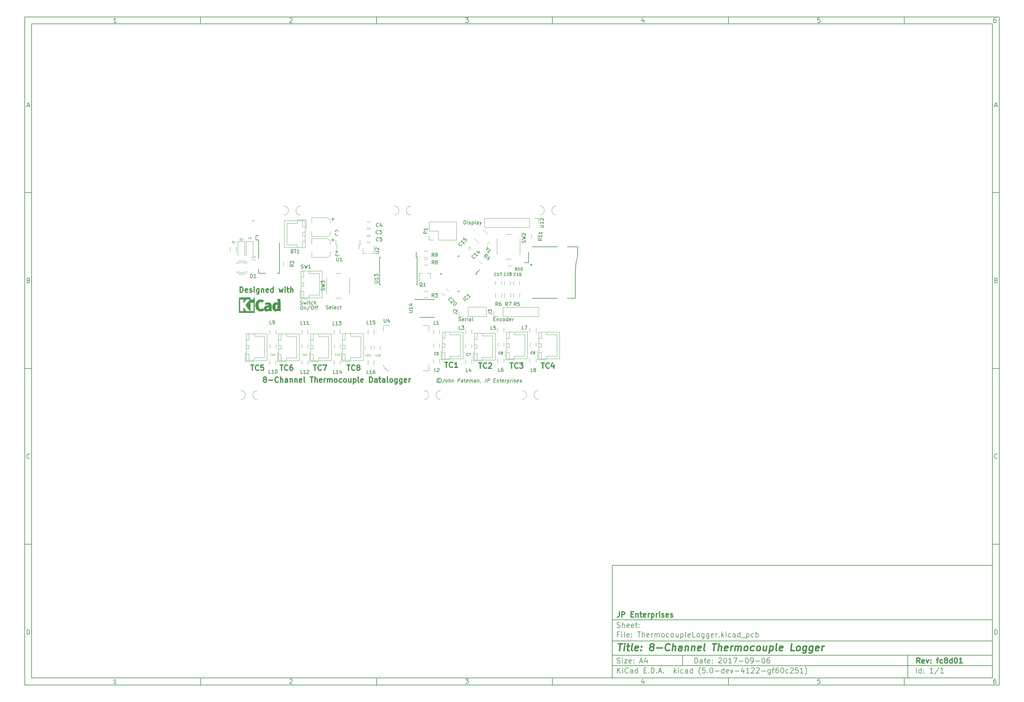
<source format=gto>
%TF.GenerationSoftware,KiCad,Pcbnew,(5.0-dev-4122-gf60c251)*%
%TF.CreationDate,2018-08-13T09:47:59+01:00*%
%TF.ProjectId,ThermocoupleLogger,546865726D6F636F75706C654C6F6767,fc8d01*%
%TF.SameCoordinates,Original*%
%TF.FileFunction,Legend,Top*%
%TF.FilePolarity,Positive*%
%FSLAX46Y46*%
G04 Gerber Fmt 4.6, Leading zero omitted, Abs format (unit mm)*
G04 Created by KiCad (PCBNEW (5.0-dev-4122-gf60c251)) date Monday, 13 August 2018 at 09:47:59*
%MOMM*%
%LPD*%
G01*
G04 APERTURE LIST*
%ADD10C,0.100000*%
%ADD11C,0.150000*%
%ADD12C,0.300000*%
%ADD13C,0.400000*%
%ADD14C,0.200000*%
%ADD15C,0.120000*%
%ADD16C,0.010000*%
%ADD17C,0.050000*%
%ADD18C,0.125000*%
%ADD19C,1.598400*%
%ADD20O,2.698400X1.298400*%
%ADD21O,1.298400X2.698400*%
%ADD22O,1.106400X2.314400*%
%ADD23C,1.898400*%
%ADD24R,0.598400X1.198400*%
%ADD25R,1.098400X0.798400*%
%ADD26R,2.898400X1.498400*%
%ADD27R,0.698400X0.798400*%
%ADD28C,0.698400*%
%ADD29C,5.298400*%
%ADD30C,1.098400*%
%ADD31R,1.648400X1.648400*%
%ADD32C,1.648400*%
%ADD33C,1.698400*%
%ADD34R,1.698400X1.698400*%
%ADD35C,0.398400*%
%ADD36C,2.398400*%
%ADD37C,0.448400*%
%ADD38R,1.498400X0.598400*%
%ADD39R,1.298400X1.098400*%
%ADD40R,1.298400X1.498400*%
%ADD41R,2.098400X1.098400*%
%ADD42O,1.598400X1.598400*%
%ADD43R,1.598400X1.598400*%
%ADD44R,2.898400X2.898400*%
%ADD45C,2.898400*%
%ADD46C,0.898400*%
%ADD47R,0.498400X1.398400*%
%ADD48R,1.148400X0.898400*%
%ADD49R,1.198400X0.598400*%
%ADD50R,0.598400X1.823400*%
%ADD51R,1.823400X0.598400*%
%ADD52R,0.898400X1.148400*%
%ADD53C,0.598400*%
%ADD54R,1.448400X0.498400*%
%ADD55R,5.698400X6.298400*%
%ADD56R,1.098400X2.098400*%
G04 APERTURE END LIST*
D10*
D11*
X177002200Y-166007200D02*
X177002200Y-198007200D01*
X285002200Y-198007200D01*
X285002200Y-166007200D01*
X177002200Y-166007200D01*
D10*
D11*
X10000000Y-10000000D02*
X10000000Y-200007200D01*
X287002200Y-200007200D01*
X287002200Y-10000000D01*
X10000000Y-10000000D01*
D10*
D11*
X12000000Y-12000000D02*
X12000000Y-198007200D01*
X285002200Y-198007200D01*
X285002200Y-12000000D01*
X12000000Y-12000000D01*
D10*
D11*
X60000000Y-12000000D02*
X60000000Y-10000000D01*
D10*
D11*
X110000000Y-12000000D02*
X110000000Y-10000000D01*
D10*
D11*
X160000000Y-12000000D02*
X160000000Y-10000000D01*
D10*
D11*
X210000000Y-12000000D02*
X210000000Y-10000000D01*
D10*
D11*
X260000000Y-12000000D02*
X260000000Y-10000000D01*
D10*
D11*
X36065476Y-11588095D02*
X35322619Y-11588095D01*
X35694047Y-11588095D02*
X35694047Y-10288095D01*
X35570238Y-10473809D01*
X35446428Y-10597619D01*
X35322619Y-10659523D01*
D10*
D11*
X85322619Y-10411904D02*
X85384523Y-10350000D01*
X85508333Y-10288095D01*
X85817857Y-10288095D01*
X85941666Y-10350000D01*
X86003571Y-10411904D01*
X86065476Y-10535714D01*
X86065476Y-10659523D01*
X86003571Y-10845238D01*
X85260714Y-11588095D01*
X86065476Y-11588095D01*
D10*
D11*
X135260714Y-10288095D02*
X136065476Y-10288095D01*
X135632142Y-10783333D01*
X135817857Y-10783333D01*
X135941666Y-10845238D01*
X136003571Y-10907142D01*
X136065476Y-11030952D01*
X136065476Y-11340476D01*
X136003571Y-11464285D01*
X135941666Y-11526190D01*
X135817857Y-11588095D01*
X135446428Y-11588095D01*
X135322619Y-11526190D01*
X135260714Y-11464285D01*
D10*
D11*
X185941666Y-10721428D02*
X185941666Y-11588095D01*
X185632142Y-10226190D02*
X185322619Y-11154761D01*
X186127380Y-11154761D01*
D10*
D11*
X236003571Y-10288095D02*
X235384523Y-10288095D01*
X235322619Y-10907142D01*
X235384523Y-10845238D01*
X235508333Y-10783333D01*
X235817857Y-10783333D01*
X235941666Y-10845238D01*
X236003571Y-10907142D01*
X236065476Y-11030952D01*
X236065476Y-11340476D01*
X236003571Y-11464285D01*
X235941666Y-11526190D01*
X235817857Y-11588095D01*
X235508333Y-11588095D01*
X235384523Y-11526190D01*
X235322619Y-11464285D01*
D10*
D11*
X285941666Y-10288095D02*
X285694047Y-10288095D01*
X285570238Y-10350000D01*
X285508333Y-10411904D01*
X285384523Y-10597619D01*
X285322619Y-10845238D01*
X285322619Y-11340476D01*
X285384523Y-11464285D01*
X285446428Y-11526190D01*
X285570238Y-11588095D01*
X285817857Y-11588095D01*
X285941666Y-11526190D01*
X286003571Y-11464285D01*
X286065476Y-11340476D01*
X286065476Y-11030952D01*
X286003571Y-10907142D01*
X285941666Y-10845238D01*
X285817857Y-10783333D01*
X285570238Y-10783333D01*
X285446428Y-10845238D01*
X285384523Y-10907142D01*
X285322619Y-11030952D01*
D10*
D11*
X60000000Y-198007200D02*
X60000000Y-200007200D01*
D10*
D11*
X110000000Y-198007200D02*
X110000000Y-200007200D01*
D10*
D11*
X160000000Y-198007200D02*
X160000000Y-200007200D01*
D10*
D11*
X210000000Y-198007200D02*
X210000000Y-200007200D01*
D10*
D11*
X260000000Y-198007200D02*
X260000000Y-200007200D01*
D10*
D11*
X36065476Y-199595295D02*
X35322619Y-199595295D01*
X35694047Y-199595295D02*
X35694047Y-198295295D01*
X35570238Y-198481009D01*
X35446428Y-198604819D01*
X35322619Y-198666723D01*
D10*
D11*
X85322619Y-198419104D02*
X85384523Y-198357200D01*
X85508333Y-198295295D01*
X85817857Y-198295295D01*
X85941666Y-198357200D01*
X86003571Y-198419104D01*
X86065476Y-198542914D01*
X86065476Y-198666723D01*
X86003571Y-198852438D01*
X85260714Y-199595295D01*
X86065476Y-199595295D01*
D10*
D11*
X135260714Y-198295295D02*
X136065476Y-198295295D01*
X135632142Y-198790533D01*
X135817857Y-198790533D01*
X135941666Y-198852438D01*
X136003571Y-198914342D01*
X136065476Y-199038152D01*
X136065476Y-199347676D01*
X136003571Y-199471485D01*
X135941666Y-199533390D01*
X135817857Y-199595295D01*
X135446428Y-199595295D01*
X135322619Y-199533390D01*
X135260714Y-199471485D01*
D10*
D11*
X185941666Y-198728628D02*
X185941666Y-199595295D01*
X185632142Y-198233390D02*
X185322619Y-199161961D01*
X186127380Y-199161961D01*
D10*
D11*
X236003571Y-198295295D02*
X235384523Y-198295295D01*
X235322619Y-198914342D01*
X235384523Y-198852438D01*
X235508333Y-198790533D01*
X235817857Y-198790533D01*
X235941666Y-198852438D01*
X236003571Y-198914342D01*
X236065476Y-199038152D01*
X236065476Y-199347676D01*
X236003571Y-199471485D01*
X235941666Y-199533390D01*
X235817857Y-199595295D01*
X235508333Y-199595295D01*
X235384523Y-199533390D01*
X235322619Y-199471485D01*
D10*
D11*
X285941666Y-198295295D02*
X285694047Y-198295295D01*
X285570238Y-198357200D01*
X285508333Y-198419104D01*
X285384523Y-198604819D01*
X285322619Y-198852438D01*
X285322619Y-199347676D01*
X285384523Y-199471485D01*
X285446428Y-199533390D01*
X285570238Y-199595295D01*
X285817857Y-199595295D01*
X285941666Y-199533390D01*
X286003571Y-199471485D01*
X286065476Y-199347676D01*
X286065476Y-199038152D01*
X286003571Y-198914342D01*
X285941666Y-198852438D01*
X285817857Y-198790533D01*
X285570238Y-198790533D01*
X285446428Y-198852438D01*
X285384523Y-198914342D01*
X285322619Y-199038152D01*
D10*
D11*
X10000000Y-60000000D02*
X12000000Y-60000000D01*
D10*
D11*
X10000000Y-110000000D02*
X12000000Y-110000000D01*
D10*
D11*
X10000000Y-160000000D02*
X12000000Y-160000000D01*
D10*
D11*
X10690476Y-35216666D02*
X11309523Y-35216666D01*
X10566666Y-35588095D02*
X11000000Y-34288095D01*
X11433333Y-35588095D01*
D10*
D11*
X11092857Y-84907142D02*
X11278571Y-84969047D01*
X11340476Y-85030952D01*
X11402380Y-85154761D01*
X11402380Y-85340476D01*
X11340476Y-85464285D01*
X11278571Y-85526190D01*
X11154761Y-85588095D01*
X10659523Y-85588095D01*
X10659523Y-84288095D01*
X11092857Y-84288095D01*
X11216666Y-84350000D01*
X11278571Y-84411904D01*
X11340476Y-84535714D01*
X11340476Y-84659523D01*
X11278571Y-84783333D01*
X11216666Y-84845238D01*
X11092857Y-84907142D01*
X10659523Y-84907142D01*
D10*
D11*
X11402380Y-135464285D02*
X11340476Y-135526190D01*
X11154761Y-135588095D01*
X11030952Y-135588095D01*
X10845238Y-135526190D01*
X10721428Y-135402380D01*
X10659523Y-135278571D01*
X10597619Y-135030952D01*
X10597619Y-134845238D01*
X10659523Y-134597619D01*
X10721428Y-134473809D01*
X10845238Y-134350000D01*
X11030952Y-134288095D01*
X11154761Y-134288095D01*
X11340476Y-134350000D01*
X11402380Y-134411904D01*
D10*
D11*
X10659523Y-185588095D02*
X10659523Y-184288095D01*
X10969047Y-184288095D01*
X11154761Y-184350000D01*
X11278571Y-184473809D01*
X11340476Y-184597619D01*
X11402380Y-184845238D01*
X11402380Y-185030952D01*
X11340476Y-185278571D01*
X11278571Y-185402380D01*
X11154761Y-185526190D01*
X10969047Y-185588095D01*
X10659523Y-185588095D01*
D10*
D11*
X287002200Y-60000000D02*
X285002200Y-60000000D01*
D10*
D11*
X287002200Y-110000000D02*
X285002200Y-110000000D01*
D10*
D11*
X287002200Y-160000000D02*
X285002200Y-160000000D01*
D10*
D11*
X285692676Y-35216666D02*
X286311723Y-35216666D01*
X285568866Y-35588095D02*
X286002200Y-34288095D01*
X286435533Y-35588095D01*
D10*
D11*
X286095057Y-84907142D02*
X286280771Y-84969047D01*
X286342676Y-85030952D01*
X286404580Y-85154761D01*
X286404580Y-85340476D01*
X286342676Y-85464285D01*
X286280771Y-85526190D01*
X286156961Y-85588095D01*
X285661723Y-85588095D01*
X285661723Y-84288095D01*
X286095057Y-84288095D01*
X286218866Y-84350000D01*
X286280771Y-84411904D01*
X286342676Y-84535714D01*
X286342676Y-84659523D01*
X286280771Y-84783333D01*
X286218866Y-84845238D01*
X286095057Y-84907142D01*
X285661723Y-84907142D01*
D10*
D11*
X286404580Y-135464285D02*
X286342676Y-135526190D01*
X286156961Y-135588095D01*
X286033152Y-135588095D01*
X285847438Y-135526190D01*
X285723628Y-135402380D01*
X285661723Y-135278571D01*
X285599819Y-135030952D01*
X285599819Y-134845238D01*
X285661723Y-134597619D01*
X285723628Y-134473809D01*
X285847438Y-134350000D01*
X286033152Y-134288095D01*
X286156961Y-134288095D01*
X286342676Y-134350000D01*
X286404580Y-134411904D01*
D10*
D11*
X285661723Y-185588095D02*
X285661723Y-184288095D01*
X285971247Y-184288095D01*
X286156961Y-184350000D01*
X286280771Y-184473809D01*
X286342676Y-184597619D01*
X286404580Y-184845238D01*
X286404580Y-185030952D01*
X286342676Y-185278571D01*
X286280771Y-185402380D01*
X286156961Y-185526190D01*
X285971247Y-185588095D01*
X285661723Y-185588095D01*
D10*
D11*
X200434342Y-193785771D02*
X200434342Y-192285771D01*
X200791485Y-192285771D01*
X201005771Y-192357200D01*
X201148628Y-192500057D01*
X201220057Y-192642914D01*
X201291485Y-192928628D01*
X201291485Y-193142914D01*
X201220057Y-193428628D01*
X201148628Y-193571485D01*
X201005771Y-193714342D01*
X200791485Y-193785771D01*
X200434342Y-193785771D01*
X202577200Y-193785771D02*
X202577200Y-193000057D01*
X202505771Y-192857200D01*
X202362914Y-192785771D01*
X202077200Y-192785771D01*
X201934342Y-192857200D01*
X202577200Y-193714342D02*
X202434342Y-193785771D01*
X202077200Y-193785771D01*
X201934342Y-193714342D01*
X201862914Y-193571485D01*
X201862914Y-193428628D01*
X201934342Y-193285771D01*
X202077200Y-193214342D01*
X202434342Y-193214342D01*
X202577200Y-193142914D01*
X203077200Y-192785771D02*
X203648628Y-192785771D01*
X203291485Y-192285771D02*
X203291485Y-193571485D01*
X203362914Y-193714342D01*
X203505771Y-193785771D01*
X203648628Y-193785771D01*
X204720057Y-193714342D02*
X204577200Y-193785771D01*
X204291485Y-193785771D01*
X204148628Y-193714342D01*
X204077200Y-193571485D01*
X204077200Y-193000057D01*
X204148628Y-192857200D01*
X204291485Y-192785771D01*
X204577200Y-192785771D01*
X204720057Y-192857200D01*
X204791485Y-193000057D01*
X204791485Y-193142914D01*
X204077200Y-193285771D01*
X205434342Y-193642914D02*
X205505771Y-193714342D01*
X205434342Y-193785771D01*
X205362914Y-193714342D01*
X205434342Y-193642914D01*
X205434342Y-193785771D01*
X205434342Y-192857200D02*
X205505771Y-192928628D01*
X205434342Y-193000057D01*
X205362914Y-192928628D01*
X205434342Y-192857200D01*
X205434342Y-193000057D01*
X207220057Y-192428628D02*
X207291485Y-192357200D01*
X207434342Y-192285771D01*
X207791485Y-192285771D01*
X207934342Y-192357200D01*
X208005771Y-192428628D01*
X208077200Y-192571485D01*
X208077200Y-192714342D01*
X208005771Y-192928628D01*
X207148628Y-193785771D01*
X208077200Y-193785771D01*
X209005771Y-192285771D02*
X209148628Y-192285771D01*
X209291485Y-192357200D01*
X209362914Y-192428628D01*
X209434342Y-192571485D01*
X209505771Y-192857200D01*
X209505771Y-193214342D01*
X209434342Y-193500057D01*
X209362914Y-193642914D01*
X209291485Y-193714342D01*
X209148628Y-193785771D01*
X209005771Y-193785771D01*
X208862914Y-193714342D01*
X208791485Y-193642914D01*
X208720057Y-193500057D01*
X208648628Y-193214342D01*
X208648628Y-192857200D01*
X208720057Y-192571485D01*
X208791485Y-192428628D01*
X208862914Y-192357200D01*
X209005771Y-192285771D01*
X210934342Y-193785771D02*
X210077200Y-193785771D01*
X210505771Y-193785771D02*
X210505771Y-192285771D01*
X210362914Y-192500057D01*
X210220057Y-192642914D01*
X210077200Y-192714342D01*
X211434342Y-192285771D02*
X212434342Y-192285771D01*
X211791485Y-193785771D01*
X213005771Y-193214342D02*
X214148628Y-193214342D01*
X215148628Y-192285771D02*
X215291485Y-192285771D01*
X215434342Y-192357200D01*
X215505771Y-192428628D01*
X215577200Y-192571485D01*
X215648628Y-192857200D01*
X215648628Y-193214342D01*
X215577200Y-193500057D01*
X215505771Y-193642914D01*
X215434342Y-193714342D01*
X215291485Y-193785771D01*
X215148628Y-193785771D01*
X215005771Y-193714342D01*
X214934342Y-193642914D01*
X214862914Y-193500057D01*
X214791485Y-193214342D01*
X214791485Y-192857200D01*
X214862914Y-192571485D01*
X214934342Y-192428628D01*
X215005771Y-192357200D01*
X215148628Y-192285771D01*
X216362914Y-193785771D02*
X216648628Y-193785771D01*
X216791485Y-193714342D01*
X216862914Y-193642914D01*
X217005771Y-193428628D01*
X217077200Y-193142914D01*
X217077200Y-192571485D01*
X217005771Y-192428628D01*
X216934342Y-192357200D01*
X216791485Y-192285771D01*
X216505771Y-192285771D01*
X216362914Y-192357200D01*
X216291485Y-192428628D01*
X216220057Y-192571485D01*
X216220057Y-192928628D01*
X216291485Y-193071485D01*
X216362914Y-193142914D01*
X216505771Y-193214342D01*
X216791485Y-193214342D01*
X216934342Y-193142914D01*
X217005771Y-193071485D01*
X217077200Y-192928628D01*
X217720057Y-193214342D02*
X218862914Y-193214342D01*
X219862914Y-192285771D02*
X220005771Y-192285771D01*
X220148628Y-192357200D01*
X220220057Y-192428628D01*
X220291485Y-192571485D01*
X220362914Y-192857200D01*
X220362914Y-193214342D01*
X220291485Y-193500057D01*
X220220057Y-193642914D01*
X220148628Y-193714342D01*
X220005771Y-193785771D01*
X219862914Y-193785771D01*
X219720057Y-193714342D01*
X219648628Y-193642914D01*
X219577200Y-193500057D01*
X219505771Y-193214342D01*
X219505771Y-192857200D01*
X219577200Y-192571485D01*
X219648628Y-192428628D01*
X219720057Y-192357200D01*
X219862914Y-192285771D01*
X221648628Y-192285771D02*
X221362914Y-192285771D01*
X221220057Y-192357200D01*
X221148628Y-192428628D01*
X221005771Y-192642914D01*
X220934342Y-192928628D01*
X220934342Y-193500057D01*
X221005771Y-193642914D01*
X221077200Y-193714342D01*
X221220057Y-193785771D01*
X221505771Y-193785771D01*
X221648628Y-193714342D01*
X221720057Y-193642914D01*
X221791485Y-193500057D01*
X221791485Y-193142914D01*
X221720057Y-193000057D01*
X221648628Y-192928628D01*
X221505771Y-192857200D01*
X221220057Y-192857200D01*
X221077200Y-192928628D01*
X221005771Y-193000057D01*
X220934342Y-193142914D01*
D10*
D11*
X177002200Y-194507200D02*
X285002200Y-194507200D01*
D10*
D11*
X178434342Y-196585771D02*
X178434342Y-195085771D01*
X179291485Y-196585771D02*
X178648628Y-195728628D01*
X179291485Y-195085771D02*
X178434342Y-195942914D01*
X179934342Y-196585771D02*
X179934342Y-195585771D01*
X179934342Y-195085771D02*
X179862914Y-195157200D01*
X179934342Y-195228628D01*
X180005771Y-195157200D01*
X179934342Y-195085771D01*
X179934342Y-195228628D01*
X181505771Y-196442914D02*
X181434342Y-196514342D01*
X181220057Y-196585771D01*
X181077200Y-196585771D01*
X180862914Y-196514342D01*
X180720057Y-196371485D01*
X180648628Y-196228628D01*
X180577200Y-195942914D01*
X180577200Y-195728628D01*
X180648628Y-195442914D01*
X180720057Y-195300057D01*
X180862914Y-195157200D01*
X181077200Y-195085771D01*
X181220057Y-195085771D01*
X181434342Y-195157200D01*
X181505771Y-195228628D01*
X182791485Y-196585771D02*
X182791485Y-195800057D01*
X182720057Y-195657200D01*
X182577200Y-195585771D01*
X182291485Y-195585771D01*
X182148628Y-195657200D01*
X182791485Y-196514342D02*
X182648628Y-196585771D01*
X182291485Y-196585771D01*
X182148628Y-196514342D01*
X182077200Y-196371485D01*
X182077200Y-196228628D01*
X182148628Y-196085771D01*
X182291485Y-196014342D01*
X182648628Y-196014342D01*
X182791485Y-195942914D01*
X184148628Y-196585771D02*
X184148628Y-195085771D01*
X184148628Y-196514342D02*
X184005771Y-196585771D01*
X183720057Y-196585771D01*
X183577200Y-196514342D01*
X183505771Y-196442914D01*
X183434342Y-196300057D01*
X183434342Y-195871485D01*
X183505771Y-195728628D01*
X183577200Y-195657200D01*
X183720057Y-195585771D01*
X184005771Y-195585771D01*
X184148628Y-195657200D01*
X186005771Y-195800057D02*
X186505771Y-195800057D01*
X186720057Y-196585771D02*
X186005771Y-196585771D01*
X186005771Y-195085771D01*
X186720057Y-195085771D01*
X187362914Y-196442914D02*
X187434342Y-196514342D01*
X187362914Y-196585771D01*
X187291485Y-196514342D01*
X187362914Y-196442914D01*
X187362914Y-196585771D01*
X188077200Y-196585771D02*
X188077200Y-195085771D01*
X188434342Y-195085771D01*
X188648628Y-195157200D01*
X188791485Y-195300057D01*
X188862914Y-195442914D01*
X188934342Y-195728628D01*
X188934342Y-195942914D01*
X188862914Y-196228628D01*
X188791485Y-196371485D01*
X188648628Y-196514342D01*
X188434342Y-196585771D01*
X188077200Y-196585771D01*
X189577200Y-196442914D02*
X189648628Y-196514342D01*
X189577200Y-196585771D01*
X189505771Y-196514342D01*
X189577200Y-196442914D01*
X189577200Y-196585771D01*
X190220057Y-196157200D02*
X190934342Y-196157200D01*
X190077200Y-196585771D02*
X190577200Y-195085771D01*
X191077200Y-196585771D01*
X191577200Y-196442914D02*
X191648628Y-196514342D01*
X191577200Y-196585771D01*
X191505771Y-196514342D01*
X191577200Y-196442914D01*
X191577200Y-196585771D01*
X194577200Y-196585771D02*
X194577200Y-195085771D01*
X194720057Y-196014342D02*
X195148628Y-196585771D01*
X195148628Y-195585771D02*
X194577200Y-196157200D01*
X195791485Y-196585771D02*
X195791485Y-195585771D01*
X195791485Y-195085771D02*
X195720057Y-195157200D01*
X195791485Y-195228628D01*
X195862914Y-195157200D01*
X195791485Y-195085771D01*
X195791485Y-195228628D01*
X197148628Y-196514342D02*
X197005771Y-196585771D01*
X196720057Y-196585771D01*
X196577200Y-196514342D01*
X196505771Y-196442914D01*
X196434342Y-196300057D01*
X196434342Y-195871485D01*
X196505771Y-195728628D01*
X196577200Y-195657200D01*
X196720057Y-195585771D01*
X197005771Y-195585771D01*
X197148628Y-195657200D01*
X198434342Y-196585771D02*
X198434342Y-195800057D01*
X198362914Y-195657200D01*
X198220057Y-195585771D01*
X197934342Y-195585771D01*
X197791485Y-195657200D01*
X198434342Y-196514342D02*
X198291485Y-196585771D01*
X197934342Y-196585771D01*
X197791485Y-196514342D01*
X197720057Y-196371485D01*
X197720057Y-196228628D01*
X197791485Y-196085771D01*
X197934342Y-196014342D01*
X198291485Y-196014342D01*
X198434342Y-195942914D01*
X199791485Y-196585771D02*
X199791485Y-195085771D01*
X199791485Y-196514342D02*
X199648628Y-196585771D01*
X199362914Y-196585771D01*
X199220057Y-196514342D01*
X199148628Y-196442914D01*
X199077200Y-196300057D01*
X199077200Y-195871485D01*
X199148628Y-195728628D01*
X199220057Y-195657200D01*
X199362914Y-195585771D01*
X199648628Y-195585771D01*
X199791485Y-195657200D01*
X202077200Y-197157200D02*
X202005771Y-197085771D01*
X201862914Y-196871485D01*
X201791485Y-196728628D01*
X201720057Y-196514342D01*
X201648628Y-196157200D01*
X201648628Y-195871485D01*
X201720057Y-195514342D01*
X201791485Y-195300057D01*
X201862914Y-195157200D01*
X202005771Y-194942914D01*
X202077200Y-194871485D01*
X203362914Y-195085771D02*
X202648628Y-195085771D01*
X202577200Y-195800057D01*
X202648628Y-195728628D01*
X202791485Y-195657200D01*
X203148628Y-195657200D01*
X203291485Y-195728628D01*
X203362914Y-195800057D01*
X203434342Y-195942914D01*
X203434342Y-196300057D01*
X203362914Y-196442914D01*
X203291485Y-196514342D01*
X203148628Y-196585771D01*
X202791485Y-196585771D01*
X202648628Y-196514342D01*
X202577200Y-196442914D01*
X204077200Y-196442914D02*
X204148628Y-196514342D01*
X204077200Y-196585771D01*
X204005771Y-196514342D01*
X204077200Y-196442914D01*
X204077200Y-196585771D01*
X205077200Y-195085771D02*
X205220057Y-195085771D01*
X205362914Y-195157200D01*
X205434342Y-195228628D01*
X205505771Y-195371485D01*
X205577200Y-195657200D01*
X205577200Y-196014342D01*
X205505771Y-196300057D01*
X205434342Y-196442914D01*
X205362914Y-196514342D01*
X205220057Y-196585771D01*
X205077200Y-196585771D01*
X204934342Y-196514342D01*
X204862914Y-196442914D01*
X204791485Y-196300057D01*
X204720057Y-196014342D01*
X204720057Y-195657200D01*
X204791485Y-195371485D01*
X204862914Y-195228628D01*
X204934342Y-195157200D01*
X205077200Y-195085771D01*
X206220057Y-196014342D02*
X207362914Y-196014342D01*
X208720057Y-196585771D02*
X208720057Y-195085771D01*
X208720057Y-196514342D02*
X208577200Y-196585771D01*
X208291485Y-196585771D01*
X208148628Y-196514342D01*
X208077200Y-196442914D01*
X208005771Y-196300057D01*
X208005771Y-195871485D01*
X208077200Y-195728628D01*
X208148628Y-195657200D01*
X208291485Y-195585771D01*
X208577200Y-195585771D01*
X208720057Y-195657200D01*
X210005771Y-196514342D02*
X209862914Y-196585771D01*
X209577200Y-196585771D01*
X209434342Y-196514342D01*
X209362914Y-196371485D01*
X209362914Y-195800057D01*
X209434342Y-195657200D01*
X209577200Y-195585771D01*
X209862914Y-195585771D01*
X210005771Y-195657200D01*
X210077200Y-195800057D01*
X210077200Y-195942914D01*
X209362914Y-196085771D01*
X210577200Y-195585771D02*
X210934342Y-196585771D01*
X211291485Y-195585771D01*
X211862914Y-196014342D02*
X213005771Y-196014342D01*
X214362914Y-195585771D02*
X214362914Y-196585771D01*
X214005771Y-195014342D02*
X213648628Y-196085771D01*
X214577200Y-196085771D01*
X215934342Y-196585771D02*
X215077200Y-196585771D01*
X215505771Y-196585771D02*
X215505771Y-195085771D01*
X215362914Y-195300057D01*
X215220057Y-195442914D01*
X215077200Y-195514342D01*
X216505771Y-195228628D02*
X216577200Y-195157200D01*
X216720057Y-195085771D01*
X217077200Y-195085771D01*
X217220057Y-195157200D01*
X217291485Y-195228628D01*
X217362914Y-195371485D01*
X217362914Y-195514342D01*
X217291485Y-195728628D01*
X216434342Y-196585771D01*
X217362914Y-196585771D01*
X217934342Y-195228628D02*
X218005771Y-195157200D01*
X218148628Y-195085771D01*
X218505771Y-195085771D01*
X218648628Y-195157200D01*
X218720057Y-195228628D01*
X218791485Y-195371485D01*
X218791485Y-195514342D01*
X218720057Y-195728628D01*
X217862914Y-196585771D01*
X218791485Y-196585771D01*
X219434342Y-196014342D02*
X220577200Y-196014342D01*
X221934342Y-195585771D02*
X221934342Y-196800057D01*
X221862914Y-196942914D01*
X221791485Y-197014342D01*
X221648628Y-197085771D01*
X221434342Y-197085771D01*
X221291485Y-197014342D01*
X221934342Y-196514342D02*
X221791485Y-196585771D01*
X221505771Y-196585771D01*
X221362914Y-196514342D01*
X221291485Y-196442914D01*
X221220057Y-196300057D01*
X221220057Y-195871485D01*
X221291485Y-195728628D01*
X221362914Y-195657200D01*
X221505771Y-195585771D01*
X221791485Y-195585771D01*
X221934342Y-195657200D01*
X222434342Y-195585771D02*
X223005771Y-195585771D01*
X222648628Y-196585771D02*
X222648628Y-195300057D01*
X222720057Y-195157200D01*
X222862914Y-195085771D01*
X223005771Y-195085771D01*
X224148628Y-195085771D02*
X223862914Y-195085771D01*
X223720057Y-195157200D01*
X223648628Y-195228628D01*
X223505771Y-195442914D01*
X223434342Y-195728628D01*
X223434342Y-196300057D01*
X223505771Y-196442914D01*
X223577200Y-196514342D01*
X223720057Y-196585771D01*
X224005771Y-196585771D01*
X224148628Y-196514342D01*
X224220057Y-196442914D01*
X224291485Y-196300057D01*
X224291485Y-195942914D01*
X224220057Y-195800057D01*
X224148628Y-195728628D01*
X224005771Y-195657200D01*
X223720057Y-195657200D01*
X223577200Y-195728628D01*
X223505771Y-195800057D01*
X223434342Y-195942914D01*
X225220057Y-195085771D02*
X225362914Y-195085771D01*
X225505771Y-195157200D01*
X225577200Y-195228628D01*
X225648628Y-195371485D01*
X225720057Y-195657200D01*
X225720057Y-196014342D01*
X225648628Y-196300057D01*
X225577200Y-196442914D01*
X225505771Y-196514342D01*
X225362914Y-196585771D01*
X225220057Y-196585771D01*
X225077200Y-196514342D01*
X225005771Y-196442914D01*
X224934342Y-196300057D01*
X224862914Y-196014342D01*
X224862914Y-195657200D01*
X224934342Y-195371485D01*
X225005771Y-195228628D01*
X225077200Y-195157200D01*
X225220057Y-195085771D01*
X227005771Y-196514342D02*
X226862914Y-196585771D01*
X226577200Y-196585771D01*
X226434342Y-196514342D01*
X226362914Y-196442914D01*
X226291485Y-196300057D01*
X226291485Y-195871485D01*
X226362914Y-195728628D01*
X226434342Y-195657200D01*
X226577200Y-195585771D01*
X226862914Y-195585771D01*
X227005771Y-195657200D01*
X227577199Y-195228628D02*
X227648628Y-195157200D01*
X227791485Y-195085771D01*
X228148628Y-195085771D01*
X228291485Y-195157200D01*
X228362914Y-195228628D01*
X228434342Y-195371485D01*
X228434342Y-195514342D01*
X228362914Y-195728628D01*
X227505771Y-196585771D01*
X228434342Y-196585771D01*
X229791485Y-195085771D02*
X229077199Y-195085771D01*
X229005771Y-195800057D01*
X229077199Y-195728628D01*
X229220057Y-195657200D01*
X229577199Y-195657200D01*
X229720057Y-195728628D01*
X229791485Y-195800057D01*
X229862914Y-195942914D01*
X229862914Y-196300057D01*
X229791485Y-196442914D01*
X229720057Y-196514342D01*
X229577199Y-196585771D01*
X229220057Y-196585771D01*
X229077199Y-196514342D01*
X229005771Y-196442914D01*
X231291485Y-196585771D02*
X230434342Y-196585771D01*
X230862914Y-196585771D02*
X230862914Y-195085771D01*
X230720057Y-195300057D01*
X230577199Y-195442914D01*
X230434342Y-195514342D01*
X231791485Y-197157200D02*
X231862914Y-197085771D01*
X232005771Y-196871485D01*
X232077199Y-196728628D01*
X232148628Y-196514342D01*
X232220057Y-196157200D01*
X232220057Y-195871485D01*
X232148628Y-195514342D01*
X232077199Y-195300057D01*
X232005771Y-195157200D01*
X231862914Y-194942914D01*
X231791485Y-194871485D01*
D10*
D11*
X177002200Y-191507200D02*
X285002200Y-191507200D01*
D10*
D12*
X264411485Y-193785771D02*
X263911485Y-193071485D01*
X263554342Y-193785771D02*
X263554342Y-192285771D01*
X264125771Y-192285771D01*
X264268628Y-192357200D01*
X264340057Y-192428628D01*
X264411485Y-192571485D01*
X264411485Y-192785771D01*
X264340057Y-192928628D01*
X264268628Y-193000057D01*
X264125771Y-193071485D01*
X263554342Y-193071485D01*
X265625771Y-193714342D02*
X265482914Y-193785771D01*
X265197200Y-193785771D01*
X265054342Y-193714342D01*
X264982914Y-193571485D01*
X264982914Y-193000057D01*
X265054342Y-192857200D01*
X265197200Y-192785771D01*
X265482914Y-192785771D01*
X265625771Y-192857200D01*
X265697200Y-193000057D01*
X265697200Y-193142914D01*
X264982914Y-193285771D01*
X266197200Y-192785771D02*
X266554342Y-193785771D01*
X266911485Y-192785771D01*
X267482914Y-193642914D02*
X267554342Y-193714342D01*
X267482914Y-193785771D01*
X267411485Y-193714342D01*
X267482914Y-193642914D01*
X267482914Y-193785771D01*
X267482914Y-192857200D02*
X267554342Y-192928628D01*
X267482914Y-193000057D01*
X267411485Y-192928628D01*
X267482914Y-192857200D01*
X267482914Y-193000057D01*
X269125771Y-192785771D02*
X269697200Y-192785771D01*
X269340057Y-193785771D02*
X269340057Y-192500057D01*
X269411485Y-192357200D01*
X269554342Y-192285771D01*
X269697200Y-192285771D01*
X270840057Y-193714342D02*
X270697200Y-193785771D01*
X270411485Y-193785771D01*
X270268628Y-193714342D01*
X270197200Y-193642914D01*
X270125771Y-193500057D01*
X270125771Y-193071485D01*
X270197200Y-192928628D01*
X270268628Y-192857200D01*
X270411485Y-192785771D01*
X270697200Y-192785771D01*
X270840057Y-192857200D01*
X271697200Y-192928628D02*
X271554342Y-192857200D01*
X271482914Y-192785771D01*
X271411485Y-192642914D01*
X271411485Y-192571485D01*
X271482914Y-192428628D01*
X271554342Y-192357200D01*
X271697200Y-192285771D01*
X271982914Y-192285771D01*
X272125771Y-192357200D01*
X272197200Y-192428628D01*
X272268628Y-192571485D01*
X272268628Y-192642914D01*
X272197200Y-192785771D01*
X272125771Y-192857200D01*
X271982914Y-192928628D01*
X271697200Y-192928628D01*
X271554342Y-193000057D01*
X271482914Y-193071485D01*
X271411485Y-193214342D01*
X271411485Y-193500057D01*
X271482914Y-193642914D01*
X271554342Y-193714342D01*
X271697200Y-193785771D01*
X271982914Y-193785771D01*
X272125771Y-193714342D01*
X272197200Y-193642914D01*
X272268628Y-193500057D01*
X272268628Y-193214342D01*
X272197200Y-193071485D01*
X272125771Y-193000057D01*
X271982914Y-192928628D01*
X273554342Y-193785771D02*
X273554342Y-192285771D01*
X273554342Y-193714342D02*
X273411485Y-193785771D01*
X273125771Y-193785771D01*
X272982914Y-193714342D01*
X272911485Y-193642914D01*
X272840057Y-193500057D01*
X272840057Y-193071485D01*
X272911485Y-192928628D01*
X272982914Y-192857200D01*
X273125771Y-192785771D01*
X273411485Y-192785771D01*
X273554342Y-192857200D01*
X274554342Y-192285771D02*
X274697200Y-192285771D01*
X274840057Y-192357200D01*
X274911485Y-192428628D01*
X274982914Y-192571485D01*
X275054342Y-192857200D01*
X275054342Y-193214342D01*
X274982914Y-193500057D01*
X274911485Y-193642914D01*
X274840057Y-193714342D01*
X274697200Y-193785771D01*
X274554342Y-193785771D01*
X274411485Y-193714342D01*
X274340057Y-193642914D01*
X274268628Y-193500057D01*
X274197200Y-193214342D01*
X274197200Y-192857200D01*
X274268628Y-192571485D01*
X274340057Y-192428628D01*
X274411485Y-192357200D01*
X274554342Y-192285771D01*
X276482914Y-193785771D02*
X275625771Y-193785771D01*
X276054342Y-193785771D02*
X276054342Y-192285771D01*
X275911485Y-192500057D01*
X275768628Y-192642914D01*
X275625771Y-192714342D01*
D10*
D11*
X178362914Y-193714342D02*
X178577200Y-193785771D01*
X178934342Y-193785771D01*
X179077200Y-193714342D01*
X179148628Y-193642914D01*
X179220057Y-193500057D01*
X179220057Y-193357200D01*
X179148628Y-193214342D01*
X179077200Y-193142914D01*
X178934342Y-193071485D01*
X178648628Y-193000057D01*
X178505771Y-192928628D01*
X178434342Y-192857200D01*
X178362914Y-192714342D01*
X178362914Y-192571485D01*
X178434342Y-192428628D01*
X178505771Y-192357200D01*
X178648628Y-192285771D01*
X179005771Y-192285771D01*
X179220057Y-192357200D01*
X179862914Y-193785771D02*
X179862914Y-192785771D01*
X179862914Y-192285771D02*
X179791485Y-192357200D01*
X179862914Y-192428628D01*
X179934342Y-192357200D01*
X179862914Y-192285771D01*
X179862914Y-192428628D01*
X180434342Y-192785771D02*
X181220057Y-192785771D01*
X180434342Y-193785771D01*
X181220057Y-193785771D01*
X182362914Y-193714342D02*
X182220057Y-193785771D01*
X181934342Y-193785771D01*
X181791485Y-193714342D01*
X181720057Y-193571485D01*
X181720057Y-193000057D01*
X181791485Y-192857200D01*
X181934342Y-192785771D01*
X182220057Y-192785771D01*
X182362914Y-192857200D01*
X182434342Y-193000057D01*
X182434342Y-193142914D01*
X181720057Y-193285771D01*
X183077200Y-193642914D02*
X183148628Y-193714342D01*
X183077200Y-193785771D01*
X183005771Y-193714342D01*
X183077200Y-193642914D01*
X183077200Y-193785771D01*
X183077200Y-192857200D02*
X183148628Y-192928628D01*
X183077200Y-193000057D01*
X183005771Y-192928628D01*
X183077200Y-192857200D01*
X183077200Y-193000057D01*
X184862914Y-193357200D02*
X185577200Y-193357200D01*
X184720057Y-193785771D02*
X185220057Y-192285771D01*
X185720057Y-193785771D01*
X186862914Y-192785771D02*
X186862914Y-193785771D01*
X186505771Y-192214342D02*
X186148628Y-193285771D01*
X187077200Y-193285771D01*
D10*
D11*
X263434342Y-196585771D02*
X263434342Y-195085771D01*
X264791485Y-196585771D02*
X264791485Y-195085771D01*
X264791485Y-196514342D02*
X264648628Y-196585771D01*
X264362914Y-196585771D01*
X264220057Y-196514342D01*
X264148628Y-196442914D01*
X264077200Y-196300057D01*
X264077200Y-195871485D01*
X264148628Y-195728628D01*
X264220057Y-195657200D01*
X264362914Y-195585771D01*
X264648628Y-195585771D01*
X264791485Y-195657200D01*
X265505771Y-196442914D02*
X265577200Y-196514342D01*
X265505771Y-196585771D01*
X265434342Y-196514342D01*
X265505771Y-196442914D01*
X265505771Y-196585771D01*
X265505771Y-195657200D02*
X265577200Y-195728628D01*
X265505771Y-195800057D01*
X265434342Y-195728628D01*
X265505771Y-195657200D01*
X265505771Y-195800057D01*
X268148628Y-196585771D02*
X267291485Y-196585771D01*
X267720057Y-196585771D02*
X267720057Y-195085771D01*
X267577200Y-195300057D01*
X267434342Y-195442914D01*
X267291485Y-195514342D01*
X269862914Y-195014342D02*
X268577200Y-196942914D01*
X271148628Y-196585771D02*
X270291485Y-196585771D01*
X270720057Y-196585771D02*
X270720057Y-195085771D01*
X270577200Y-195300057D01*
X270434342Y-195442914D01*
X270291485Y-195514342D01*
D10*
D11*
X177002200Y-187507200D02*
X285002200Y-187507200D01*
D10*
D13*
X178714580Y-188211961D02*
X179857438Y-188211961D01*
X179036009Y-190211961D02*
X179286009Y-188211961D01*
X180274104Y-190211961D02*
X180440771Y-188878628D01*
X180524104Y-188211961D02*
X180416961Y-188307200D01*
X180500295Y-188402438D01*
X180607438Y-188307200D01*
X180524104Y-188211961D01*
X180500295Y-188402438D01*
X181107438Y-188878628D02*
X181869342Y-188878628D01*
X181476485Y-188211961D02*
X181262200Y-189926247D01*
X181333628Y-190116723D01*
X181512200Y-190211961D01*
X181702676Y-190211961D01*
X182655057Y-190211961D02*
X182476485Y-190116723D01*
X182405057Y-189926247D01*
X182619342Y-188211961D01*
X184190771Y-190116723D02*
X183988390Y-190211961D01*
X183607438Y-190211961D01*
X183428866Y-190116723D01*
X183357438Y-189926247D01*
X183452676Y-189164342D01*
X183571723Y-188973866D01*
X183774104Y-188878628D01*
X184155057Y-188878628D01*
X184333628Y-188973866D01*
X184405057Y-189164342D01*
X184381247Y-189354819D01*
X183405057Y-189545295D01*
X185155057Y-190021485D02*
X185238390Y-190116723D01*
X185131247Y-190211961D01*
X185047914Y-190116723D01*
X185155057Y-190021485D01*
X185131247Y-190211961D01*
X185286009Y-188973866D02*
X185369342Y-189069104D01*
X185262200Y-189164342D01*
X185178866Y-189069104D01*
X185286009Y-188973866D01*
X185262200Y-189164342D01*
X188036009Y-189069104D02*
X187857438Y-188973866D01*
X187774104Y-188878628D01*
X187702676Y-188688152D01*
X187714580Y-188592914D01*
X187833628Y-188402438D01*
X187940771Y-188307200D01*
X188143152Y-188211961D01*
X188524104Y-188211961D01*
X188702676Y-188307200D01*
X188786009Y-188402438D01*
X188857438Y-188592914D01*
X188845533Y-188688152D01*
X188726485Y-188878628D01*
X188619342Y-188973866D01*
X188416961Y-189069104D01*
X188036009Y-189069104D01*
X187833628Y-189164342D01*
X187726485Y-189259580D01*
X187607438Y-189450057D01*
X187559819Y-189831009D01*
X187631247Y-190021485D01*
X187714580Y-190116723D01*
X187893152Y-190211961D01*
X188274104Y-190211961D01*
X188476485Y-190116723D01*
X188583628Y-190021485D01*
X188702676Y-189831009D01*
X188750295Y-189450057D01*
X188678866Y-189259580D01*
X188595533Y-189164342D01*
X188416961Y-189069104D01*
X189607438Y-189450057D02*
X191131247Y-189450057D01*
X193155057Y-190021485D02*
X193047914Y-190116723D01*
X192750295Y-190211961D01*
X192559819Y-190211961D01*
X192286009Y-190116723D01*
X192119342Y-189926247D01*
X192047914Y-189735771D01*
X192000295Y-189354819D01*
X192036009Y-189069104D01*
X192178866Y-188688152D01*
X192297914Y-188497676D01*
X192512200Y-188307200D01*
X192809819Y-188211961D01*
X193000295Y-188211961D01*
X193274104Y-188307200D01*
X193357438Y-188402438D01*
X193988390Y-190211961D02*
X194238390Y-188211961D01*
X194845533Y-190211961D02*
X194976485Y-189164342D01*
X194905057Y-188973866D01*
X194726485Y-188878628D01*
X194440771Y-188878628D01*
X194238390Y-188973866D01*
X194131247Y-189069104D01*
X196655057Y-190211961D02*
X196786009Y-189164342D01*
X196714580Y-188973866D01*
X196536009Y-188878628D01*
X196155057Y-188878628D01*
X195952676Y-188973866D01*
X196666961Y-190116723D02*
X196464580Y-190211961D01*
X195988390Y-190211961D01*
X195809819Y-190116723D01*
X195738390Y-189926247D01*
X195762200Y-189735771D01*
X195881247Y-189545295D01*
X196083628Y-189450057D01*
X196559819Y-189450057D01*
X196762200Y-189354819D01*
X197774104Y-188878628D02*
X197607438Y-190211961D01*
X197750295Y-189069104D02*
X197857438Y-188973866D01*
X198059819Y-188878628D01*
X198345533Y-188878628D01*
X198524104Y-188973866D01*
X198595533Y-189164342D01*
X198464580Y-190211961D01*
X199583628Y-188878628D02*
X199416961Y-190211961D01*
X199559819Y-189069104D02*
X199666961Y-188973866D01*
X199869342Y-188878628D01*
X200155057Y-188878628D01*
X200333628Y-188973866D01*
X200405057Y-189164342D01*
X200274104Y-190211961D01*
X202000295Y-190116723D02*
X201797914Y-190211961D01*
X201416961Y-190211961D01*
X201238390Y-190116723D01*
X201166961Y-189926247D01*
X201262200Y-189164342D01*
X201381247Y-188973866D01*
X201583628Y-188878628D01*
X201964580Y-188878628D01*
X202143152Y-188973866D01*
X202214580Y-189164342D01*
X202190771Y-189354819D01*
X201214580Y-189545295D01*
X203226485Y-190211961D02*
X203047914Y-190116723D01*
X202976485Y-189926247D01*
X203190771Y-188211961D01*
X205476485Y-188211961D02*
X206619342Y-188211961D01*
X205797914Y-190211961D02*
X206047914Y-188211961D01*
X207036009Y-190211961D02*
X207286009Y-188211961D01*
X207893152Y-190211961D02*
X208024104Y-189164342D01*
X207952676Y-188973866D01*
X207774104Y-188878628D01*
X207488390Y-188878628D01*
X207286009Y-188973866D01*
X207178866Y-189069104D01*
X209619342Y-190116723D02*
X209416961Y-190211961D01*
X209036009Y-190211961D01*
X208857438Y-190116723D01*
X208786009Y-189926247D01*
X208881247Y-189164342D01*
X209000295Y-188973866D01*
X209202676Y-188878628D01*
X209583628Y-188878628D01*
X209762200Y-188973866D01*
X209833628Y-189164342D01*
X209809819Y-189354819D01*
X208833628Y-189545295D01*
X210559819Y-190211961D02*
X210726485Y-188878628D01*
X210678866Y-189259580D02*
X210797914Y-189069104D01*
X210905057Y-188973866D01*
X211107438Y-188878628D01*
X211297914Y-188878628D01*
X211797914Y-190211961D02*
X211964580Y-188878628D01*
X211940771Y-189069104D02*
X212047914Y-188973866D01*
X212250295Y-188878628D01*
X212536009Y-188878628D01*
X212714580Y-188973866D01*
X212786009Y-189164342D01*
X212655057Y-190211961D01*
X212786009Y-189164342D02*
X212905057Y-188973866D01*
X213107438Y-188878628D01*
X213393152Y-188878628D01*
X213571723Y-188973866D01*
X213643152Y-189164342D01*
X213512200Y-190211961D01*
X214750295Y-190211961D02*
X214571723Y-190116723D01*
X214488390Y-190021485D01*
X214416961Y-189831009D01*
X214488390Y-189259580D01*
X214607438Y-189069104D01*
X214714580Y-188973866D01*
X214916961Y-188878628D01*
X215202676Y-188878628D01*
X215381247Y-188973866D01*
X215464580Y-189069104D01*
X215536009Y-189259580D01*
X215464580Y-189831009D01*
X215345533Y-190021485D01*
X215238390Y-190116723D01*
X215036009Y-190211961D01*
X214750295Y-190211961D01*
X217143152Y-190116723D02*
X216940771Y-190211961D01*
X216559819Y-190211961D01*
X216381247Y-190116723D01*
X216297914Y-190021485D01*
X216226485Y-189831009D01*
X216297914Y-189259580D01*
X216416961Y-189069104D01*
X216524104Y-188973866D01*
X216726485Y-188878628D01*
X217107438Y-188878628D01*
X217286009Y-188973866D01*
X218274104Y-190211961D02*
X218095533Y-190116723D01*
X218012200Y-190021485D01*
X217940771Y-189831009D01*
X218012200Y-189259580D01*
X218131247Y-189069104D01*
X218238390Y-188973866D01*
X218440771Y-188878628D01*
X218726485Y-188878628D01*
X218905057Y-188973866D01*
X218988390Y-189069104D01*
X219059819Y-189259580D01*
X218988390Y-189831009D01*
X218869342Y-190021485D01*
X218762200Y-190116723D01*
X218559819Y-190211961D01*
X218274104Y-190211961D01*
X220821723Y-188878628D02*
X220655057Y-190211961D01*
X219964580Y-188878628D02*
X219833628Y-189926247D01*
X219905057Y-190116723D01*
X220083628Y-190211961D01*
X220369342Y-190211961D01*
X220571723Y-190116723D01*
X220678866Y-190021485D01*
X221774104Y-188878628D02*
X221524104Y-190878628D01*
X221762200Y-188973866D02*
X221964580Y-188878628D01*
X222345533Y-188878628D01*
X222524104Y-188973866D01*
X222607438Y-189069104D01*
X222678866Y-189259580D01*
X222607438Y-189831009D01*
X222488390Y-190021485D01*
X222381247Y-190116723D01*
X222178866Y-190211961D01*
X221797914Y-190211961D01*
X221619342Y-190116723D01*
X223702676Y-190211961D02*
X223524104Y-190116723D01*
X223452676Y-189926247D01*
X223666961Y-188211961D01*
X225238390Y-190116723D02*
X225036009Y-190211961D01*
X224655057Y-190211961D01*
X224476485Y-190116723D01*
X224405057Y-189926247D01*
X224500295Y-189164342D01*
X224619342Y-188973866D01*
X224821723Y-188878628D01*
X225202676Y-188878628D01*
X225381247Y-188973866D01*
X225452676Y-189164342D01*
X225428866Y-189354819D01*
X224452676Y-189545295D01*
X228655057Y-190211961D02*
X227702676Y-190211961D01*
X227952676Y-188211961D01*
X229607438Y-190211961D02*
X229428866Y-190116723D01*
X229345533Y-190021485D01*
X229274104Y-189831009D01*
X229345533Y-189259580D01*
X229464580Y-189069104D01*
X229571723Y-188973866D01*
X229774104Y-188878628D01*
X230059819Y-188878628D01*
X230238390Y-188973866D01*
X230321723Y-189069104D01*
X230393152Y-189259580D01*
X230321723Y-189831009D01*
X230202676Y-190021485D01*
X230095533Y-190116723D01*
X229893152Y-190211961D01*
X229607438Y-190211961D01*
X232155057Y-188878628D02*
X231952676Y-190497676D01*
X231833628Y-190688152D01*
X231726485Y-190783390D01*
X231524104Y-190878628D01*
X231238390Y-190878628D01*
X231059819Y-190783390D01*
X232000295Y-190116723D02*
X231797914Y-190211961D01*
X231416961Y-190211961D01*
X231238390Y-190116723D01*
X231155057Y-190021485D01*
X231083628Y-189831009D01*
X231155057Y-189259580D01*
X231274104Y-189069104D01*
X231381247Y-188973866D01*
X231583628Y-188878628D01*
X231964580Y-188878628D01*
X232143152Y-188973866D01*
X233964580Y-188878628D02*
X233762199Y-190497676D01*
X233643152Y-190688152D01*
X233536009Y-190783390D01*
X233333628Y-190878628D01*
X233047914Y-190878628D01*
X232869342Y-190783390D01*
X233809819Y-190116723D02*
X233607438Y-190211961D01*
X233226485Y-190211961D01*
X233047914Y-190116723D01*
X232964580Y-190021485D01*
X232893152Y-189831009D01*
X232964580Y-189259580D01*
X233083628Y-189069104D01*
X233190771Y-188973866D01*
X233393152Y-188878628D01*
X233774104Y-188878628D01*
X233952676Y-188973866D01*
X235524104Y-190116723D02*
X235321723Y-190211961D01*
X234940771Y-190211961D01*
X234762199Y-190116723D01*
X234690771Y-189926247D01*
X234786009Y-189164342D01*
X234905057Y-188973866D01*
X235107438Y-188878628D01*
X235488390Y-188878628D01*
X235666961Y-188973866D01*
X235738390Y-189164342D01*
X235714580Y-189354819D01*
X234738390Y-189545295D01*
X236464580Y-190211961D02*
X236631247Y-188878628D01*
X236583628Y-189259580D02*
X236702676Y-189069104D01*
X236809819Y-188973866D01*
X237012199Y-188878628D01*
X237202676Y-188878628D01*
D10*
D11*
X178934342Y-185600057D02*
X178434342Y-185600057D01*
X178434342Y-186385771D02*
X178434342Y-184885771D01*
X179148628Y-184885771D01*
X179720057Y-186385771D02*
X179720057Y-185385771D01*
X179720057Y-184885771D02*
X179648628Y-184957200D01*
X179720057Y-185028628D01*
X179791485Y-184957200D01*
X179720057Y-184885771D01*
X179720057Y-185028628D01*
X180648628Y-186385771D02*
X180505771Y-186314342D01*
X180434342Y-186171485D01*
X180434342Y-184885771D01*
X181791485Y-186314342D02*
X181648628Y-186385771D01*
X181362914Y-186385771D01*
X181220057Y-186314342D01*
X181148628Y-186171485D01*
X181148628Y-185600057D01*
X181220057Y-185457200D01*
X181362914Y-185385771D01*
X181648628Y-185385771D01*
X181791485Y-185457200D01*
X181862914Y-185600057D01*
X181862914Y-185742914D01*
X181148628Y-185885771D01*
X182505771Y-186242914D02*
X182577200Y-186314342D01*
X182505771Y-186385771D01*
X182434342Y-186314342D01*
X182505771Y-186242914D01*
X182505771Y-186385771D01*
X182505771Y-185457200D02*
X182577200Y-185528628D01*
X182505771Y-185600057D01*
X182434342Y-185528628D01*
X182505771Y-185457200D01*
X182505771Y-185600057D01*
X184148628Y-184885771D02*
X185005771Y-184885771D01*
X184577200Y-186385771D02*
X184577200Y-184885771D01*
X185505771Y-186385771D02*
X185505771Y-184885771D01*
X186148628Y-186385771D02*
X186148628Y-185600057D01*
X186077200Y-185457200D01*
X185934342Y-185385771D01*
X185720057Y-185385771D01*
X185577200Y-185457200D01*
X185505771Y-185528628D01*
X187434342Y-186314342D02*
X187291485Y-186385771D01*
X187005771Y-186385771D01*
X186862914Y-186314342D01*
X186791485Y-186171485D01*
X186791485Y-185600057D01*
X186862914Y-185457200D01*
X187005771Y-185385771D01*
X187291485Y-185385771D01*
X187434342Y-185457200D01*
X187505771Y-185600057D01*
X187505771Y-185742914D01*
X186791485Y-185885771D01*
X188148628Y-186385771D02*
X188148628Y-185385771D01*
X188148628Y-185671485D02*
X188220057Y-185528628D01*
X188291485Y-185457200D01*
X188434342Y-185385771D01*
X188577200Y-185385771D01*
X189077200Y-186385771D02*
X189077200Y-185385771D01*
X189077200Y-185528628D02*
X189148628Y-185457200D01*
X189291485Y-185385771D01*
X189505771Y-185385771D01*
X189648628Y-185457200D01*
X189720057Y-185600057D01*
X189720057Y-186385771D01*
X189720057Y-185600057D02*
X189791485Y-185457200D01*
X189934342Y-185385771D01*
X190148628Y-185385771D01*
X190291485Y-185457200D01*
X190362914Y-185600057D01*
X190362914Y-186385771D01*
X191291485Y-186385771D02*
X191148628Y-186314342D01*
X191077200Y-186242914D01*
X191005771Y-186100057D01*
X191005771Y-185671485D01*
X191077200Y-185528628D01*
X191148628Y-185457200D01*
X191291485Y-185385771D01*
X191505771Y-185385771D01*
X191648628Y-185457200D01*
X191720057Y-185528628D01*
X191791485Y-185671485D01*
X191791485Y-186100057D01*
X191720057Y-186242914D01*
X191648628Y-186314342D01*
X191505771Y-186385771D01*
X191291485Y-186385771D01*
X193077200Y-186314342D02*
X192934342Y-186385771D01*
X192648628Y-186385771D01*
X192505771Y-186314342D01*
X192434342Y-186242914D01*
X192362914Y-186100057D01*
X192362914Y-185671485D01*
X192434342Y-185528628D01*
X192505771Y-185457200D01*
X192648628Y-185385771D01*
X192934342Y-185385771D01*
X193077200Y-185457200D01*
X193934342Y-186385771D02*
X193791485Y-186314342D01*
X193720057Y-186242914D01*
X193648628Y-186100057D01*
X193648628Y-185671485D01*
X193720057Y-185528628D01*
X193791485Y-185457200D01*
X193934342Y-185385771D01*
X194148628Y-185385771D01*
X194291485Y-185457200D01*
X194362914Y-185528628D01*
X194434342Y-185671485D01*
X194434342Y-186100057D01*
X194362914Y-186242914D01*
X194291485Y-186314342D01*
X194148628Y-186385771D01*
X193934342Y-186385771D01*
X195720057Y-185385771D02*
X195720057Y-186385771D01*
X195077200Y-185385771D02*
X195077200Y-186171485D01*
X195148628Y-186314342D01*
X195291485Y-186385771D01*
X195505771Y-186385771D01*
X195648628Y-186314342D01*
X195720057Y-186242914D01*
X196434342Y-185385771D02*
X196434342Y-186885771D01*
X196434342Y-185457200D02*
X196577200Y-185385771D01*
X196862914Y-185385771D01*
X197005771Y-185457200D01*
X197077200Y-185528628D01*
X197148628Y-185671485D01*
X197148628Y-186100057D01*
X197077200Y-186242914D01*
X197005771Y-186314342D01*
X196862914Y-186385771D01*
X196577200Y-186385771D01*
X196434342Y-186314342D01*
X198005771Y-186385771D02*
X197862914Y-186314342D01*
X197791485Y-186171485D01*
X197791485Y-184885771D01*
X199148628Y-186314342D02*
X199005771Y-186385771D01*
X198720057Y-186385771D01*
X198577200Y-186314342D01*
X198505771Y-186171485D01*
X198505771Y-185600057D01*
X198577200Y-185457200D01*
X198720057Y-185385771D01*
X199005771Y-185385771D01*
X199148628Y-185457200D01*
X199220057Y-185600057D01*
X199220057Y-185742914D01*
X198505771Y-185885771D01*
X200577200Y-186385771D02*
X199862914Y-186385771D01*
X199862914Y-184885771D01*
X201291485Y-186385771D02*
X201148628Y-186314342D01*
X201077200Y-186242914D01*
X201005771Y-186100057D01*
X201005771Y-185671485D01*
X201077200Y-185528628D01*
X201148628Y-185457200D01*
X201291485Y-185385771D01*
X201505771Y-185385771D01*
X201648628Y-185457200D01*
X201720057Y-185528628D01*
X201791485Y-185671485D01*
X201791485Y-186100057D01*
X201720057Y-186242914D01*
X201648628Y-186314342D01*
X201505771Y-186385771D01*
X201291485Y-186385771D01*
X203077200Y-185385771D02*
X203077200Y-186600057D01*
X203005771Y-186742914D01*
X202934342Y-186814342D01*
X202791485Y-186885771D01*
X202577200Y-186885771D01*
X202434342Y-186814342D01*
X203077200Y-186314342D02*
X202934342Y-186385771D01*
X202648628Y-186385771D01*
X202505771Y-186314342D01*
X202434342Y-186242914D01*
X202362914Y-186100057D01*
X202362914Y-185671485D01*
X202434342Y-185528628D01*
X202505771Y-185457200D01*
X202648628Y-185385771D01*
X202934342Y-185385771D01*
X203077200Y-185457200D01*
X204434342Y-185385771D02*
X204434342Y-186600057D01*
X204362914Y-186742914D01*
X204291485Y-186814342D01*
X204148628Y-186885771D01*
X203934342Y-186885771D01*
X203791485Y-186814342D01*
X204434342Y-186314342D02*
X204291485Y-186385771D01*
X204005771Y-186385771D01*
X203862914Y-186314342D01*
X203791485Y-186242914D01*
X203720057Y-186100057D01*
X203720057Y-185671485D01*
X203791485Y-185528628D01*
X203862914Y-185457200D01*
X204005771Y-185385771D01*
X204291485Y-185385771D01*
X204434342Y-185457200D01*
X205720057Y-186314342D02*
X205577200Y-186385771D01*
X205291485Y-186385771D01*
X205148628Y-186314342D01*
X205077200Y-186171485D01*
X205077200Y-185600057D01*
X205148628Y-185457200D01*
X205291485Y-185385771D01*
X205577200Y-185385771D01*
X205720057Y-185457200D01*
X205791485Y-185600057D01*
X205791485Y-185742914D01*
X205077200Y-185885771D01*
X206434342Y-186385771D02*
X206434342Y-185385771D01*
X206434342Y-185671485D02*
X206505771Y-185528628D01*
X206577200Y-185457200D01*
X206720057Y-185385771D01*
X206862914Y-185385771D01*
X207362914Y-186242914D02*
X207434342Y-186314342D01*
X207362914Y-186385771D01*
X207291485Y-186314342D01*
X207362914Y-186242914D01*
X207362914Y-186385771D01*
X208077200Y-186385771D02*
X208077200Y-184885771D01*
X208220057Y-185814342D02*
X208648628Y-186385771D01*
X208648628Y-185385771D02*
X208077200Y-185957200D01*
X209291485Y-186385771D02*
X209291485Y-185385771D01*
X209291485Y-184885771D02*
X209220057Y-184957200D01*
X209291485Y-185028628D01*
X209362914Y-184957200D01*
X209291485Y-184885771D01*
X209291485Y-185028628D01*
X210648628Y-186314342D02*
X210505771Y-186385771D01*
X210220057Y-186385771D01*
X210077200Y-186314342D01*
X210005771Y-186242914D01*
X209934342Y-186100057D01*
X209934342Y-185671485D01*
X210005771Y-185528628D01*
X210077200Y-185457200D01*
X210220057Y-185385771D01*
X210505771Y-185385771D01*
X210648628Y-185457200D01*
X211934342Y-186385771D02*
X211934342Y-185600057D01*
X211862914Y-185457200D01*
X211720057Y-185385771D01*
X211434342Y-185385771D01*
X211291485Y-185457200D01*
X211934342Y-186314342D02*
X211791485Y-186385771D01*
X211434342Y-186385771D01*
X211291485Y-186314342D01*
X211220057Y-186171485D01*
X211220057Y-186028628D01*
X211291485Y-185885771D01*
X211434342Y-185814342D01*
X211791485Y-185814342D01*
X211934342Y-185742914D01*
X213291485Y-186385771D02*
X213291485Y-184885771D01*
X213291485Y-186314342D02*
X213148628Y-186385771D01*
X212862914Y-186385771D01*
X212720057Y-186314342D01*
X212648628Y-186242914D01*
X212577200Y-186100057D01*
X212577200Y-185671485D01*
X212648628Y-185528628D01*
X212720057Y-185457200D01*
X212862914Y-185385771D01*
X213148628Y-185385771D01*
X213291485Y-185457200D01*
X213648628Y-186528628D02*
X214791485Y-186528628D01*
X215148628Y-185385771D02*
X215148628Y-186885771D01*
X215148628Y-185457200D02*
X215291485Y-185385771D01*
X215577200Y-185385771D01*
X215720057Y-185457200D01*
X215791485Y-185528628D01*
X215862914Y-185671485D01*
X215862914Y-186100057D01*
X215791485Y-186242914D01*
X215720057Y-186314342D01*
X215577200Y-186385771D01*
X215291485Y-186385771D01*
X215148628Y-186314342D01*
X217148628Y-186314342D02*
X217005771Y-186385771D01*
X216720057Y-186385771D01*
X216577200Y-186314342D01*
X216505771Y-186242914D01*
X216434342Y-186100057D01*
X216434342Y-185671485D01*
X216505771Y-185528628D01*
X216577200Y-185457200D01*
X216720057Y-185385771D01*
X217005771Y-185385771D01*
X217148628Y-185457200D01*
X217791485Y-186385771D02*
X217791485Y-184885771D01*
X217791485Y-185457200D02*
X217934342Y-185385771D01*
X218220057Y-185385771D01*
X218362914Y-185457200D01*
X218434342Y-185528628D01*
X218505771Y-185671485D01*
X218505771Y-186100057D01*
X218434342Y-186242914D01*
X218362914Y-186314342D01*
X218220057Y-186385771D01*
X217934342Y-186385771D01*
X217791485Y-186314342D01*
D10*
D11*
X177002200Y-181507200D02*
X285002200Y-181507200D01*
D10*
D11*
X178362914Y-183614342D02*
X178577200Y-183685771D01*
X178934342Y-183685771D01*
X179077200Y-183614342D01*
X179148628Y-183542914D01*
X179220057Y-183400057D01*
X179220057Y-183257200D01*
X179148628Y-183114342D01*
X179077200Y-183042914D01*
X178934342Y-182971485D01*
X178648628Y-182900057D01*
X178505771Y-182828628D01*
X178434342Y-182757200D01*
X178362914Y-182614342D01*
X178362914Y-182471485D01*
X178434342Y-182328628D01*
X178505771Y-182257200D01*
X178648628Y-182185771D01*
X179005771Y-182185771D01*
X179220057Y-182257200D01*
X179862914Y-183685771D02*
X179862914Y-182185771D01*
X180505771Y-183685771D02*
X180505771Y-182900057D01*
X180434342Y-182757200D01*
X180291485Y-182685771D01*
X180077200Y-182685771D01*
X179934342Y-182757200D01*
X179862914Y-182828628D01*
X181791485Y-183614342D02*
X181648628Y-183685771D01*
X181362914Y-183685771D01*
X181220057Y-183614342D01*
X181148628Y-183471485D01*
X181148628Y-182900057D01*
X181220057Y-182757200D01*
X181362914Y-182685771D01*
X181648628Y-182685771D01*
X181791485Y-182757200D01*
X181862914Y-182900057D01*
X181862914Y-183042914D01*
X181148628Y-183185771D01*
X183077200Y-183614342D02*
X182934342Y-183685771D01*
X182648628Y-183685771D01*
X182505771Y-183614342D01*
X182434342Y-183471485D01*
X182434342Y-182900057D01*
X182505771Y-182757200D01*
X182648628Y-182685771D01*
X182934342Y-182685771D01*
X183077200Y-182757200D01*
X183148628Y-182900057D01*
X183148628Y-183042914D01*
X182434342Y-183185771D01*
X183577200Y-182685771D02*
X184148628Y-182685771D01*
X183791485Y-182185771D02*
X183791485Y-183471485D01*
X183862914Y-183614342D01*
X184005771Y-183685771D01*
X184148628Y-183685771D01*
X184648628Y-183542914D02*
X184720057Y-183614342D01*
X184648628Y-183685771D01*
X184577200Y-183614342D01*
X184648628Y-183542914D01*
X184648628Y-183685771D01*
X184648628Y-182757200D02*
X184720057Y-182828628D01*
X184648628Y-182900057D01*
X184577200Y-182828628D01*
X184648628Y-182757200D01*
X184648628Y-182900057D01*
D10*
D12*
X178982914Y-179185771D02*
X178982914Y-180257200D01*
X178911485Y-180471485D01*
X178768628Y-180614342D01*
X178554342Y-180685771D01*
X178411485Y-180685771D01*
X179697200Y-180685771D02*
X179697200Y-179185771D01*
X180268628Y-179185771D01*
X180411485Y-179257200D01*
X180482914Y-179328628D01*
X180554342Y-179471485D01*
X180554342Y-179685771D01*
X180482914Y-179828628D01*
X180411485Y-179900057D01*
X180268628Y-179971485D01*
X179697200Y-179971485D01*
X182340057Y-179900057D02*
X182840057Y-179900057D01*
X183054342Y-180685771D02*
X182340057Y-180685771D01*
X182340057Y-179185771D01*
X183054342Y-179185771D01*
X183697200Y-179685771D02*
X183697200Y-180685771D01*
X183697200Y-179828628D02*
X183768628Y-179757200D01*
X183911485Y-179685771D01*
X184125771Y-179685771D01*
X184268628Y-179757200D01*
X184340057Y-179900057D01*
X184340057Y-180685771D01*
X184840057Y-179685771D02*
X185411485Y-179685771D01*
X185054342Y-179185771D02*
X185054342Y-180471485D01*
X185125771Y-180614342D01*
X185268628Y-180685771D01*
X185411485Y-180685771D01*
X186482914Y-180614342D02*
X186340057Y-180685771D01*
X186054342Y-180685771D01*
X185911485Y-180614342D01*
X185840057Y-180471485D01*
X185840057Y-179900057D01*
X185911485Y-179757200D01*
X186054342Y-179685771D01*
X186340057Y-179685771D01*
X186482914Y-179757200D01*
X186554342Y-179900057D01*
X186554342Y-180042914D01*
X185840057Y-180185771D01*
X187197200Y-180685771D02*
X187197200Y-179685771D01*
X187197200Y-179971485D02*
X187268628Y-179828628D01*
X187340057Y-179757200D01*
X187482914Y-179685771D01*
X187625771Y-179685771D01*
X188125771Y-179685771D02*
X188125771Y-181185771D01*
X188125771Y-179757200D02*
X188268628Y-179685771D01*
X188554342Y-179685771D01*
X188697200Y-179757200D01*
X188768628Y-179828628D01*
X188840057Y-179971485D01*
X188840057Y-180400057D01*
X188768628Y-180542914D01*
X188697200Y-180614342D01*
X188554342Y-180685771D01*
X188268628Y-180685771D01*
X188125771Y-180614342D01*
X189482914Y-180685771D02*
X189482914Y-179685771D01*
X189482914Y-179971485D02*
X189554342Y-179828628D01*
X189625771Y-179757200D01*
X189768628Y-179685771D01*
X189911485Y-179685771D01*
X190411485Y-180685771D02*
X190411485Y-179685771D01*
X190411485Y-179185771D02*
X190340057Y-179257200D01*
X190411485Y-179328628D01*
X190482914Y-179257200D01*
X190411485Y-179185771D01*
X190411485Y-179328628D01*
X191054342Y-180614342D02*
X191197200Y-180685771D01*
X191482914Y-180685771D01*
X191625771Y-180614342D01*
X191697200Y-180471485D01*
X191697200Y-180400057D01*
X191625771Y-180257200D01*
X191482914Y-180185771D01*
X191268628Y-180185771D01*
X191125771Y-180114342D01*
X191054342Y-179971485D01*
X191054342Y-179900057D01*
X191125771Y-179757200D01*
X191268628Y-179685771D01*
X191482914Y-179685771D01*
X191625771Y-179757200D01*
X192911485Y-180614342D02*
X192768628Y-180685771D01*
X192482914Y-180685771D01*
X192340057Y-180614342D01*
X192268628Y-180471485D01*
X192268628Y-179900057D01*
X192340057Y-179757200D01*
X192482914Y-179685771D01*
X192768628Y-179685771D01*
X192911485Y-179757200D01*
X192982914Y-179900057D01*
X192982914Y-180042914D01*
X192268628Y-180185771D01*
X193554342Y-180614342D02*
X193697200Y-180685771D01*
X193982914Y-180685771D01*
X194125771Y-180614342D01*
X194197200Y-180471485D01*
X194197200Y-180400057D01*
X194125771Y-180257200D01*
X193982914Y-180185771D01*
X193768628Y-180185771D01*
X193625771Y-180114342D01*
X193554342Y-179971485D01*
X193554342Y-179900057D01*
X193625771Y-179757200D01*
X193768628Y-179685771D01*
X193982914Y-179685771D01*
X194125771Y-179757200D01*
D10*
D11*
X197002200Y-191507200D02*
X197002200Y-194507200D01*
D10*
D11*
X261002200Y-191507200D02*
X261002200Y-198007200D01*
X88676433Y-92182700D02*
X88866909Y-92182700D01*
X88962147Y-92230320D01*
X89057385Y-92325558D01*
X89105004Y-92516034D01*
X89105004Y-92849367D01*
X89057385Y-93039843D01*
X88962147Y-93135081D01*
X88866909Y-93182700D01*
X88676433Y-93182700D01*
X88581195Y-93135081D01*
X88485957Y-93039843D01*
X88438338Y-92849367D01*
X88438338Y-92516034D01*
X88485957Y-92325558D01*
X88581195Y-92230320D01*
X88676433Y-92182700D01*
X89533576Y-92516034D02*
X89533576Y-93182700D01*
X89533576Y-92611272D02*
X89581195Y-92563653D01*
X89676433Y-92516034D01*
X89819290Y-92516034D01*
X89914528Y-92563653D01*
X89962147Y-92658891D01*
X89962147Y-93182700D01*
X91152623Y-92135081D02*
X90295480Y-93420796D01*
X91676433Y-92182700D02*
X91866909Y-92182700D01*
X91962147Y-92230320D01*
X92057385Y-92325558D01*
X92105004Y-92516034D01*
X92105004Y-92849367D01*
X92057385Y-93039843D01*
X91962147Y-93135081D01*
X91866909Y-93182700D01*
X91676433Y-93182700D01*
X91581195Y-93135081D01*
X91485957Y-93039843D01*
X91438338Y-92849367D01*
X91438338Y-92516034D01*
X91485957Y-92325558D01*
X91581195Y-92230320D01*
X91676433Y-92182700D01*
X92390719Y-92516034D02*
X92771671Y-92516034D01*
X92533576Y-93182700D02*
X92533576Y-92325558D01*
X92581195Y-92230320D01*
X92676433Y-92182700D01*
X92771671Y-92182700D01*
X92962147Y-92516034D02*
X93343100Y-92516034D01*
X93105004Y-93182700D02*
X93105004Y-92325558D01*
X93152623Y-92230320D01*
X93247861Y-92182700D01*
X93343100Y-92182700D01*
D12*
X71240000Y-88308571D02*
X71240000Y-86808571D01*
X71597142Y-86808571D01*
X71811428Y-86880000D01*
X71954285Y-87022857D01*
X72025714Y-87165714D01*
X72097142Y-87451428D01*
X72097142Y-87665714D01*
X72025714Y-87951428D01*
X71954285Y-88094285D01*
X71811428Y-88237142D01*
X71597142Y-88308571D01*
X71240000Y-88308571D01*
X73311428Y-88237142D02*
X73168571Y-88308571D01*
X72882857Y-88308571D01*
X72740000Y-88237142D01*
X72668571Y-88094285D01*
X72668571Y-87522857D01*
X72740000Y-87380000D01*
X72882857Y-87308571D01*
X73168571Y-87308571D01*
X73311428Y-87380000D01*
X73382857Y-87522857D01*
X73382857Y-87665714D01*
X72668571Y-87808571D01*
X73954285Y-88237142D02*
X74097142Y-88308571D01*
X74382857Y-88308571D01*
X74525714Y-88237142D01*
X74597142Y-88094285D01*
X74597142Y-88022857D01*
X74525714Y-87880000D01*
X74382857Y-87808571D01*
X74168571Y-87808571D01*
X74025714Y-87737142D01*
X73954285Y-87594285D01*
X73954285Y-87522857D01*
X74025714Y-87380000D01*
X74168571Y-87308571D01*
X74382857Y-87308571D01*
X74525714Y-87380000D01*
X75240000Y-88308571D02*
X75240000Y-87308571D01*
X75240000Y-86808571D02*
X75168571Y-86880000D01*
X75240000Y-86951428D01*
X75311428Y-86880000D01*
X75240000Y-86808571D01*
X75240000Y-86951428D01*
X76597142Y-87308571D02*
X76597142Y-88522857D01*
X76525714Y-88665714D01*
X76454285Y-88737142D01*
X76311428Y-88808571D01*
X76097142Y-88808571D01*
X75954285Y-88737142D01*
X76597142Y-88237142D02*
X76454285Y-88308571D01*
X76168571Y-88308571D01*
X76025714Y-88237142D01*
X75954285Y-88165714D01*
X75882857Y-88022857D01*
X75882857Y-87594285D01*
X75954285Y-87451428D01*
X76025714Y-87380000D01*
X76168571Y-87308571D01*
X76454285Y-87308571D01*
X76597142Y-87380000D01*
X77311428Y-87308571D02*
X77311428Y-88308571D01*
X77311428Y-87451428D02*
X77382857Y-87380000D01*
X77525714Y-87308571D01*
X77740000Y-87308571D01*
X77882857Y-87380000D01*
X77954285Y-87522857D01*
X77954285Y-88308571D01*
X79240000Y-88237142D02*
X79097142Y-88308571D01*
X78811428Y-88308571D01*
X78668571Y-88237142D01*
X78597142Y-88094285D01*
X78597142Y-87522857D01*
X78668571Y-87380000D01*
X78811428Y-87308571D01*
X79097142Y-87308571D01*
X79240000Y-87380000D01*
X79311428Y-87522857D01*
X79311428Y-87665714D01*
X78597142Y-87808571D01*
X80597142Y-88308571D02*
X80597142Y-86808571D01*
X80597142Y-88237142D02*
X80454285Y-88308571D01*
X80168571Y-88308571D01*
X80025714Y-88237142D01*
X79954285Y-88165714D01*
X79882857Y-88022857D01*
X79882857Y-87594285D01*
X79954285Y-87451428D01*
X80025714Y-87380000D01*
X80168571Y-87308571D01*
X80454285Y-87308571D01*
X80597142Y-87380000D01*
X82311428Y-87308571D02*
X82597142Y-88308571D01*
X82882857Y-87594285D01*
X83168571Y-88308571D01*
X83454285Y-87308571D01*
X84025714Y-88308571D02*
X84025714Y-87308571D01*
X84025714Y-86808571D02*
X83954285Y-86880000D01*
X84025714Y-86951428D01*
X84097142Y-86880000D01*
X84025714Y-86808571D01*
X84025714Y-86951428D01*
X84525714Y-87308571D02*
X85097142Y-87308571D01*
X84740000Y-86808571D02*
X84740000Y-88094285D01*
X84811428Y-88237142D01*
X84954285Y-88308571D01*
X85097142Y-88308571D01*
X85597142Y-88308571D02*
X85597142Y-86808571D01*
X86240000Y-88308571D02*
X86240000Y-87522857D01*
X86168571Y-87380000D01*
X86025714Y-87308571D01*
X85811428Y-87308571D01*
X85668571Y-87380000D01*
X85597142Y-87451428D01*
D14*
X128000154Y-113101476D02*
X127910869Y-113053857D01*
X127720392Y-113053857D01*
X127619202Y-113101476D01*
X127512059Y-113196714D01*
X127452535Y-113291952D01*
X127428726Y-113482428D01*
X127464440Y-113577666D01*
X127547773Y-113672904D01*
X127637059Y-113720523D01*
X127827535Y-113720523D01*
X127928726Y-113672904D01*
X127857297Y-112720523D02*
X127613250Y-112768142D01*
X127357297Y-112911000D01*
X127184678Y-113149095D01*
X127107297Y-113387190D01*
X127125154Y-113625285D01*
X127238250Y-113863380D01*
X127458488Y-114006238D01*
X127690630Y-114053857D01*
X127934678Y-114006238D01*
X128190630Y-113863380D01*
X128363250Y-113625285D01*
X128440630Y-113387190D01*
X128422773Y-113149095D01*
X128309678Y-112911000D01*
X128089440Y-112768142D01*
X127857297Y-112720523D01*
X129220392Y-112863380D02*
X129131107Y-113577666D01*
X129065630Y-113720523D01*
X128958488Y-113815761D01*
X128809678Y-113863380D01*
X128714440Y-113863380D01*
X129714440Y-113863380D02*
X129625154Y-113815761D01*
X129583488Y-113768142D01*
X129547773Y-113672904D01*
X129583488Y-113387190D01*
X129643011Y-113291952D01*
X129696583Y-113244333D01*
X129797773Y-113196714D01*
X129940630Y-113196714D01*
X130029916Y-113244333D01*
X130071583Y-113291952D01*
X130107297Y-113387190D01*
X130071583Y-113672904D01*
X130012059Y-113768142D01*
X129958488Y-113815761D01*
X129857297Y-113863380D01*
X129714440Y-113863380D01*
X130476345Y-113863380D02*
X130601345Y-112863380D01*
X130904916Y-113863380D02*
X130970392Y-113339571D01*
X130934678Y-113244333D01*
X130845392Y-113196714D01*
X130702535Y-113196714D01*
X130601345Y-113244333D01*
X130547773Y-113291952D01*
X131464440Y-113196714D02*
X131381107Y-113863380D01*
X131452535Y-113291952D02*
X131506107Y-113244333D01*
X131607297Y-113196714D01*
X131750154Y-113196714D01*
X131839440Y-113244333D01*
X131875154Y-113339571D01*
X131809678Y-113863380D01*
X133047773Y-113863380D02*
X133172773Y-112863380D01*
X133553726Y-112863380D01*
X133643011Y-112911000D01*
X133684678Y-112958619D01*
X133720392Y-113053857D01*
X133702535Y-113196714D01*
X133643011Y-113291952D01*
X133589440Y-113339571D01*
X133488250Y-113387190D01*
X133107297Y-113387190D01*
X134476345Y-113863380D02*
X134541821Y-113339571D01*
X134506107Y-113244333D01*
X134416821Y-113196714D01*
X134226345Y-113196714D01*
X134125154Y-113244333D01*
X134482297Y-113815761D02*
X134381107Y-113863380D01*
X134143011Y-113863380D01*
X134053726Y-113815761D01*
X134018011Y-113720523D01*
X134029916Y-113625285D01*
X134089440Y-113530047D01*
X134190630Y-113482428D01*
X134428726Y-113482428D01*
X134529916Y-113434809D01*
X134893011Y-113196714D02*
X135273964Y-113196714D01*
X135077535Y-112863380D02*
X134970392Y-113720523D01*
X135006107Y-113815761D01*
X135095392Y-113863380D01*
X135190630Y-113863380D01*
X135910869Y-113815761D02*
X135809678Y-113863380D01*
X135619202Y-113863380D01*
X135529916Y-113815761D01*
X135494202Y-113720523D01*
X135541821Y-113339571D01*
X135601345Y-113244333D01*
X135702535Y-113196714D01*
X135893011Y-113196714D01*
X135982297Y-113244333D01*
X136018011Y-113339571D01*
X136006107Y-113434809D01*
X135518011Y-113530047D01*
X136381107Y-113863380D02*
X136464440Y-113196714D01*
X136452535Y-113291952D02*
X136506107Y-113244333D01*
X136607297Y-113196714D01*
X136750154Y-113196714D01*
X136839440Y-113244333D01*
X136875154Y-113339571D01*
X136809678Y-113863380D01*
X136875154Y-113339571D02*
X136934678Y-113244333D01*
X137035869Y-113196714D01*
X137178726Y-113196714D01*
X137268011Y-113244333D01*
X137303726Y-113339571D01*
X137238250Y-113863380D01*
X138143011Y-113863380D02*
X138208488Y-113339571D01*
X138172773Y-113244333D01*
X138083488Y-113196714D01*
X137893011Y-113196714D01*
X137791821Y-113244333D01*
X138148964Y-113815761D02*
X138047773Y-113863380D01*
X137809678Y-113863380D01*
X137720392Y-113815761D01*
X137684678Y-113720523D01*
X137696583Y-113625285D01*
X137756107Y-113530047D01*
X137857297Y-113482428D01*
X138095392Y-113482428D01*
X138196583Y-113434809D01*
X138702535Y-113196714D02*
X138619202Y-113863380D01*
X138690630Y-113291952D02*
X138744202Y-113244333D01*
X138845392Y-113196714D01*
X138988250Y-113196714D01*
X139077535Y-113244333D01*
X139113250Y-113339571D01*
X139047773Y-113863380D01*
X139577535Y-113815761D02*
X139571583Y-113863380D01*
X139512059Y-113958619D01*
X139458488Y-114006238D01*
X141172773Y-112863380D02*
X141083488Y-113577666D01*
X141018011Y-113720523D01*
X140910869Y-113815761D01*
X140762059Y-113863380D01*
X140666821Y-113863380D01*
X141523964Y-113863380D02*
X141648964Y-112863380D01*
X142029916Y-112863380D01*
X142119202Y-112911000D01*
X142160869Y-112958619D01*
X142196583Y-113053857D01*
X142178726Y-113196714D01*
X142119202Y-113291952D01*
X142065630Y-113339571D01*
X141964440Y-113387190D01*
X141583488Y-113387190D01*
X143351345Y-113339571D02*
X143684678Y-113339571D01*
X143762059Y-113863380D02*
X143285869Y-113863380D01*
X143410869Y-112863380D01*
X143887059Y-112863380D01*
X144273964Y-113196714D02*
X144190630Y-113863380D01*
X144262059Y-113291952D02*
X144315630Y-113244333D01*
X144416821Y-113196714D01*
X144559678Y-113196714D01*
X144648964Y-113244333D01*
X144684678Y-113339571D01*
X144619202Y-113863380D01*
X145035869Y-113196714D02*
X145416821Y-113196714D01*
X145220392Y-112863380D02*
X145113250Y-113720523D01*
X145148964Y-113815761D01*
X145238250Y-113863380D01*
X145333488Y-113863380D01*
X146053726Y-113815761D02*
X145952535Y-113863380D01*
X145762059Y-113863380D01*
X145672773Y-113815761D01*
X145637059Y-113720523D01*
X145684678Y-113339571D01*
X145744202Y-113244333D01*
X145845392Y-113196714D01*
X146035869Y-113196714D01*
X146125154Y-113244333D01*
X146160869Y-113339571D01*
X146148964Y-113434809D01*
X145660869Y-113530047D01*
X146523964Y-113863380D02*
X146607297Y-113196714D01*
X146583488Y-113387190D02*
X146643011Y-113291952D01*
X146696583Y-113244333D01*
X146797773Y-113196714D01*
X146893011Y-113196714D01*
X147226345Y-113196714D02*
X147101345Y-114196714D01*
X147220392Y-113244333D02*
X147321583Y-113196714D01*
X147512059Y-113196714D01*
X147601345Y-113244333D01*
X147643011Y-113291952D01*
X147678726Y-113387190D01*
X147643011Y-113672904D01*
X147583488Y-113768142D01*
X147529916Y-113815761D01*
X147428726Y-113863380D01*
X147238250Y-113863380D01*
X147148964Y-113815761D01*
X148047773Y-113863380D02*
X148131107Y-113196714D01*
X148107297Y-113387190D02*
X148166821Y-113291952D01*
X148220392Y-113244333D01*
X148321583Y-113196714D01*
X148416821Y-113196714D01*
X148666821Y-113863380D02*
X148750154Y-113196714D01*
X148791821Y-112863380D02*
X148738250Y-112911000D01*
X148779916Y-112958619D01*
X148833488Y-112911000D01*
X148791821Y-112863380D01*
X148779916Y-112958619D01*
X149101345Y-113815761D02*
X149190630Y-113863380D01*
X149381107Y-113863380D01*
X149482297Y-113815761D01*
X149541821Y-113720523D01*
X149547773Y-113672904D01*
X149512059Y-113577666D01*
X149422773Y-113530047D01*
X149279916Y-113530047D01*
X149190630Y-113482428D01*
X149154916Y-113387190D01*
X149160869Y-113339571D01*
X149220392Y-113244333D01*
X149321583Y-113196714D01*
X149464440Y-113196714D01*
X149553726Y-113244333D01*
X150339440Y-113815761D02*
X150238250Y-113863380D01*
X150047773Y-113863380D01*
X149958488Y-113815761D01*
X149922773Y-113720523D01*
X149970392Y-113339571D01*
X150029916Y-113244333D01*
X150131107Y-113196714D01*
X150321583Y-113196714D01*
X150410869Y-113244333D01*
X150446583Y-113339571D01*
X150434678Y-113434809D01*
X149946583Y-113530047D01*
X150768011Y-113815761D02*
X150857297Y-113863380D01*
X151047773Y-113863380D01*
X151148964Y-113815761D01*
X151208488Y-113720523D01*
X151214440Y-113672904D01*
X151178726Y-113577666D01*
X151089440Y-113530047D01*
X150946583Y-113530047D01*
X150857297Y-113482428D01*
X150821583Y-113387190D01*
X150827535Y-113339571D01*
X150887059Y-113244333D01*
X150988250Y-113196714D01*
X151131107Y-113196714D01*
X151220392Y-113244333D01*
D12*
X101612142Y-109033571D02*
X102469285Y-109033571D01*
X102040714Y-110533571D02*
X102040714Y-109033571D01*
X103826428Y-110390714D02*
X103755000Y-110462142D01*
X103540714Y-110533571D01*
X103397857Y-110533571D01*
X103183571Y-110462142D01*
X103040714Y-110319285D01*
X102969285Y-110176428D01*
X102897857Y-109890714D01*
X102897857Y-109676428D01*
X102969285Y-109390714D01*
X103040714Y-109247857D01*
X103183571Y-109105000D01*
X103397857Y-109033571D01*
X103540714Y-109033571D01*
X103755000Y-109105000D01*
X103826428Y-109176428D01*
X104683571Y-109676428D02*
X104540714Y-109605000D01*
X104469285Y-109533571D01*
X104397857Y-109390714D01*
X104397857Y-109319285D01*
X104469285Y-109176428D01*
X104540714Y-109105000D01*
X104683571Y-109033571D01*
X104969285Y-109033571D01*
X105112142Y-109105000D01*
X105183571Y-109176428D01*
X105255000Y-109319285D01*
X105255000Y-109390714D01*
X105183571Y-109533571D01*
X105112142Y-109605000D01*
X104969285Y-109676428D01*
X104683571Y-109676428D01*
X104540714Y-109747857D01*
X104469285Y-109819285D01*
X104397857Y-109962142D01*
X104397857Y-110247857D01*
X104469285Y-110390714D01*
X104540714Y-110462142D01*
X104683571Y-110533571D01*
X104969285Y-110533571D01*
X105112142Y-110462142D01*
X105183571Y-110390714D01*
X105255000Y-110247857D01*
X105255000Y-109962142D01*
X105183571Y-109819285D01*
X105112142Y-109747857D01*
X104969285Y-109676428D01*
X92087142Y-109033571D02*
X92944285Y-109033571D01*
X92515714Y-110533571D02*
X92515714Y-109033571D01*
X94301428Y-110390714D02*
X94230000Y-110462142D01*
X94015714Y-110533571D01*
X93872857Y-110533571D01*
X93658571Y-110462142D01*
X93515714Y-110319285D01*
X93444285Y-110176428D01*
X93372857Y-109890714D01*
X93372857Y-109676428D01*
X93444285Y-109390714D01*
X93515714Y-109247857D01*
X93658571Y-109105000D01*
X93872857Y-109033571D01*
X94015714Y-109033571D01*
X94230000Y-109105000D01*
X94301428Y-109176428D01*
X94801428Y-109033571D02*
X95801428Y-109033571D01*
X95158571Y-110533571D01*
X82562142Y-109033571D02*
X83419285Y-109033571D01*
X82990714Y-110533571D02*
X82990714Y-109033571D01*
X84776428Y-110390714D02*
X84705000Y-110462142D01*
X84490714Y-110533571D01*
X84347857Y-110533571D01*
X84133571Y-110462142D01*
X83990714Y-110319285D01*
X83919285Y-110176428D01*
X83847857Y-109890714D01*
X83847857Y-109676428D01*
X83919285Y-109390714D01*
X83990714Y-109247857D01*
X84133571Y-109105000D01*
X84347857Y-109033571D01*
X84490714Y-109033571D01*
X84705000Y-109105000D01*
X84776428Y-109176428D01*
X86062142Y-109033571D02*
X85776428Y-109033571D01*
X85633571Y-109105000D01*
X85562142Y-109176428D01*
X85419285Y-109390714D01*
X85347857Y-109676428D01*
X85347857Y-110247857D01*
X85419285Y-110390714D01*
X85490714Y-110462142D01*
X85633571Y-110533571D01*
X85919285Y-110533571D01*
X86062142Y-110462142D01*
X86133571Y-110390714D01*
X86205000Y-110247857D01*
X86205000Y-109890714D01*
X86133571Y-109747857D01*
X86062142Y-109676428D01*
X85919285Y-109605000D01*
X85633571Y-109605000D01*
X85490714Y-109676428D01*
X85419285Y-109747857D01*
X85347857Y-109890714D01*
X74307142Y-109033571D02*
X75164285Y-109033571D01*
X74735714Y-110533571D02*
X74735714Y-109033571D01*
X76521428Y-110390714D02*
X76450000Y-110462142D01*
X76235714Y-110533571D01*
X76092857Y-110533571D01*
X75878571Y-110462142D01*
X75735714Y-110319285D01*
X75664285Y-110176428D01*
X75592857Y-109890714D01*
X75592857Y-109676428D01*
X75664285Y-109390714D01*
X75735714Y-109247857D01*
X75878571Y-109105000D01*
X76092857Y-109033571D01*
X76235714Y-109033571D01*
X76450000Y-109105000D01*
X76521428Y-109176428D01*
X77878571Y-109033571D02*
X77164285Y-109033571D01*
X77092857Y-109747857D01*
X77164285Y-109676428D01*
X77307142Y-109605000D01*
X77664285Y-109605000D01*
X77807142Y-109676428D01*
X77878571Y-109747857D01*
X77950000Y-109890714D01*
X77950000Y-110247857D01*
X77878571Y-110390714D01*
X77807142Y-110462142D01*
X77664285Y-110533571D01*
X77307142Y-110533571D01*
X77164285Y-110462142D01*
X77092857Y-110390714D01*
X156857142Y-108398571D02*
X157714285Y-108398571D01*
X157285714Y-109898571D02*
X157285714Y-108398571D01*
X159071428Y-109755714D02*
X159000000Y-109827142D01*
X158785714Y-109898571D01*
X158642857Y-109898571D01*
X158428571Y-109827142D01*
X158285714Y-109684285D01*
X158214285Y-109541428D01*
X158142857Y-109255714D01*
X158142857Y-109041428D01*
X158214285Y-108755714D01*
X158285714Y-108612857D01*
X158428571Y-108470000D01*
X158642857Y-108398571D01*
X158785714Y-108398571D01*
X159000000Y-108470000D01*
X159071428Y-108541428D01*
X160357142Y-108898571D02*
X160357142Y-109898571D01*
X160000000Y-108327142D02*
X159642857Y-109398571D01*
X160571428Y-109398571D01*
X147967142Y-108398571D02*
X148824285Y-108398571D01*
X148395714Y-109898571D02*
X148395714Y-108398571D01*
X150181428Y-109755714D02*
X150110000Y-109827142D01*
X149895714Y-109898571D01*
X149752857Y-109898571D01*
X149538571Y-109827142D01*
X149395714Y-109684285D01*
X149324285Y-109541428D01*
X149252857Y-109255714D01*
X149252857Y-109041428D01*
X149324285Y-108755714D01*
X149395714Y-108612857D01*
X149538571Y-108470000D01*
X149752857Y-108398571D01*
X149895714Y-108398571D01*
X150110000Y-108470000D01*
X150181428Y-108541428D01*
X150681428Y-108398571D02*
X151610000Y-108398571D01*
X151110000Y-108970000D01*
X151324285Y-108970000D01*
X151467142Y-109041428D01*
X151538571Y-109112857D01*
X151610000Y-109255714D01*
X151610000Y-109612857D01*
X151538571Y-109755714D01*
X151467142Y-109827142D01*
X151324285Y-109898571D01*
X150895714Y-109898571D01*
X150752857Y-109827142D01*
X150681428Y-109755714D01*
X139077142Y-108398571D02*
X139934285Y-108398571D01*
X139505714Y-109898571D02*
X139505714Y-108398571D01*
X141291428Y-109755714D02*
X141220000Y-109827142D01*
X141005714Y-109898571D01*
X140862857Y-109898571D01*
X140648571Y-109827142D01*
X140505714Y-109684285D01*
X140434285Y-109541428D01*
X140362857Y-109255714D01*
X140362857Y-109041428D01*
X140434285Y-108755714D01*
X140505714Y-108612857D01*
X140648571Y-108470000D01*
X140862857Y-108398571D01*
X141005714Y-108398571D01*
X141220000Y-108470000D01*
X141291428Y-108541428D01*
X141862857Y-108541428D02*
X141934285Y-108470000D01*
X142077142Y-108398571D01*
X142434285Y-108398571D01*
X142577142Y-108470000D01*
X142648571Y-108541428D01*
X142720000Y-108684285D01*
X142720000Y-108827142D01*
X142648571Y-109041428D01*
X141791428Y-109898571D01*
X142720000Y-109898571D01*
X129425142Y-108195371D02*
X130282285Y-108195371D01*
X129853714Y-109695371D02*
X129853714Y-108195371D01*
X131639428Y-109552514D02*
X131568000Y-109623942D01*
X131353714Y-109695371D01*
X131210857Y-109695371D01*
X130996571Y-109623942D01*
X130853714Y-109481085D01*
X130782285Y-109338228D01*
X130710857Y-109052514D01*
X130710857Y-108838228D01*
X130782285Y-108552514D01*
X130853714Y-108409657D01*
X130996571Y-108266800D01*
X131210857Y-108195371D01*
X131353714Y-108195371D01*
X131568000Y-108266800D01*
X131639428Y-108338228D01*
X133068000Y-109695371D02*
X132210857Y-109695371D01*
X132639428Y-109695371D02*
X132639428Y-108195371D01*
X132496571Y-108409657D01*
X132353714Y-108552514D01*
X132210857Y-108623942D01*
X78143285Y-113054628D02*
X78000428Y-112983200D01*
X77928999Y-112911771D01*
X77857571Y-112768914D01*
X77857571Y-112697485D01*
X77928999Y-112554628D01*
X78000428Y-112483200D01*
X78143285Y-112411771D01*
X78428999Y-112411771D01*
X78571857Y-112483200D01*
X78643285Y-112554628D01*
X78714714Y-112697485D01*
X78714714Y-112768914D01*
X78643285Y-112911771D01*
X78571857Y-112983200D01*
X78428999Y-113054628D01*
X78143285Y-113054628D01*
X78000428Y-113126057D01*
X77928999Y-113197485D01*
X77857571Y-113340342D01*
X77857571Y-113626057D01*
X77928999Y-113768914D01*
X78000428Y-113840342D01*
X78143285Y-113911771D01*
X78428999Y-113911771D01*
X78571857Y-113840342D01*
X78643285Y-113768914D01*
X78714714Y-113626057D01*
X78714714Y-113340342D01*
X78643285Y-113197485D01*
X78571857Y-113126057D01*
X78428999Y-113054628D01*
X79357571Y-113340342D02*
X80500428Y-113340342D01*
X82071857Y-113768914D02*
X82000428Y-113840342D01*
X81786142Y-113911771D01*
X81643285Y-113911771D01*
X81428999Y-113840342D01*
X81286142Y-113697485D01*
X81214714Y-113554628D01*
X81143285Y-113268914D01*
X81143285Y-113054628D01*
X81214714Y-112768914D01*
X81286142Y-112626057D01*
X81428999Y-112483200D01*
X81643285Y-112411771D01*
X81786142Y-112411771D01*
X82000428Y-112483200D01*
X82071857Y-112554628D01*
X82714714Y-113911771D02*
X82714714Y-112411771D01*
X83357571Y-113911771D02*
X83357571Y-113126057D01*
X83286142Y-112983200D01*
X83143285Y-112911771D01*
X82928999Y-112911771D01*
X82786142Y-112983200D01*
X82714714Y-113054628D01*
X84714714Y-113911771D02*
X84714714Y-113126057D01*
X84643285Y-112983200D01*
X84500428Y-112911771D01*
X84214714Y-112911771D01*
X84071857Y-112983200D01*
X84714714Y-113840342D02*
X84571857Y-113911771D01*
X84214714Y-113911771D01*
X84071857Y-113840342D01*
X84000428Y-113697485D01*
X84000428Y-113554628D01*
X84071857Y-113411771D01*
X84214714Y-113340342D01*
X84571857Y-113340342D01*
X84714714Y-113268914D01*
X85428999Y-112911771D02*
X85428999Y-113911771D01*
X85428999Y-113054628D02*
X85500428Y-112983200D01*
X85643285Y-112911771D01*
X85857571Y-112911771D01*
X86000428Y-112983200D01*
X86071857Y-113126057D01*
X86071857Y-113911771D01*
X86786142Y-112911771D02*
X86786142Y-113911771D01*
X86786142Y-113054628D02*
X86857571Y-112983200D01*
X87000428Y-112911771D01*
X87214714Y-112911771D01*
X87357571Y-112983200D01*
X87428999Y-113126057D01*
X87428999Y-113911771D01*
X88714714Y-113840342D02*
X88571857Y-113911771D01*
X88286142Y-113911771D01*
X88143285Y-113840342D01*
X88071857Y-113697485D01*
X88071857Y-113126057D01*
X88143285Y-112983200D01*
X88286142Y-112911771D01*
X88571857Y-112911771D01*
X88714714Y-112983200D01*
X88786142Y-113126057D01*
X88786142Y-113268914D01*
X88071857Y-113411771D01*
X89643285Y-113911771D02*
X89500428Y-113840342D01*
X89428999Y-113697485D01*
X89428999Y-112411771D01*
X91143285Y-112411771D02*
X92000428Y-112411771D01*
X91571857Y-113911771D02*
X91571857Y-112411771D01*
X92500428Y-113911771D02*
X92500428Y-112411771D01*
X93143285Y-113911771D02*
X93143285Y-113126057D01*
X93071857Y-112983200D01*
X92928999Y-112911771D01*
X92714714Y-112911771D01*
X92571857Y-112983200D01*
X92500428Y-113054628D01*
X94428999Y-113840342D02*
X94286142Y-113911771D01*
X94000428Y-113911771D01*
X93857571Y-113840342D01*
X93786142Y-113697485D01*
X93786142Y-113126057D01*
X93857571Y-112983200D01*
X94000428Y-112911771D01*
X94286142Y-112911771D01*
X94428999Y-112983200D01*
X94500428Y-113126057D01*
X94500428Y-113268914D01*
X93786142Y-113411771D01*
X95143285Y-113911771D02*
X95143285Y-112911771D01*
X95143285Y-113197485D02*
X95214714Y-113054628D01*
X95286142Y-112983200D01*
X95428999Y-112911771D01*
X95571857Y-112911771D01*
X96071857Y-113911771D02*
X96071857Y-112911771D01*
X96071857Y-113054628D02*
X96143285Y-112983200D01*
X96286142Y-112911771D01*
X96500428Y-112911771D01*
X96643285Y-112983200D01*
X96714714Y-113126057D01*
X96714714Y-113911771D01*
X96714714Y-113126057D02*
X96786142Y-112983200D01*
X96928999Y-112911771D01*
X97143285Y-112911771D01*
X97286142Y-112983200D01*
X97357571Y-113126057D01*
X97357571Y-113911771D01*
X98286142Y-113911771D02*
X98143285Y-113840342D01*
X98071857Y-113768914D01*
X98000428Y-113626057D01*
X98000428Y-113197485D01*
X98071857Y-113054628D01*
X98143285Y-112983200D01*
X98286142Y-112911771D01*
X98500428Y-112911771D01*
X98643285Y-112983200D01*
X98714714Y-113054628D01*
X98786142Y-113197485D01*
X98786142Y-113626057D01*
X98714714Y-113768914D01*
X98643285Y-113840342D01*
X98500428Y-113911771D01*
X98286142Y-113911771D01*
X100071857Y-113840342D02*
X99928999Y-113911771D01*
X99643285Y-113911771D01*
X99500428Y-113840342D01*
X99428999Y-113768914D01*
X99357571Y-113626057D01*
X99357571Y-113197485D01*
X99428999Y-113054628D01*
X99500428Y-112983200D01*
X99643285Y-112911771D01*
X99928999Y-112911771D01*
X100071857Y-112983200D01*
X100928999Y-113911771D02*
X100786142Y-113840342D01*
X100714714Y-113768914D01*
X100643285Y-113626057D01*
X100643285Y-113197485D01*
X100714714Y-113054628D01*
X100786142Y-112983200D01*
X100928999Y-112911771D01*
X101143285Y-112911771D01*
X101286142Y-112983200D01*
X101357571Y-113054628D01*
X101428999Y-113197485D01*
X101428999Y-113626057D01*
X101357571Y-113768914D01*
X101286142Y-113840342D01*
X101143285Y-113911771D01*
X100928999Y-113911771D01*
X102714714Y-112911771D02*
X102714714Y-113911771D01*
X102071857Y-112911771D02*
X102071857Y-113697485D01*
X102143285Y-113840342D01*
X102286142Y-113911771D01*
X102500428Y-113911771D01*
X102643285Y-113840342D01*
X102714714Y-113768914D01*
X103429000Y-112911771D02*
X103429000Y-114411771D01*
X103429000Y-112983200D02*
X103571857Y-112911771D01*
X103857571Y-112911771D01*
X104000428Y-112983200D01*
X104071857Y-113054628D01*
X104143285Y-113197485D01*
X104143285Y-113626057D01*
X104071857Y-113768914D01*
X104000428Y-113840342D01*
X103857571Y-113911771D01*
X103571857Y-113911771D01*
X103429000Y-113840342D01*
X105000428Y-113911771D02*
X104857571Y-113840342D01*
X104786142Y-113697485D01*
X104786142Y-112411771D01*
X106143285Y-113840342D02*
X106000428Y-113911771D01*
X105714714Y-113911771D01*
X105571857Y-113840342D01*
X105500428Y-113697485D01*
X105500428Y-113126057D01*
X105571857Y-112983200D01*
X105714714Y-112911771D01*
X106000428Y-112911771D01*
X106143285Y-112983200D01*
X106214714Y-113126057D01*
X106214714Y-113268914D01*
X105500428Y-113411771D01*
X108000428Y-113911771D02*
X108000428Y-112411771D01*
X108357571Y-112411771D01*
X108571857Y-112483200D01*
X108714714Y-112626057D01*
X108786142Y-112768914D01*
X108857571Y-113054628D01*
X108857571Y-113268914D01*
X108786142Y-113554628D01*
X108714714Y-113697485D01*
X108571857Y-113840342D01*
X108357571Y-113911771D01*
X108000428Y-113911771D01*
X110143285Y-113911771D02*
X110143285Y-113126057D01*
X110071857Y-112983200D01*
X109929000Y-112911771D01*
X109643285Y-112911771D01*
X109500428Y-112983200D01*
X110143285Y-113840342D02*
X110000428Y-113911771D01*
X109643285Y-113911771D01*
X109500428Y-113840342D01*
X109429000Y-113697485D01*
X109429000Y-113554628D01*
X109500428Y-113411771D01*
X109643285Y-113340342D01*
X110000428Y-113340342D01*
X110143285Y-113268914D01*
X110643285Y-112911771D02*
X111214714Y-112911771D01*
X110857571Y-112411771D02*
X110857571Y-113697485D01*
X110929000Y-113840342D01*
X111071857Y-113911771D01*
X111214714Y-113911771D01*
X112357571Y-113911771D02*
X112357571Y-113126057D01*
X112286142Y-112983200D01*
X112143285Y-112911771D01*
X111857571Y-112911771D01*
X111714714Y-112983200D01*
X112357571Y-113840342D02*
X112214714Y-113911771D01*
X111857571Y-113911771D01*
X111714714Y-113840342D01*
X111643285Y-113697485D01*
X111643285Y-113554628D01*
X111714714Y-113411771D01*
X111857571Y-113340342D01*
X112214714Y-113340342D01*
X112357571Y-113268914D01*
X113286142Y-113911771D02*
X113143285Y-113840342D01*
X113071857Y-113697485D01*
X113071857Y-112411771D01*
X114071857Y-113911771D02*
X113929000Y-113840342D01*
X113857571Y-113768914D01*
X113786142Y-113626057D01*
X113786142Y-113197485D01*
X113857571Y-113054628D01*
X113929000Y-112983200D01*
X114071857Y-112911771D01*
X114286142Y-112911771D01*
X114429000Y-112983200D01*
X114500428Y-113054628D01*
X114571857Y-113197485D01*
X114571857Y-113626057D01*
X114500428Y-113768914D01*
X114429000Y-113840342D01*
X114286142Y-113911771D01*
X114071857Y-113911771D01*
X115857571Y-112911771D02*
X115857571Y-114126057D01*
X115786142Y-114268914D01*
X115714714Y-114340342D01*
X115571857Y-114411771D01*
X115357571Y-114411771D01*
X115214714Y-114340342D01*
X115857571Y-113840342D02*
X115714714Y-113911771D01*
X115429000Y-113911771D01*
X115286142Y-113840342D01*
X115214714Y-113768914D01*
X115143285Y-113626057D01*
X115143285Y-113197485D01*
X115214714Y-113054628D01*
X115286142Y-112983200D01*
X115429000Y-112911771D01*
X115714714Y-112911771D01*
X115857571Y-112983200D01*
X117214714Y-112911771D02*
X117214714Y-114126057D01*
X117143285Y-114268914D01*
X117071857Y-114340342D01*
X116929000Y-114411771D01*
X116714714Y-114411771D01*
X116571857Y-114340342D01*
X117214714Y-113840342D02*
X117071857Y-113911771D01*
X116786142Y-113911771D01*
X116643285Y-113840342D01*
X116571857Y-113768914D01*
X116500428Y-113626057D01*
X116500428Y-113197485D01*
X116571857Y-113054628D01*
X116643285Y-112983200D01*
X116786142Y-112911771D01*
X117071857Y-112911771D01*
X117214714Y-112983200D01*
X118500428Y-113840342D02*
X118357571Y-113911771D01*
X118071857Y-113911771D01*
X117929000Y-113840342D01*
X117857571Y-113697485D01*
X117857571Y-113126057D01*
X117929000Y-112983200D01*
X118071857Y-112911771D01*
X118357571Y-112911771D01*
X118500428Y-112983200D01*
X118571857Y-113126057D01*
X118571857Y-113268914D01*
X117857571Y-113411771D01*
X119214714Y-113911771D02*
X119214714Y-112911771D01*
X119214714Y-113197485D02*
X119286142Y-113054628D01*
X119357571Y-112983200D01*
X119500428Y-112911771D01*
X119643285Y-112911771D01*
D11*
X95696352Y-93038561D02*
X95839209Y-93086180D01*
X96077304Y-93086180D01*
X96172542Y-93038561D01*
X96220161Y-92990942D01*
X96267780Y-92895704D01*
X96267780Y-92800466D01*
X96220161Y-92705228D01*
X96172542Y-92657609D01*
X96077304Y-92609990D01*
X95886828Y-92562371D01*
X95791590Y-92514752D01*
X95743971Y-92467133D01*
X95696352Y-92371895D01*
X95696352Y-92276657D01*
X95743971Y-92181419D01*
X95791590Y-92133800D01*
X95886828Y-92086180D01*
X96124923Y-92086180D01*
X96267780Y-92133800D01*
X97077304Y-93038561D02*
X96982066Y-93086180D01*
X96791590Y-93086180D01*
X96696352Y-93038561D01*
X96648733Y-92943323D01*
X96648733Y-92562371D01*
X96696352Y-92467133D01*
X96791590Y-92419514D01*
X96982066Y-92419514D01*
X97077304Y-92467133D01*
X97124923Y-92562371D01*
X97124923Y-92657609D01*
X96648733Y-92752847D01*
X97696352Y-93086180D02*
X97601114Y-93038561D01*
X97553495Y-92943323D01*
X97553495Y-92086180D01*
X98458257Y-93038561D02*
X98363019Y-93086180D01*
X98172542Y-93086180D01*
X98077304Y-93038561D01*
X98029685Y-92943323D01*
X98029685Y-92562371D01*
X98077304Y-92467133D01*
X98172542Y-92419514D01*
X98363019Y-92419514D01*
X98458257Y-92467133D01*
X98505876Y-92562371D01*
X98505876Y-92657609D01*
X98029685Y-92752847D01*
X99363019Y-93038561D02*
X99267780Y-93086180D01*
X99077304Y-93086180D01*
X98982066Y-93038561D01*
X98934447Y-92990942D01*
X98886828Y-92895704D01*
X98886828Y-92609990D01*
X98934447Y-92514752D01*
X98982066Y-92467133D01*
X99077304Y-92419514D01*
X99267780Y-92419514D01*
X99363019Y-92467133D01*
X99648733Y-92419514D02*
X100029685Y-92419514D01*
X99791590Y-92086180D02*
X99791590Y-92943323D01*
X99839209Y-93038561D01*
X99934447Y-93086180D01*
X100029685Y-93086180D01*
X88362114Y-91692361D02*
X88504971Y-91739980D01*
X88743066Y-91739980D01*
X88838304Y-91692361D01*
X88885923Y-91644742D01*
X88933542Y-91549504D01*
X88933542Y-91454266D01*
X88885923Y-91359028D01*
X88838304Y-91311409D01*
X88743066Y-91263790D01*
X88552590Y-91216171D01*
X88457352Y-91168552D01*
X88409733Y-91120933D01*
X88362114Y-91025695D01*
X88362114Y-90930457D01*
X88409733Y-90835219D01*
X88457352Y-90787600D01*
X88552590Y-90739980D01*
X88790685Y-90739980D01*
X88933542Y-90787600D01*
X89266876Y-91073314D02*
X89457352Y-91739980D01*
X89647828Y-91263790D01*
X89838304Y-91739980D01*
X90028780Y-91073314D01*
X90409733Y-91739980D02*
X90409733Y-91073314D01*
X90409733Y-90739980D02*
X90362114Y-90787600D01*
X90409733Y-90835219D01*
X90457352Y-90787600D01*
X90409733Y-90739980D01*
X90409733Y-90835219D01*
X90743066Y-91073314D02*
X91124019Y-91073314D01*
X90885923Y-90739980D02*
X90885923Y-91597123D01*
X90933542Y-91692361D01*
X91028780Y-91739980D01*
X91124019Y-91739980D01*
X91885923Y-91692361D02*
X91790685Y-91739980D01*
X91600209Y-91739980D01*
X91504971Y-91692361D01*
X91457352Y-91644742D01*
X91409733Y-91549504D01*
X91409733Y-91263790D01*
X91457352Y-91168552D01*
X91504971Y-91120933D01*
X91600209Y-91073314D01*
X91790685Y-91073314D01*
X91885923Y-91120933D01*
X92314495Y-91739980D02*
X92314495Y-90739980D01*
X92743066Y-91739980D02*
X92743066Y-91216171D01*
X92695447Y-91120933D01*
X92600209Y-91073314D01*
X92457352Y-91073314D01*
X92362114Y-91120933D01*
X92314495Y-91168552D01*
X134834619Y-68905380D02*
X134834619Y-67905380D01*
X135072714Y-67905380D01*
X135215571Y-67953000D01*
X135310809Y-68048238D01*
X135358428Y-68143476D01*
X135406047Y-68333952D01*
X135406047Y-68476809D01*
X135358428Y-68667285D01*
X135310809Y-68762523D01*
X135215571Y-68857761D01*
X135072714Y-68905380D01*
X134834619Y-68905380D01*
X135834619Y-68905380D02*
X135834619Y-68238714D01*
X135834619Y-67905380D02*
X135787000Y-67953000D01*
X135834619Y-68000619D01*
X135882238Y-67953000D01*
X135834619Y-67905380D01*
X135834619Y-68000619D01*
X136263190Y-68857761D02*
X136358428Y-68905380D01*
X136548904Y-68905380D01*
X136644142Y-68857761D01*
X136691761Y-68762523D01*
X136691761Y-68714904D01*
X136644142Y-68619666D01*
X136548904Y-68572047D01*
X136406047Y-68572047D01*
X136310809Y-68524428D01*
X136263190Y-68429190D01*
X136263190Y-68381571D01*
X136310809Y-68286333D01*
X136406047Y-68238714D01*
X136548904Y-68238714D01*
X136644142Y-68286333D01*
X137120333Y-68238714D02*
X137120333Y-69238714D01*
X137120333Y-68286333D02*
X137215571Y-68238714D01*
X137406047Y-68238714D01*
X137501285Y-68286333D01*
X137548904Y-68333952D01*
X137596523Y-68429190D01*
X137596523Y-68714904D01*
X137548904Y-68810142D01*
X137501285Y-68857761D01*
X137406047Y-68905380D01*
X137215571Y-68905380D01*
X137120333Y-68857761D01*
X138167952Y-68905380D02*
X138072714Y-68857761D01*
X138025095Y-68762523D01*
X138025095Y-67905380D01*
X138977476Y-68905380D02*
X138977476Y-68381571D01*
X138929857Y-68286333D01*
X138834619Y-68238714D01*
X138644142Y-68238714D01*
X138548904Y-68286333D01*
X138977476Y-68857761D02*
X138882238Y-68905380D01*
X138644142Y-68905380D01*
X138548904Y-68857761D01*
X138501285Y-68762523D01*
X138501285Y-68667285D01*
X138548904Y-68572047D01*
X138644142Y-68524428D01*
X138882238Y-68524428D01*
X138977476Y-68476809D01*
X139358428Y-68238714D02*
X139596523Y-68905380D01*
X139834619Y-68238714D02*
X139596523Y-68905380D01*
X139501285Y-69143476D01*
X139453666Y-69191095D01*
X139358428Y-69238714D01*
X133405809Y-96416761D02*
X133548666Y-96464380D01*
X133786761Y-96464380D01*
X133882000Y-96416761D01*
X133929619Y-96369142D01*
X133977238Y-96273904D01*
X133977238Y-96178666D01*
X133929619Y-96083428D01*
X133882000Y-96035809D01*
X133786761Y-95988190D01*
X133596285Y-95940571D01*
X133501047Y-95892952D01*
X133453428Y-95845333D01*
X133405809Y-95750095D01*
X133405809Y-95654857D01*
X133453428Y-95559619D01*
X133501047Y-95512000D01*
X133596285Y-95464380D01*
X133834380Y-95464380D01*
X133977238Y-95512000D01*
X134786761Y-96416761D02*
X134691523Y-96464380D01*
X134501047Y-96464380D01*
X134405809Y-96416761D01*
X134358190Y-96321523D01*
X134358190Y-95940571D01*
X134405809Y-95845333D01*
X134501047Y-95797714D01*
X134691523Y-95797714D01*
X134786761Y-95845333D01*
X134834380Y-95940571D01*
X134834380Y-96035809D01*
X134358190Y-96131047D01*
X135262952Y-96464380D02*
X135262952Y-95797714D01*
X135262952Y-95988190D02*
X135310571Y-95892952D01*
X135358190Y-95845333D01*
X135453428Y-95797714D01*
X135548666Y-95797714D01*
X135882000Y-96464380D02*
X135882000Y-95797714D01*
X135882000Y-95464380D02*
X135834380Y-95512000D01*
X135882000Y-95559619D01*
X135929619Y-95512000D01*
X135882000Y-95464380D01*
X135882000Y-95559619D01*
X136786761Y-96464380D02*
X136786761Y-95940571D01*
X136739142Y-95845333D01*
X136643904Y-95797714D01*
X136453428Y-95797714D01*
X136358190Y-95845333D01*
X136786761Y-96416761D02*
X136691523Y-96464380D01*
X136453428Y-96464380D01*
X136358190Y-96416761D01*
X136310571Y-96321523D01*
X136310571Y-96226285D01*
X136358190Y-96131047D01*
X136453428Y-96083428D01*
X136691523Y-96083428D01*
X136786761Y-96035809D01*
X137405809Y-96464380D02*
X137310571Y-96416761D01*
X137262952Y-96321523D01*
X137262952Y-95464380D01*
X143311904Y-95940571D02*
X143645238Y-95940571D01*
X143788095Y-96464380D02*
X143311904Y-96464380D01*
X143311904Y-95464380D01*
X143788095Y-95464380D01*
X144216666Y-95797714D02*
X144216666Y-96464380D01*
X144216666Y-95892952D02*
X144264285Y-95845333D01*
X144359523Y-95797714D01*
X144502380Y-95797714D01*
X144597619Y-95845333D01*
X144645238Y-95940571D01*
X144645238Y-96464380D01*
X145550000Y-96416761D02*
X145454761Y-96464380D01*
X145264285Y-96464380D01*
X145169047Y-96416761D01*
X145121428Y-96369142D01*
X145073809Y-96273904D01*
X145073809Y-95988190D01*
X145121428Y-95892952D01*
X145169047Y-95845333D01*
X145264285Y-95797714D01*
X145454761Y-95797714D01*
X145550000Y-95845333D01*
X146121428Y-96464380D02*
X146026190Y-96416761D01*
X145978571Y-96369142D01*
X145930952Y-96273904D01*
X145930952Y-95988190D01*
X145978571Y-95892952D01*
X146026190Y-95845333D01*
X146121428Y-95797714D01*
X146264285Y-95797714D01*
X146359523Y-95845333D01*
X146407142Y-95892952D01*
X146454761Y-95988190D01*
X146454761Y-96273904D01*
X146407142Y-96369142D01*
X146359523Y-96416761D01*
X146264285Y-96464380D01*
X146121428Y-96464380D01*
X147311904Y-96464380D02*
X147311904Y-95464380D01*
X147311904Y-96416761D02*
X147216666Y-96464380D01*
X147026190Y-96464380D01*
X146930952Y-96416761D01*
X146883333Y-96369142D01*
X146835714Y-96273904D01*
X146835714Y-95988190D01*
X146883333Y-95892952D01*
X146930952Y-95845333D01*
X147026190Y-95797714D01*
X147216666Y-95797714D01*
X147311904Y-95845333D01*
X148169047Y-96416761D02*
X148073809Y-96464380D01*
X147883333Y-96464380D01*
X147788095Y-96416761D01*
X147740476Y-96321523D01*
X147740476Y-95940571D01*
X147788095Y-95845333D01*
X147883333Y-95797714D01*
X148073809Y-95797714D01*
X148169047Y-95845333D01*
X148216666Y-95940571D01*
X148216666Y-96035809D01*
X147740476Y-96131047D01*
X148645238Y-96464380D02*
X148645238Y-95797714D01*
X148645238Y-95988190D02*
X148692857Y-95892952D01*
X148740476Y-95845333D01*
X148835714Y-95797714D01*
X148930952Y-95797714D01*
D10*
%TO.C,J1*%
X75198660Y-67955400D02*
G75*
G03X75198660Y-67955400I-250000J0D01*
G01*
D14*
X75698660Y-72205400D02*
X76448660Y-72205400D01*
X75698660Y-73455400D02*
X75698660Y-72205400D01*
X76448660Y-73455400D02*
X75698660Y-73455400D01*
X76448660Y-78705400D02*
X76448660Y-73455400D01*
X76448660Y-82955400D02*
X76448660Y-81705400D01*
X78448660Y-82955400D02*
X76448660Y-82955400D01*
X82448660Y-82955400D02*
X81698660Y-82955400D01*
X82448660Y-74205400D02*
X82448660Y-82955400D01*
D15*
%TO.C,SW2*%
X148242280Y-71847760D02*
X146742280Y-71847760D01*
X144242280Y-73097760D02*
X144242280Y-77597760D01*
X146742280Y-78847760D02*
X148242280Y-78847760D01*
X150742280Y-77597760D02*
X150742280Y-73097760D01*
%TO.C,SW3*%
X99819720Y-82912000D02*
X98319720Y-82912000D01*
X95819720Y-84162000D02*
X95819720Y-88662000D01*
X98319720Y-89912000D02*
X99819720Y-89912000D01*
X102319720Y-88662000D02*
X102319720Y-84162000D01*
%TO.C,R8*%
X124572320Y-80585200D02*
X123372320Y-80585200D01*
X123372320Y-78825200D02*
X124572320Y-78825200D01*
%TO.C,D2*%
X72526400Y-73899200D02*
X72526400Y-77799200D01*
X70526400Y-73899200D02*
X70526400Y-77799200D01*
X72526400Y-73899200D02*
X70526400Y-73899200D01*
%TO.C,C2*%
X96110000Y-67110000D02*
X91530000Y-67110000D01*
X96870000Y-67870000D02*
X96110000Y-67110000D01*
X96110000Y-72440000D02*
X96870000Y-71680000D01*
X91530000Y-72440000D02*
X96110000Y-72440000D01*
X96870000Y-71680000D02*
X96870000Y-70890000D01*
X96870000Y-67870000D02*
X96870000Y-68660000D01*
X91530000Y-67110000D02*
X91530000Y-68660000D01*
X91530000Y-72440000D02*
X91530000Y-70890000D01*
%TO.C,Q1*%
X125278000Y-82892360D02*
X125278000Y-84352360D01*
X122118000Y-82892360D02*
X122118000Y-85052360D01*
X122118000Y-82892360D02*
X123048000Y-82892360D01*
X125278000Y-82892360D02*
X124348000Y-82892360D01*
%TO.C,Y1*%
X141609188Y-71753604D02*
X141778894Y-71583898D01*
X140336396Y-70480812D02*
X141609188Y-71753604D01*
X139063604Y-74299188D02*
X137790812Y-73026396D01*
X137507969Y-70763654D02*
X138073654Y-70197969D01*
X141892031Y-74016346D02*
X141326346Y-74582031D01*
X142174874Y-74299188D02*
X141892031Y-74016346D01*
%TO.C,C1*%
X91530000Y-78382000D02*
X91530000Y-76832000D01*
X91530000Y-73052000D02*
X91530000Y-74602000D01*
X96870000Y-73812000D02*
X96870000Y-74602000D01*
X96870000Y-77622000D02*
X96870000Y-76832000D01*
X91530000Y-78382000D02*
X96110000Y-78382000D01*
X96110000Y-78382000D02*
X96870000Y-77622000D01*
X96870000Y-73812000D02*
X96110000Y-73052000D01*
X96110000Y-73052000D02*
X91530000Y-73052000D01*
%TO.C,BT1*%
X89700000Y-67950000D02*
X83750000Y-67950000D01*
X83750000Y-67950000D02*
X83750000Y-75550000D01*
X83750000Y-75550000D02*
X89700000Y-75550000D01*
X89700000Y-75550000D02*
X89700000Y-67950000D01*
X89700000Y-71250000D02*
X88950000Y-71250000D01*
X88950000Y-71250000D02*
X88950000Y-72250000D01*
X88950000Y-72250000D02*
X89700000Y-72250000D01*
X89700000Y-72250000D02*
X89700000Y-71250000D01*
X89700000Y-67950000D02*
X88950000Y-67950000D01*
X88950000Y-67950000D02*
X88950000Y-69750000D01*
X88950000Y-69750000D02*
X89700000Y-69750000D01*
X89700000Y-69750000D02*
X89700000Y-67950000D01*
X89700000Y-73750000D02*
X88950000Y-73750000D01*
X88950000Y-73750000D02*
X88950000Y-75550000D01*
X88950000Y-75550000D02*
X89700000Y-75550000D01*
X89700000Y-75550000D02*
X89700000Y-73750000D01*
X87450000Y-67950000D02*
X87450000Y-68700000D01*
X87450000Y-68700000D02*
X84500000Y-68700000D01*
X84500000Y-68700000D02*
X84500000Y-71750000D01*
X87450000Y-75550000D02*
X87450000Y-74800000D01*
X87450000Y-74800000D02*
X84500000Y-74800000D01*
X84500000Y-74800000D02*
X84500000Y-71750000D01*
X90000000Y-70150000D02*
X90000000Y-67650000D01*
X90000000Y-67650000D02*
X87500000Y-67650000D01*
%TO.C,D1*%
X70195000Y-82360000D02*
X70195000Y-82516000D01*
X70195000Y-80044000D02*
X70195000Y-80200000D01*
X72796130Y-82359837D02*
G75*
G02X70714039Y-82360000I-1041130J1079837D01*
G01*
X72796130Y-80200163D02*
G75*
G03X70714039Y-80200000I-1041130J-1079837D01*
G01*
X73427335Y-82358608D02*
G75*
G02X70195000Y-82515516I-1672335J1078608D01*
G01*
X73427335Y-80201392D02*
G75*
G03X70195000Y-80044484I-1672335J-1078608D01*
G01*
D10*
%TO.C,mouse-bite-2.54mm-slot*%
X156420000Y-63754000D02*
G75*
G02X156420000Y-66294000I0J-1270000D01*
G01*
X161080000Y-63754000D02*
G75*
G03X161080000Y-66294000I0J-1270000D01*
G01*
X151365500Y-116273400D02*
G75*
G02X151365500Y-118813400I0J-1270000D01*
G01*
X156025500Y-116273400D02*
G75*
G03X156025500Y-118813400I0J-1270000D01*
G01*
X71457000Y-116293900D02*
G75*
G02X71457000Y-118833900I0J-1270000D01*
G01*
X76117000Y-116293900D02*
G75*
G03X76117000Y-118833900I0J-1270000D01*
G01*
X123539700Y-116293900D02*
G75*
G02X123539700Y-118833900I0J-1270000D01*
G01*
X128199700Y-116293900D02*
G75*
G03X128199700Y-118833900I0J-1270000D01*
G01*
X83699800Y-63804800D02*
G75*
G02X83699800Y-66344800I0J-1270000D01*
G01*
X88359800Y-63804800D02*
G75*
G03X88359800Y-66344800I0J-1270000D01*
G01*
X115094200Y-63804800D02*
G75*
G02X115094200Y-66344800I0J-1270000D01*
G01*
X119754200Y-63804800D02*
G75*
G03X119754200Y-66344800I0J-1270000D01*
G01*
D16*
%TO.C,REF\002A\002A*%
G36*
X75235563Y-89812899D02*
X75257355Y-89820176D01*
X75275786Y-89836620D01*
X75291135Y-89865397D01*
X75303681Y-89909674D01*
X75313705Y-89972618D01*
X75321483Y-90057394D01*
X75327296Y-90167171D01*
X75331423Y-90305114D01*
X75334143Y-90474391D01*
X75335735Y-90678168D01*
X75336477Y-90919611D01*
X75336650Y-91201887D01*
X75336532Y-91528164D01*
X75336403Y-91901607D01*
X75336400Y-91960700D01*
X75336322Y-92336084D01*
X75336049Y-92663911D01*
X75335518Y-92947421D01*
X75334669Y-93189858D01*
X75333440Y-93394461D01*
X75331769Y-93564474D01*
X75329595Y-93703139D01*
X75326857Y-93813696D01*
X75323492Y-93899388D01*
X75319441Y-93963457D01*
X75314641Y-94009144D01*
X75309031Y-94039692D01*
X75302549Y-94058341D01*
X75296485Y-94067085D01*
X75285409Y-94074192D01*
X75265201Y-94080413D01*
X75232690Y-94085806D01*
X75184703Y-94090429D01*
X75118067Y-94094340D01*
X75029610Y-94097596D01*
X74916160Y-94100256D01*
X74774544Y-94102375D01*
X74601590Y-94104013D01*
X74394124Y-94105228D01*
X74148976Y-94106076D01*
X73862971Y-94106615D01*
X73532939Y-94106903D01*
X73155705Y-94106998D01*
X73101199Y-94107000D01*
X72717376Y-94106926D01*
X72381180Y-94106667D01*
X72089439Y-94106165D01*
X71838981Y-94105362D01*
X71626632Y-94104200D01*
X71449221Y-94102622D01*
X71303575Y-94100571D01*
X71186522Y-94097987D01*
X71094888Y-94094815D01*
X71025503Y-94090995D01*
X70975192Y-94086471D01*
X70940784Y-94081185D01*
X70919107Y-94075079D01*
X70906987Y-94068095D01*
X70905914Y-94067085D01*
X70898665Y-94055827D01*
X70892338Y-94035352D01*
X70886872Y-94002419D01*
X70882206Y-93953786D01*
X70878278Y-93886211D01*
X70875026Y-93796452D01*
X70872390Y-93681268D01*
X70870307Y-93537417D01*
X70868717Y-93361656D01*
X70867558Y-93150744D01*
X70866768Y-92901439D01*
X70866286Y-92610500D01*
X70866051Y-92274684D01*
X70866000Y-91960700D01*
X70866077Y-91585315D01*
X70866350Y-91257488D01*
X70866881Y-90973978D01*
X70867730Y-90731541D01*
X70868959Y-90526938D01*
X70870148Y-90405929D01*
X71145399Y-90405929D01*
X71155837Y-90430838D01*
X71182144Y-90485044D01*
X71196199Y-90512899D01*
X71207132Y-90535974D01*
X71216374Y-90561620D01*
X71224067Y-90594059D01*
X71230352Y-90637508D01*
X71235372Y-90696188D01*
X71239268Y-90774317D01*
X71242183Y-90876117D01*
X71244257Y-91005805D01*
X71245634Y-91167601D01*
X71246454Y-91365725D01*
X71246859Y-91604397D01*
X71246991Y-91887835D01*
X71246999Y-92024490D01*
X71246639Y-92287926D01*
X71245602Y-92536237D01*
X71243956Y-92764756D01*
X71241768Y-92968818D01*
X71239103Y-93143758D01*
X71236030Y-93284911D01*
X71232615Y-93387610D01*
X71228924Y-93447191D01*
X71226424Y-93460570D01*
X71202000Y-93500336D01*
X71176168Y-93554550D01*
X71146489Y-93624400D01*
X71672994Y-93624011D01*
X71828167Y-93623049D01*
X71962550Y-93620581D01*
X72069199Y-93616874D01*
X72141170Y-93612192D01*
X72171519Y-93606800D01*
X72171294Y-93604961D01*
X72141345Y-93571026D01*
X72105532Y-93512826D01*
X72101444Y-93505011D01*
X72086518Y-93467721D01*
X72075507Y-93417467D01*
X72067869Y-93346756D01*
X72063066Y-93248098D01*
X72060556Y-93114000D01*
X72059801Y-92936972D01*
X72059800Y-92927161D01*
X72061033Y-92749547D01*
X72064596Y-92607076D01*
X72070278Y-92503927D01*
X72077872Y-92444278D01*
X72084614Y-92430600D01*
X72114114Y-92449970D01*
X72151841Y-92496944D01*
X72154115Y-92500450D01*
X72194693Y-92557468D01*
X72228899Y-92595700D01*
X72259347Y-92632832D01*
X72299283Y-92695166D01*
X72312871Y-92719033D01*
X72355020Y-92786130D01*
X72417727Y-92874920D01*
X72488792Y-92968264D01*
X72502742Y-92985733D01*
X72610861Y-93128544D01*
X72701338Y-93265167D01*
X72769589Y-93387549D01*
X72811031Y-93487640D01*
X72821800Y-93546123D01*
X72821800Y-93624400D01*
X73948255Y-93624400D01*
X73936129Y-93610688D01*
X74091800Y-93610688D01*
X74115899Y-93614957D01*
X74182996Y-93618685D01*
X74285289Y-93621648D01*
X74414978Y-93623626D01*
X74564261Y-93624396D01*
X74574400Y-93624400D01*
X74751167Y-93623608D01*
X74882301Y-93621006D01*
X74972947Y-93616256D01*
X75028250Y-93609018D01*
X75053356Y-93598952D01*
X75056192Y-93592650D01*
X75041238Y-93548754D01*
X75018092Y-93511595D01*
X75008898Y-93492892D01*
X75001302Y-93460395D01*
X74995159Y-93409698D01*
X74990327Y-93336396D01*
X74986664Y-93236083D01*
X74984026Y-93104354D01*
X74982270Y-92936804D01*
X74981253Y-92729027D01*
X74980833Y-92476618D01*
X74980800Y-92362245D01*
X74980800Y-91262200D01*
X74115895Y-91262200D01*
X74154647Y-91337138D01*
X74164678Y-91363015D01*
X74172867Y-91401292D01*
X74179392Y-91456807D01*
X74184426Y-91534397D01*
X74188147Y-91638900D01*
X74190729Y-91775154D01*
X74192348Y-91947997D01*
X74193179Y-92162267D01*
X74193400Y-92404950D01*
X74193286Y-92656640D01*
X74192785Y-92862711D01*
X74191655Y-93028347D01*
X74189655Y-93158727D01*
X74186545Y-93259035D01*
X74182083Y-93334451D01*
X74176029Y-93390157D01*
X74168141Y-93431335D01*
X74158179Y-93463167D01*
X74145901Y-93490835D01*
X74142600Y-93497400D01*
X74111690Y-93560836D01*
X74093680Y-93603310D01*
X74091800Y-93610688D01*
X73936129Y-93610688D01*
X73886677Y-93554770D01*
X73842755Y-93505466D01*
X73814573Y-93474490D01*
X73812400Y-93472220D01*
X73754645Y-93409105D01*
X73683163Y-93324889D01*
X73608097Y-93232265D01*
X73539591Y-93143925D01*
X73487788Y-93072561D01*
X73467576Y-93040747D01*
X73427355Y-92976784D01*
X73363862Y-92885499D01*
X73286004Y-92778880D01*
X73202687Y-92668915D01*
X73122817Y-92567590D01*
X73060473Y-92492807D01*
X73000029Y-92415748D01*
X72943359Y-92332143D01*
X72939178Y-92325250D01*
X72811837Y-92127136D01*
X72716194Y-91996556D01*
X72646236Y-91905412D01*
X72727668Y-91817960D01*
X72797860Y-91738861D01*
X72887915Y-91632092D01*
X72987257Y-91510651D01*
X73085307Y-91387539D01*
X73171489Y-91275755D01*
X73200351Y-91237015D01*
X73505141Y-90857092D01*
X73744479Y-90599987D01*
X73943259Y-90398600D01*
X73397947Y-90398600D01*
X73212750Y-90398723D01*
X73072198Y-90400061D01*
X72970137Y-90404067D01*
X72900412Y-90412193D01*
X72856869Y-90425891D01*
X72833353Y-90446616D01*
X72823711Y-90475818D01*
X72821786Y-90514951D01*
X72821800Y-90534590D01*
X72806212Y-90588042D01*
X72767141Y-90655321D01*
X72749499Y-90678562D01*
X72690852Y-90755868D01*
X72628090Y-90846786D01*
X72606002Y-90881200D01*
X72562752Y-90947964D01*
X72529112Y-90995131D01*
X72517439Y-91008200D01*
X72487645Y-91037539D01*
X72438445Y-91093218D01*
X72378722Y-91164308D01*
X72317362Y-91239881D01*
X72263247Y-91309008D01*
X72225263Y-91360761D01*
X72212200Y-91383683D01*
X72195382Y-91413174D01*
X72153346Y-91460917D01*
X72135999Y-91478100D01*
X72059799Y-91551104D01*
X72059800Y-91131288D01*
X72061393Y-90948502D01*
X72067095Y-90805676D01*
X72078293Y-90692040D01*
X72096372Y-90596829D01*
X72122718Y-90509275D01*
X72148364Y-90443050D01*
X72151594Y-90427971D01*
X72142849Y-90416738D01*
X72115905Y-90408791D01*
X72064538Y-90403567D01*
X71982524Y-90400503D01*
X71863639Y-90399038D01*
X71701660Y-90398610D01*
X71656117Y-90398600D01*
X71501283Y-90398946D01*
X71365322Y-90399912D01*
X71255817Y-90401390D01*
X71180351Y-90403271D01*
X71146508Y-90405445D01*
X71145399Y-90405929D01*
X70870148Y-90405929D01*
X70870630Y-90356925D01*
X70872804Y-90218260D01*
X70875542Y-90107703D01*
X70878907Y-90022011D01*
X70882958Y-89957942D01*
X70887758Y-89912255D01*
X70893368Y-89881707D01*
X70899850Y-89863058D01*
X70905914Y-89854314D01*
X70918378Y-89846134D01*
X70940637Y-89839138D01*
X70976391Y-89833234D01*
X71029341Y-89828333D01*
X71103188Y-89824344D01*
X71201631Y-89821178D01*
X71328373Y-89818744D01*
X71487113Y-89816952D01*
X71681553Y-89815711D01*
X71915393Y-89814933D01*
X72192335Y-89814526D01*
X72516078Y-89814400D01*
X74142600Y-89814400D01*
X74142600Y-89910618D01*
X74162679Y-90026535D01*
X74215725Y-90145200D01*
X74290954Y-90246191D01*
X74343206Y-90290444D01*
X74456746Y-90337570D01*
X74587700Y-90347836D01*
X74721828Y-90324118D01*
X74844890Y-90269289D01*
X74942648Y-90186223D01*
X74958000Y-90166347D01*
X75005006Y-90065628D01*
X75026639Y-89950077D01*
X75037890Y-89814399D01*
X75147230Y-89814400D01*
X75180780Y-89813177D01*
X75210131Y-89811621D01*
X75235563Y-89812899D01*
X75235563Y-89812899D01*
G37*
X75235563Y-89812899D02*
X75257355Y-89820176D01*
X75275786Y-89836620D01*
X75291135Y-89865397D01*
X75303681Y-89909674D01*
X75313705Y-89972618D01*
X75321483Y-90057394D01*
X75327296Y-90167171D01*
X75331423Y-90305114D01*
X75334143Y-90474391D01*
X75335735Y-90678168D01*
X75336477Y-90919611D01*
X75336650Y-91201887D01*
X75336532Y-91528164D01*
X75336403Y-91901607D01*
X75336400Y-91960700D01*
X75336322Y-92336084D01*
X75336049Y-92663911D01*
X75335518Y-92947421D01*
X75334669Y-93189858D01*
X75333440Y-93394461D01*
X75331769Y-93564474D01*
X75329595Y-93703139D01*
X75326857Y-93813696D01*
X75323492Y-93899388D01*
X75319441Y-93963457D01*
X75314641Y-94009144D01*
X75309031Y-94039692D01*
X75302549Y-94058341D01*
X75296485Y-94067085D01*
X75285409Y-94074192D01*
X75265201Y-94080413D01*
X75232690Y-94085806D01*
X75184703Y-94090429D01*
X75118067Y-94094340D01*
X75029610Y-94097596D01*
X74916160Y-94100256D01*
X74774544Y-94102375D01*
X74601590Y-94104013D01*
X74394124Y-94105228D01*
X74148976Y-94106076D01*
X73862971Y-94106615D01*
X73532939Y-94106903D01*
X73155705Y-94106998D01*
X73101199Y-94107000D01*
X72717376Y-94106926D01*
X72381180Y-94106667D01*
X72089439Y-94106165D01*
X71838981Y-94105362D01*
X71626632Y-94104200D01*
X71449221Y-94102622D01*
X71303575Y-94100571D01*
X71186522Y-94097987D01*
X71094888Y-94094815D01*
X71025503Y-94090995D01*
X70975192Y-94086471D01*
X70940784Y-94081185D01*
X70919107Y-94075079D01*
X70906987Y-94068095D01*
X70905914Y-94067085D01*
X70898665Y-94055827D01*
X70892338Y-94035352D01*
X70886872Y-94002419D01*
X70882206Y-93953786D01*
X70878278Y-93886211D01*
X70875026Y-93796452D01*
X70872390Y-93681268D01*
X70870307Y-93537417D01*
X70868717Y-93361656D01*
X70867558Y-93150744D01*
X70866768Y-92901439D01*
X70866286Y-92610500D01*
X70866051Y-92274684D01*
X70866000Y-91960700D01*
X70866077Y-91585315D01*
X70866350Y-91257488D01*
X70866881Y-90973978D01*
X70867730Y-90731541D01*
X70868959Y-90526938D01*
X70870148Y-90405929D01*
X71145399Y-90405929D01*
X71155837Y-90430838D01*
X71182144Y-90485044D01*
X71196199Y-90512899D01*
X71207132Y-90535974D01*
X71216374Y-90561620D01*
X71224067Y-90594059D01*
X71230352Y-90637508D01*
X71235372Y-90696188D01*
X71239268Y-90774317D01*
X71242183Y-90876117D01*
X71244257Y-91005805D01*
X71245634Y-91167601D01*
X71246454Y-91365725D01*
X71246859Y-91604397D01*
X71246991Y-91887835D01*
X71246999Y-92024490D01*
X71246639Y-92287926D01*
X71245602Y-92536237D01*
X71243956Y-92764756D01*
X71241768Y-92968818D01*
X71239103Y-93143758D01*
X71236030Y-93284911D01*
X71232615Y-93387610D01*
X71228924Y-93447191D01*
X71226424Y-93460570D01*
X71202000Y-93500336D01*
X71176168Y-93554550D01*
X71146489Y-93624400D01*
X71672994Y-93624011D01*
X71828167Y-93623049D01*
X71962550Y-93620581D01*
X72069199Y-93616874D01*
X72141170Y-93612192D01*
X72171519Y-93606800D01*
X72171294Y-93604961D01*
X72141345Y-93571026D01*
X72105532Y-93512826D01*
X72101444Y-93505011D01*
X72086518Y-93467721D01*
X72075507Y-93417467D01*
X72067869Y-93346756D01*
X72063066Y-93248098D01*
X72060556Y-93114000D01*
X72059801Y-92936972D01*
X72059800Y-92927161D01*
X72061033Y-92749547D01*
X72064596Y-92607076D01*
X72070278Y-92503927D01*
X72077872Y-92444278D01*
X72084614Y-92430600D01*
X72114114Y-92449970D01*
X72151841Y-92496944D01*
X72154115Y-92500450D01*
X72194693Y-92557468D01*
X72228899Y-92595700D01*
X72259347Y-92632832D01*
X72299283Y-92695166D01*
X72312871Y-92719033D01*
X72355020Y-92786130D01*
X72417727Y-92874920D01*
X72488792Y-92968264D01*
X72502742Y-92985733D01*
X72610861Y-93128544D01*
X72701338Y-93265167D01*
X72769589Y-93387549D01*
X72811031Y-93487640D01*
X72821800Y-93546123D01*
X72821800Y-93624400D01*
X73948255Y-93624400D01*
X73936129Y-93610688D01*
X74091800Y-93610688D01*
X74115899Y-93614957D01*
X74182996Y-93618685D01*
X74285289Y-93621648D01*
X74414978Y-93623626D01*
X74564261Y-93624396D01*
X74574400Y-93624400D01*
X74751167Y-93623608D01*
X74882301Y-93621006D01*
X74972947Y-93616256D01*
X75028250Y-93609018D01*
X75053356Y-93598952D01*
X75056192Y-93592650D01*
X75041238Y-93548754D01*
X75018092Y-93511595D01*
X75008898Y-93492892D01*
X75001302Y-93460395D01*
X74995159Y-93409698D01*
X74990327Y-93336396D01*
X74986664Y-93236083D01*
X74984026Y-93104354D01*
X74982270Y-92936804D01*
X74981253Y-92729027D01*
X74980833Y-92476618D01*
X74980800Y-92362245D01*
X74980800Y-91262200D01*
X74115895Y-91262200D01*
X74154647Y-91337138D01*
X74164678Y-91363015D01*
X74172867Y-91401292D01*
X74179392Y-91456807D01*
X74184426Y-91534397D01*
X74188147Y-91638900D01*
X74190729Y-91775154D01*
X74192348Y-91947997D01*
X74193179Y-92162267D01*
X74193400Y-92404950D01*
X74193286Y-92656640D01*
X74192785Y-92862711D01*
X74191655Y-93028347D01*
X74189655Y-93158727D01*
X74186545Y-93259035D01*
X74182083Y-93334451D01*
X74176029Y-93390157D01*
X74168141Y-93431335D01*
X74158179Y-93463167D01*
X74145901Y-93490835D01*
X74142600Y-93497400D01*
X74111690Y-93560836D01*
X74093680Y-93603310D01*
X74091800Y-93610688D01*
X73936129Y-93610688D01*
X73886677Y-93554770D01*
X73842755Y-93505466D01*
X73814573Y-93474490D01*
X73812400Y-93472220D01*
X73754645Y-93409105D01*
X73683163Y-93324889D01*
X73608097Y-93232265D01*
X73539591Y-93143925D01*
X73487788Y-93072561D01*
X73467576Y-93040747D01*
X73427355Y-92976784D01*
X73363862Y-92885499D01*
X73286004Y-92778880D01*
X73202687Y-92668915D01*
X73122817Y-92567590D01*
X73060473Y-92492807D01*
X73000029Y-92415748D01*
X72943359Y-92332143D01*
X72939178Y-92325250D01*
X72811837Y-92127136D01*
X72716194Y-91996556D01*
X72646236Y-91905412D01*
X72727668Y-91817960D01*
X72797860Y-91738861D01*
X72887915Y-91632092D01*
X72987257Y-91510651D01*
X73085307Y-91387539D01*
X73171489Y-91275755D01*
X73200351Y-91237015D01*
X73505141Y-90857092D01*
X73744479Y-90599987D01*
X73943259Y-90398600D01*
X73397947Y-90398600D01*
X73212750Y-90398723D01*
X73072198Y-90400061D01*
X72970137Y-90404067D01*
X72900412Y-90412193D01*
X72856869Y-90425891D01*
X72833353Y-90446616D01*
X72823711Y-90475818D01*
X72821786Y-90514951D01*
X72821800Y-90534590D01*
X72806212Y-90588042D01*
X72767141Y-90655321D01*
X72749499Y-90678562D01*
X72690852Y-90755868D01*
X72628090Y-90846786D01*
X72606002Y-90881200D01*
X72562752Y-90947964D01*
X72529112Y-90995131D01*
X72517439Y-91008200D01*
X72487645Y-91037539D01*
X72438445Y-91093218D01*
X72378722Y-91164308D01*
X72317362Y-91239881D01*
X72263247Y-91309008D01*
X72225263Y-91360761D01*
X72212200Y-91383683D01*
X72195382Y-91413174D01*
X72153346Y-91460917D01*
X72135999Y-91478100D01*
X72059799Y-91551104D01*
X72059800Y-91131288D01*
X72061393Y-90948502D01*
X72067095Y-90805676D01*
X72078293Y-90692040D01*
X72096372Y-90596829D01*
X72122718Y-90509275D01*
X72148364Y-90443050D01*
X72151594Y-90427971D01*
X72142849Y-90416738D01*
X72115905Y-90408791D01*
X72064538Y-90403567D01*
X71982524Y-90400503D01*
X71863639Y-90399038D01*
X71701660Y-90398610D01*
X71656117Y-90398600D01*
X71501283Y-90398946D01*
X71365322Y-90399912D01*
X71255817Y-90401390D01*
X71180351Y-90403271D01*
X71146508Y-90405445D01*
X71145399Y-90405929D01*
X70870148Y-90405929D01*
X70870630Y-90356925D01*
X70872804Y-90218260D01*
X70875542Y-90107703D01*
X70878907Y-90022011D01*
X70882958Y-89957942D01*
X70887758Y-89912255D01*
X70893368Y-89881707D01*
X70899850Y-89863058D01*
X70905914Y-89854314D01*
X70918378Y-89846134D01*
X70940637Y-89839138D01*
X70976391Y-89833234D01*
X71029341Y-89828333D01*
X71103188Y-89824344D01*
X71201631Y-89821178D01*
X71328373Y-89818744D01*
X71487113Y-89816952D01*
X71681553Y-89815711D01*
X71915393Y-89814933D01*
X72192335Y-89814526D01*
X72516078Y-89814400D01*
X74142600Y-89814400D01*
X74142600Y-89910618D01*
X74162679Y-90026535D01*
X74215725Y-90145200D01*
X74290954Y-90246191D01*
X74343206Y-90290444D01*
X74456746Y-90337570D01*
X74587700Y-90347836D01*
X74721828Y-90324118D01*
X74844890Y-90269289D01*
X74942648Y-90186223D01*
X74958000Y-90166347D01*
X75005006Y-90065628D01*
X75026639Y-89950077D01*
X75037890Y-89814399D01*
X75147230Y-89814400D01*
X75180780Y-89813177D01*
X75210131Y-89811621D01*
X75235563Y-89812899D01*
G36*
X77328876Y-90376541D02*
X77370111Y-90386343D01*
X77441079Y-90409029D01*
X77536373Y-90445163D01*
X77643721Y-90489387D01*
X77750853Y-90536347D01*
X77845498Y-90580687D01*
X77915385Y-90617051D01*
X77946264Y-90637798D01*
X77936574Y-90660782D01*
X77904236Y-90715708D01*
X77855664Y-90792851D01*
X77797274Y-90882488D01*
X77735481Y-90974895D01*
X77676702Y-91060351D01*
X77627352Y-91129130D01*
X77594877Y-91170359D01*
X77566436Y-91167824D01*
X77514281Y-91137535D01*
X77470607Y-91103512D01*
X77325498Y-91011426D01*
X77160687Y-90965759D01*
X77002298Y-90964484D01*
X76831598Y-91005102D01*
X76687459Y-91088327D01*
X76570445Y-91213125D01*
X76481119Y-91378460D01*
X76420043Y-91583297D01*
X76387781Y-91826601D01*
X76384626Y-92100400D01*
X76406067Y-92348026D01*
X76451184Y-92553941D01*
X76521830Y-92722305D01*
X76619857Y-92857280D01*
X76747117Y-92963026D01*
X76776779Y-92981351D01*
X76853973Y-93021615D01*
X76925438Y-93043076D01*
X77013227Y-93050876D01*
X77076300Y-93051209D01*
X77236017Y-93035554D01*
X77374747Y-92987592D01*
X77508825Y-92900813D01*
X77559046Y-92858863D01*
X77613292Y-92814362D01*
X77649614Y-92790425D01*
X77657255Y-92789169D01*
X77679416Y-92822488D01*
X77718698Y-92886533D01*
X77769430Y-92971548D01*
X77825943Y-93067775D01*
X77882566Y-93165457D01*
X77933631Y-93254836D01*
X77973465Y-93326156D01*
X77996401Y-93369660D01*
X77999653Y-93378380D01*
X77974418Y-93391754D01*
X77916544Y-93422453D01*
X77838262Y-93463986D01*
X77833657Y-93466430D01*
X77671347Y-93546812D01*
X77528412Y-93602128D01*
X77386472Y-93637186D01*
X77227147Y-93656793D01*
X77076300Y-93664540D01*
X76883485Y-93665769D01*
X76731450Y-93656313D01*
X76640636Y-93640765D01*
X76408401Y-93555918D01*
X76195359Y-93426918D01*
X76005566Y-93258106D01*
X75843078Y-93053823D01*
X75711952Y-92818409D01*
X75616244Y-92556205D01*
X75611748Y-92539832D01*
X75575450Y-92353226D01*
X75556545Y-92139120D01*
X75555023Y-91915457D01*
X75570869Y-91700182D01*
X75604072Y-91511240D01*
X75612497Y-91479244D01*
X75714261Y-91205635D01*
X75856932Y-90959668D01*
X76038004Y-90744853D01*
X76254970Y-90564695D01*
X76276200Y-90550282D01*
X76453844Y-90457704D01*
X76661898Y-90391948D01*
X76886398Y-90355107D01*
X77113378Y-90349273D01*
X77328876Y-90376541D01*
X77328876Y-90376541D01*
G37*
X77328876Y-90376541D02*
X77370111Y-90386343D01*
X77441079Y-90409029D01*
X77536373Y-90445163D01*
X77643721Y-90489387D01*
X77750853Y-90536347D01*
X77845498Y-90580687D01*
X77915385Y-90617051D01*
X77946264Y-90637798D01*
X77936574Y-90660782D01*
X77904236Y-90715708D01*
X77855664Y-90792851D01*
X77797274Y-90882488D01*
X77735481Y-90974895D01*
X77676702Y-91060351D01*
X77627352Y-91129130D01*
X77594877Y-91170359D01*
X77566436Y-91167824D01*
X77514281Y-91137535D01*
X77470607Y-91103512D01*
X77325498Y-91011426D01*
X77160687Y-90965759D01*
X77002298Y-90964484D01*
X76831598Y-91005102D01*
X76687459Y-91088327D01*
X76570445Y-91213125D01*
X76481119Y-91378460D01*
X76420043Y-91583297D01*
X76387781Y-91826601D01*
X76384626Y-92100400D01*
X76406067Y-92348026D01*
X76451184Y-92553941D01*
X76521830Y-92722305D01*
X76619857Y-92857280D01*
X76747117Y-92963026D01*
X76776779Y-92981351D01*
X76853973Y-93021615D01*
X76925438Y-93043076D01*
X77013227Y-93050876D01*
X77076300Y-93051209D01*
X77236017Y-93035554D01*
X77374747Y-92987592D01*
X77508825Y-92900813D01*
X77559046Y-92858863D01*
X77613292Y-92814362D01*
X77649614Y-92790425D01*
X77657255Y-92789169D01*
X77679416Y-92822488D01*
X77718698Y-92886533D01*
X77769430Y-92971548D01*
X77825943Y-93067775D01*
X77882566Y-93165457D01*
X77933631Y-93254836D01*
X77973465Y-93326156D01*
X77996401Y-93369660D01*
X77999653Y-93378380D01*
X77974418Y-93391754D01*
X77916544Y-93422453D01*
X77838262Y-93463986D01*
X77833657Y-93466430D01*
X77671347Y-93546812D01*
X77528412Y-93602128D01*
X77386472Y-93637186D01*
X77227147Y-93656793D01*
X77076300Y-93664540D01*
X76883485Y-93665769D01*
X76731450Y-93656313D01*
X76640636Y-93640765D01*
X76408401Y-93555918D01*
X76195359Y-93426918D01*
X76005566Y-93258106D01*
X75843078Y-93053823D01*
X75711952Y-92818409D01*
X75616244Y-92556205D01*
X75611748Y-92539832D01*
X75575450Y-92353226D01*
X75556545Y-92139120D01*
X75555023Y-91915457D01*
X75570869Y-91700182D01*
X75604072Y-91511240D01*
X75612497Y-91479244D01*
X75714261Y-91205635D01*
X75856932Y-90959668D01*
X76038004Y-90744853D01*
X76254970Y-90564695D01*
X76276200Y-90550282D01*
X76453844Y-90457704D01*
X76661898Y-90391948D01*
X76886398Y-90355107D01*
X77113378Y-90349273D01*
X77328876Y-90376541D01*
G36*
X79411820Y-91222559D02*
X79587776Y-91262464D01*
X79706713Y-91307095D01*
X79799298Y-91362978D01*
X79881979Y-91436560D01*
X79935117Y-91491388D01*
X79978596Y-91543029D01*
X80013491Y-91597192D01*
X80040876Y-91659587D01*
X80061824Y-91735923D01*
X80077409Y-91831910D01*
X80088704Y-91953258D01*
X80096785Y-92105675D01*
X80102723Y-92294870D01*
X80107594Y-92526555D01*
X80109749Y-92647677D01*
X80114007Y-92879634D01*
X80118130Y-93066251D01*
X80122476Y-93212985D01*
X80127403Y-93325295D01*
X80133268Y-93408637D01*
X80140431Y-93468469D01*
X80149249Y-93510249D01*
X80160080Y-93539434D01*
X80169335Y-93555727D01*
X80214371Y-93624400D01*
X79403618Y-93624400D01*
X79387700Y-93470898D01*
X79288302Y-93538683D01*
X79132146Y-93617454D01*
X78951292Y-93663378D01*
X78761495Y-93674337D01*
X78578509Y-93648211D01*
X78545034Y-93638636D01*
X78358629Y-93556312D01*
X78207720Y-93438785D01*
X78094852Y-93289521D01*
X78022575Y-93111986D01*
X77993435Y-92909643D01*
X77992988Y-92887800D01*
X77993652Y-92858745D01*
X78721907Y-92858745D01*
X78726163Y-92948084D01*
X78736290Y-92978702D01*
X78798979Y-93059289D01*
X78893923Y-93113681D01*
X79007527Y-93137552D01*
X79126196Y-93126578D01*
X79163796Y-93114708D01*
X79250983Y-93073168D01*
X79306624Y-93020566D01*
X79337094Y-92945480D01*
X79348766Y-92836489D01*
X79349600Y-92781772D01*
X79349600Y-92583000D01*
X79183684Y-92583000D01*
X79019947Y-92598024D01*
X78881328Y-92640933D01*
X78785876Y-92701755D01*
X78743269Y-92768498D01*
X78721907Y-92858745D01*
X77993652Y-92858745D01*
X77995603Y-92773473D01*
X78009251Y-92686174D01*
X78038750Y-92602511D01*
X78062082Y-92552415D01*
X78166423Y-92395836D01*
X78310804Y-92269958D01*
X78494569Y-92175078D01*
X78717062Y-92111491D01*
X78977626Y-92079495D01*
X79117994Y-92075441D01*
X79356288Y-92075000D01*
X79342396Y-91971428D01*
X79306462Y-91858160D01*
X79234544Y-91779707D01*
X79127924Y-91736363D01*
X78987887Y-91728423D01*
X78815716Y-91756180D01*
X78638709Y-91810344D01*
X78554251Y-91837613D01*
X78489258Y-91852573D01*
X78457395Y-91852108D01*
X78457062Y-91851789D01*
X78439476Y-91820072D01*
X78409380Y-91754112D01*
X78372102Y-91666945D01*
X78332973Y-91571604D01*
X78297322Y-91481125D01*
X78270480Y-91408540D01*
X78257775Y-91366885D01*
X78257400Y-91363502D01*
X78279190Y-91344817D01*
X78322647Y-91338400D01*
X78374231Y-91332237D01*
X78461050Y-91315624D01*
X78569303Y-91291375D01*
X78646497Y-91272373D01*
X78912296Y-91221560D01*
X79170976Y-91204918D01*
X79411820Y-91222559D01*
X79411820Y-91222559D01*
G37*
X79411820Y-91222559D02*
X79587776Y-91262464D01*
X79706713Y-91307095D01*
X79799298Y-91362978D01*
X79881979Y-91436560D01*
X79935117Y-91491388D01*
X79978596Y-91543029D01*
X80013491Y-91597192D01*
X80040876Y-91659587D01*
X80061824Y-91735923D01*
X80077409Y-91831910D01*
X80088704Y-91953258D01*
X80096785Y-92105675D01*
X80102723Y-92294870D01*
X80107594Y-92526555D01*
X80109749Y-92647677D01*
X80114007Y-92879634D01*
X80118130Y-93066251D01*
X80122476Y-93212985D01*
X80127403Y-93325295D01*
X80133268Y-93408637D01*
X80140431Y-93468469D01*
X80149249Y-93510249D01*
X80160080Y-93539434D01*
X80169335Y-93555727D01*
X80214371Y-93624400D01*
X79403618Y-93624400D01*
X79387700Y-93470898D01*
X79288302Y-93538683D01*
X79132146Y-93617454D01*
X78951292Y-93663378D01*
X78761495Y-93674337D01*
X78578509Y-93648211D01*
X78545034Y-93638636D01*
X78358629Y-93556312D01*
X78207720Y-93438785D01*
X78094852Y-93289521D01*
X78022575Y-93111986D01*
X77993435Y-92909643D01*
X77992988Y-92887800D01*
X77993652Y-92858745D01*
X78721907Y-92858745D01*
X78726163Y-92948084D01*
X78736290Y-92978702D01*
X78798979Y-93059289D01*
X78893923Y-93113681D01*
X79007527Y-93137552D01*
X79126196Y-93126578D01*
X79163796Y-93114708D01*
X79250983Y-93073168D01*
X79306624Y-93020566D01*
X79337094Y-92945480D01*
X79348766Y-92836489D01*
X79349600Y-92781772D01*
X79349600Y-92583000D01*
X79183684Y-92583000D01*
X79019947Y-92598024D01*
X78881328Y-92640933D01*
X78785876Y-92701755D01*
X78743269Y-92768498D01*
X78721907Y-92858745D01*
X77993652Y-92858745D01*
X77995603Y-92773473D01*
X78009251Y-92686174D01*
X78038750Y-92602511D01*
X78062082Y-92552415D01*
X78166423Y-92395836D01*
X78310804Y-92269958D01*
X78494569Y-92175078D01*
X78717062Y-92111491D01*
X78977626Y-92079495D01*
X79117994Y-92075441D01*
X79356288Y-92075000D01*
X79342396Y-91971428D01*
X79306462Y-91858160D01*
X79234544Y-91779707D01*
X79127924Y-91736363D01*
X78987887Y-91728423D01*
X78815716Y-91756180D01*
X78638709Y-91810344D01*
X78554251Y-91837613D01*
X78489258Y-91852573D01*
X78457395Y-91852108D01*
X78457062Y-91851789D01*
X78439476Y-91820072D01*
X78409380Y-91754112D01*
X78372102Y-91666945D01*
X78332973Y-91571604D01*
X78297322Y-91481125D01*
X78270480Y-91408540D01*
X78257775Y-91366885D01*
X78257400Y-91363502D01*
X78279190Y-91344817D01*
X78322647Y-91338400D01*
X78374231Y-91332237D01*
X78461050Y-91315624D01*
X78569303Y-91291375D01*
X78646497Y-91272373D01*
X78912296Y-91221560D01*
X79170976Y-91204918D01*
X79411820Y-91222559D01*
G36*
X82631664Y-91827350D02*
X82633206Y-92157252D01*
X82634766Y-92440181D01*
X82636461Y-92679961D01*
X82638408Y-92880419D01*
X82640723Y-93045381D01*
X82643522Y-93178672D01*
X82646924Y-93284118D01*
X82651044Y-93365545D01*
X82655999Y-93426780D01*
X82661907Y-93471647D01*
X82668883Y-93503974D01*
X82677045Y-93527585D01*
X82684002Y-93541850D01*
X82729104Y-93624400D01*
X81915000Y-93624400D01*
X81915000Y-93548200D01*
X81911641Y-93494652D01*
X81903551Y-93472004D01*
X81903427Y-93472000D01*
X81877309Y-93484984D01*
X81824926Y-93517737D01*
X81798103Y-93535621D01*
X81665803Y-93602847D01*
X81506137Y-93649789D01*
X81337222Y-93673538D01*
X81177177Y-93671184D01*
X81076800Y-93651447D01*
X80892738Y-93570139D01*
X80727610Y-93448400D01*
X80592717Y-93295710D01*
X80531355Y-93193894D01*
X80463931Y-93036229D01*
X80420055Y-92870151D01*
X80396914Y-92681603D01*
X80391441Y-92495113D01*
X80392202Y-92481400D01*
X81192336Y-92481400D01*
X81196834Y-92657095D01*
X81210449Y-92790614D01*
X81235677Y-92890149D01*
X81275012Y-92963891D01*
X81330951Y-93020031D01*
X81363216Y-93042370D01*
X81469621Y-93080364D01*
X81595344Y-93077376D01*
X81730403Y-93033928D01*
X81754699Y-93021973D01*
X81851500Y-92971757D01*
X81858342Y-92422687D01*
X81865185Y-91873616D01*
X81798091Y-91829654D01*
X81734560Y-91802907D01*
X81644868Y-91782244D01*
X81586833Y-91775265D01*
X81498455Y-91772170D01*
X81439491Y-91782295D01*
X81389185Y-91810883D01*
X81363127Y-91831768D01*
X81295783Y-91905367D01*
X81246864Y-92000937D01*
X81214541Y-92125434D01*
X81196987Y-92285811D01*
X81192336Y-92481400D01*
X80392202Y-92481400D01*
X80407875Y-92199165D01*
X80455742Y-91939334D01*
X80534371Y-91716709D01*
X80643089Y-91532380D01*
X80781225Y-91387437D01*
X80948106Y-91282968D01*
X81143060Y-91220064D01*
X81182370Y-91213035D01*
X81297903Y-91204775D01*
X81425263Y-91211629D01*
X81551861Y-91231052D01*
X81665112Y-91260499D01*
X81752428Y-91297425D01*
X81800462Y-91338015D01*
X81821327Y-91362482D01*
X81837370Y-91357392D01*
X81849125Y-91318857D01*
X81857124Y-91242988D01*
X81861902Y-91125901D01*
X81863993Y-90963706D01*
X81864200Y-90873870D01*
X81863677Y-90699773D01*
X81861669Y-90568417D01*
X81857511Y-90471750D01*
X81850543Y-90401719D01*
X81840101Y-90350273D01*
X81825522Y-90309358D01*
X81816138Y-90289670D01*
X81768076Y-90195400D01*
X82624428Y-90195400D01*
X82631664Y-91827350D01*
X82631664Y-91827350D01*
G37*
X82631664Y-91827350D02*
X82633206Y-92157252D01*
X82634766Y-92440181D01*
X82636461Y-92679961D01*
X82638408Y-92880419D01*
X82640723Y-93045381D01*
X82643522Y-93178672D01*
X82646924Y-93284118D01*
X82651044Y-93365545D01*
X82655999Y-93426780D01*
X82661907Y-93471647D01*
X82668883Y-93503974D01*
X82677045Y-93527585D01*
X82684002Y-93541850D01*
X82729104Y-93624400D01*
X81915000Y-93624400D01*
X81915000Y-93548200D01*
X81911641Y-93494652D01*
X81903551Y-93472004D01*
X81903427Y-93472000D01*
X81877309Y-93484984D01*
X81824926Y-93517737D01*
X81798103Y-93535621D01*
X81665803Y-93602847D01*
X81506137Y-93649789D01*
X81337222Y-93673538D01*
X81177177Y-93671184D01*
X81076800Y-93651447D01*
X80892738Y-93570139D01*
X80727610Y-93448400D01*
X80592717Y-93295710D01*
X80531355Y-93193894D01*
X80463931Y-93036229D01*
X80420055Y-92870151D01*
X80396914Y-92681603D01*
X80391441Y-92495113D01*
X80392202Y-92481400D01*
X81192336Y-92481400D01*
X81196834Y-92657095D01*
X81210449Y-92790614D01*
X81235677Y-92890149D01*
X81275012Y-92963891D01*
X81330951Y-93020031D01*
X81363216Y-93042370D01*
X81469621Y-93080364D01*
X81595344Y-93077376D01*
X81730403Y-93033928D01*
X81754699Y-93021973D01*
X81851500Y-92971757D01*
X81858342Y-92422687D01*
X81865185Y-91873616D01*
X81798091Y-91829654D01*
X81734560Y-91802907D01*
X81644868Y-91782244D01*
X81586833Y-91775265D01*
X81498455Y-91772170D01*
X81439491Y-91782295D01*
X81389185Y-91810883D01*
X81363127Y-91831768D01*
X81295783Y-91905367D01*
X81246864Y-92000937D01*
X81214541Y-92125434D01*
X81196987Y-92285811D01*
X81192336Y-92481400D01*
X80392202Y-92481400D01*
X80407875Y-92199165D01*
X80455742Y-91939334D01*
X80534371Y-91716709D01*
X80643089Y-91532380D01*
X80781225Y-91387437D01*
X80948106Y-91282968D01*
X81143060Y-91220064D01*
X81182370Y-91213035D01*
X81297903Y-91204775D01*
X81425263Y-91211629D01*
X81551861Y-91231052D01*
X81665112Y-91260499D01*
X81752428Y-91297425D01*
X81800462Y-91338015D01*
X81821327Y-91362482D01*
X81837370Y-91357392D01*
X81849125Y-91318857D01*
X81857124Y-91242988D01*
X81861902Y-91125901D01*
X81863993Y-90963706D01*
X81864200Y-90873870D01*
X81863677Y-90699773D01*
X81861669Y-90568417D01*
X81857511Y-90471750D01*
X81850543Y-90401719D01*
X81840101Y-90350273D01*
X81825522Y-90309358D01*
X81816138Y-90289670D01*
X81768076Y-90195400D01*
X82624428Y-90195400D01*
X82631664Y-91827350D01*
D11*
%TO.C,IC1*%
X138284398Y-82917264D02*
X139292025Y-81909637D01*
X133316973Y-88202887D02*
X133546783Y-87973077D01*
X128190449Y-83076363D02*
X128420259Y-82846553D01*
X133316973Y-77949839D02*
X133087163Y-78179649D01*
X138443497Y-83076363D02*
X138213687Y-83306173D01*
X133316973Y-77949839D02*
X133546783Y-78179649D01*
X128190449Y-83076363D02*
X128420259Y-83306173D01*
X133316973Y-88202887D02*
X133087163Y-87973077D01*
X138443497Y-83076363D02*
X138284398Y-82917264D01*
%TO.C,CON1*%
X153195000Y-79900000D02*
X153195000Y-76900000D01*
X154095000Y-80350000D02*
X153795000Y-80350000D01*
X154095000Y-80650000D02*
X154095000Y-80350000D01*
X153795000Y-80650000D02*
X154095000Y-80650000D01*
X153795000Y-80350000D02*
X153795000Y-80650000D01*
X154195000Y-75350000D02*
X161395000Y-75350000D01*
X167195000Y-75350000D02*
X164195000Y-75350000D01*
X167195000Y-78050000D02*
X167195000Y-75350000D01*
X164195000Y-90050000D02*
X166495000Y-90050000D01*
X161395000Y-90050000D02*
X154195000Y-90050000D01*
X153195000Y-79900000D02*
X151895000Y-79900000D01*
X166895000Y-79100000D02*
X167195000Y-78050000D01*
X166695000Y-80200000D02*
X166895000Y-79100000D01*
X166545000Y-81350000D02*
X166695000Y-80200000D01*
X166495000Y-82700000D02*
X166545000Y-81350000D01*
X166495000Y-90050000D02*
X166495000Y-82700000D01*
D15*
%TO.C,SW1*%
X88232800Y-90135200D02*
X90732800Y-90135200D01*
X88232800Y-87635200D02*
X88232800Y-90135200D01*
X93732800Y-82985200D02*
X93732800Y-86035200D01*
X90782800Y-82985200D02*
X93732800Y-82985200D01*
X90782800Y-82235200D02*
X90782800Y-82985200D01*
X93732800Y-89085200D02*
X93732800Y-86035200D01*
X90782800Y-89085200D02*
X93732800Y-89085200D01*
X90782800Y-89835200D02*
X90782800Y-89085200D01*
X88532800Y-82235200D02*
X88532800Y-84035200D01*
X89282800Y-82235200D02*
X88532800Y-82235200D01*
X89282800Y-84035200D02*
X89282800Y-82235200D01*
X88532800Y-84035200D02*
X89282800Y-84035200D01*
X88532800Y-88035200D02*
X88532800Y-89835200D01*
X89282800Y-88035200D02*
X88532800Y-88035200D01*
X89282800Y-89835200D02*
X89282800Y-88035200D01*
X88532800Y-89835200D02*
X89282800Y-89835200D01*
X88532800Y-85535200D02*
X88532800Y-86535200D01*
X89282800Y-85535200D02*
X88532800Y-85535200D01*
X89282800Y-86535200D02*
X89282800Y-85535200D01*
X88532800Y-86535200D02*
X89282800Y-86535200D01*
X88532800Y-82235200D02*
X88532800Y-89835200D01*
X94482800Y-82235200D02*
X88532800Y-82235200D01*
X94482800Y-89835200D02*
X94482800Y-82235200D01*
X88532800Y-89835200D02*
X94482800Y-89835200D01*
%TO.C,P1*%
X124933400Y-73466000D02*
X124933400Y-72136000D01*
X126263400Y-73466000D02*
X124933400Y-73466000D01*
X127533400Y-70866000D02*
X127533400Y-73466000D01*
X124933400Y-70866000D02*
X127533400Y-70866000D01*
X124933400Y-68266000D02*
X124933400Y-70866000D01*
X132673400Y-68266000D02*
X124933400Y-68266000D01*
X132673400Y-73466000D02*
X132673400Y-68266000D01*
X127533400Y-73466000D02*
X132673400Y-73466000D01*
%TO.C,C14*%
X137425260Y-77503157D02*
X138132367Y-76796050D01*
X136930286Y-75593969D02*
X136223179Y-76301076D01*
%TO.C,C15*%
X135482486Y-74044569D02*
X134775379Y-74751676D01*
X135977460Y-75953757D02*
X136684567Y-75246650D01*
D11*
%TO.C,U13*%
X121255000Y-78343000D02*
X121255000Y-76818000D01*
X110880000Y-78343000D02*
X110880000Y-86093000D01*
X121530000Y-78343000D02*
X121530000Y-86093000D01*
X110880000Y-78343000D02*
X111235000Y-78343000D01*
X110880000Y-86093000D02*
X111235000Y-86093000D01*
X121530000Y-86093000D02*
X121175000Y-86093000D01*
X121530000Y-78343000D02*
X121255000Y-78343000D01*
D15*
%TO.C,C16*%
X150583000Y-86148800D02*
X150583000Y-85148800D01*
X148883000Y-85148800D02*
X148883000Y-86148800D01*
%TO.C,C17*%
X143803000Y-85164800D02*
X143803000Y-86164800D01*
X145503000Y-86164800D02*
X145503000Y-85164800D01*
%TO.C,R5*%
X148853000Y-89804800D02*
X148853000Y-88604800D01*
X150613000Y-88604800D02*
X150613000Y-89804800D01*
%TO.C,R6*%
X145533000Y-88604800D02*
X145533000Y-89804800D01*
X143773000Y-89804800D02*
X143773000Y-88604800D01*
%TO.C,R7*%
X148073000Y-88604800D02*
X148073000Y-89804800D01*
X146313000Y-89804800D02*
X146313000Y-88604800D01*
%TO.C,C18*%
X148043000Y-86148800D02*
X148043000Y-85148800D01*
X146343000Y-85148800D02*
X146343000Y-86148800D01*
%TO.C,J3*%
X143272200Y-95208400D02*
X143272200Y-93878400D01*
X144602200Y-95208400D02*
X143272200Y-95208400D01*
X145872200Y-92548400D02*
X145872200Y-95208400D01*
X156092200Y-92548400D02*
X145872200Y-92548400D01*
X156092200Y-95208400D02*
X156092200Y-92548400D01*
X145872200Y-95208400D02*
X156092200Y-95208400D01*
%TO.C,L2*%
X126120000Y-108499200D02*
X126120000Y-107299200D01*
X127880000Y-107299200D02*
X127880000Y-108499200D01*
%TO.C,L14*%
X99635200Y-107604000D02*
X99635200Y-108804000D01*
X97875200Y-108804000D02*
X97875200Y-107604000D01*
%TO.C,U5*%
X137783400Y-107528200D02*
X143733400Y-107528200D01*
X143733400Y-107528200D02*
X143733400Y-99928200D01*
X143733400Y-99928200D02*
X137783400Y-99928200D01*
X137783400Y-99928200D02*
X137783400Y-107528200D01*
X137783400Y-104228200D02*
X138533400Y-104228200D01*
X138533400Y-104228200D02*
X138533400Y-103228200D01*
X138533400Y-103228200D02*
X137783400Y-103228200D01*
X137783400Y-103228200D02*
X137783400Y-104228200D01*
X137783400Y-107528200D02*
X138533400Y-107528200D01*
X138533400Y-107528200D02*
X138533400Y-105728200D01*
X138533400Y-105728200D02*
X137783400Y-105728200D01*
X137783400Y-105728200D02*
X137783400Y-107528200D01*
X137783400Y-101728200D02*
X138533400Y-101728200D01*
X138533400Y-101728200D02*
X138533400Y-99928200D01*
X138533400Y-99928200D02*
X137783400Y-99928200D01*
X137783400Y-99928200D02*
X137783400Y-101728200D01*
X140033400Y-107528200D02*
X140033400Y-106778200D01*
X140033400Y-106778200D02*
X142983400Y-106778200D01*
X142983400Y-106778200D02*
X142983400Y-103728200D01*
X140033400Y-99928200D02*
X140033400Y-100678200D01*
X140033400Y-100678200D02*
X142983400Y-100678200D01*
X142983400Y-100678200D02*
X142983400Y-103728200D01*
X137483400Y-105328200D02*
X137483400Y-107828200D01*
X137483400Y-107828200D02*
X139983400Y-107828200D01*
D10*
%TO.C,U4*%
X124799000Y-97705000D02*
X123149000Y-97705000D01*
X124799000Y-99355000D02*
X124799000Y-97705000D01*
X124799000Y-110575000D02*
X123149000Y-110575000D01*
X124799000Y-108925000D02*
X124799000Y-110575000D01*
X111929000Y-97705000D02*
X113579000Y-97705000D01*
X111929000Y-99355000D02*
X111929000Y-97705000D01*
X113079000Y-110575000D02*
X113579000Y-110575000D01*
X111929000Y-109425000D02*
X113079000Y-110575000D01*
X111929000Y-108925000D02*
X111929000Y-109425000D01*
D15*
%TO.C,L3*%
X137024000Y-98952000D02*
X137024000Y-100152000D01*
X135264000Y-100152000D02*
X135264000Y-98952000D01*
%TO.C,C3*%
X108196000Y-70270000D02*
X107196000Y-70270000D01*
X107196000Y-71970000D02*
X108196000Y-71970000D01*
%TO.C,C4*%
X107196000Y-69938000D02*
X108196000Y-69938000D01*
X108196000Y-68238000D02*
X107196000Y-68238000D01*
%TO.C,C5*%
X107196000Y-74002000D02*
X108196000Y-74002000D01*
X108196000Y-72302000D02*
X107196000Y-72302000D01*
%TO.C,C6*%
X126150000Y-102878000D02*
X126150000Y-103878000D01*
X127850000Y-103878000D02*
X127850000Y-102878000D01*
%TO.C,C7*%
X135294000Y-103148000D02*
X135294000Y-104148000D01*
X136994000Y-104148000D02*
X136994000Y-103148000D01*
%TO.C,C8*%
X144438000Y-102751000D02*
X144438000Y-103751000D01*
X146138000Y-103751000D02*
X146138000Y-102751000D01*
%TO.C,C9*%
X155282000Y-103725600D02*
X155282000Y-102725600D01*
X153582000Y-102725600D02*
X153582000Y-103725600D01*
%TO.C,C10*%
X81380428Y-104132000D02*
X81380428Y-103132000D01*
X79680428Y-103132000D02*
X79680428Y-104132000D01*
%TO.C,C11*%
X90461200Y-104132000D02*
X90461200Y-103132000D01*
X88761200Y-103132000D02*
X88761200Y-104132000D01*
%TO.C,C12*%
X97968428Y-103159280D02*
X97968428Y-104159280D01*
X99668428Y-104159280D02*
X99668428Y-103159280D01*
%TO.C,C13*%
X108419000Y-104513000D02*
X108419000Y-103513000D01*
X106719000Y-103513000D02*
X106719000Y-104513000D01*
%TO.C,L1*%
X127880000Y-98968000D02*
X127880000Y-100168000D01*
X126120000Y-100168000D02*
X126120000Y-98968000D01*
%TO.C,L4*%
X135264000Y-108738000D02*
X135264000Y-107538000D01*
X137024000Y-107538000D02*
X137024000Y-108738000D01*
%TO.C,L5*%
X144408000Y-99660000D02*
X144408000Y-98460000D01*
X146168000Y-98460000D02*
X146168000Y-99660000D01*
%TO.C,L6*%
X146168000Y-107096000D02*
X146168000Y-108296000D01*
X144408000Y-108296000D02*
X144408000Y-107096000D01*
%TO.C,L7*%
X153552000Y-99726000D02*
X153552000Y-98526000D01*
X155312000Y-98526000D02*
X155312000Y-99726000D01*
%TO.C,L8*%
X155312000Y-107096000D02*
X155312000Y-108296000D01*
X153552000Y-108296000D02*
X153552000Y-107096000D01*
%TO.C,L9*%
X79650428Y-100168000D02*
X79650428Y-98968000D01*
X81410428Y-98968000D02*
X81410428Y-100168000D01*
%TO.C,L10*%
X81347200Y-107604000D02*
X81347200Y-108804000D01*
X79587200Y-108804000D02*
X79587200Y-107604000D01*
%TO.C,L11*%
X90491200Y-98968000D02*
X90491200Y-100168000D01*
X88731200Y-100168000D02*
X88731200Y-98968000D01*
%TO.C,L12*%
X88731200Y-108804000D02*
X88731200Y-107604000D01*
X90491200Y-107604000D02*
X90491200Y-108804000D01*
%TO.C,L13*%
X97875200Y-100168000D02*
X97875200Y-98968000D01*
X99635200Y-98968000D02*
X99635200Y-100168000D01*
%TO.C,L15*%
X109287200Y-98968000D02*
X109287200Y-100168000D01*
X107527200Y-100168000D02*
X107527200Y-98968000D01*
%TO.C,L16*%
X107527200Y-108804000D02*
X107527200Y-107604000D01*
X109287200Y-107604000D02*
X109287200Y-108804000D01*
%TO.C,R1*%
X70145800Y-75483200D02*
X70145800Y-76683200D01*
X68385800Y-76683200D02*
X68385800Y-75483200D01*
%TO.C,R2*%
X85281660Y-79625900D02*
X85281660Y-80825900D01*
X83521660Y-80825900D02*
X83521660Y-79625900D01*
%TO.C,R3*%
X123352000Y-88020000D02*
X124552000Y-88020000D01*
X124552000Y-89780000D02*
X123352000Y-89780000D01*
%TO.C,R4*%
X140405990Y-78201482D02*
X141254518Y-79050010D01*
X140010010Y-80294518D02*
X139161482Y-79445990D01*
%TO.C,U6*%
X146602000Y-107498000D02*
X149102000Y-107498000D01*
X146602000Y-104998000D02*
X146602000Y-107498000D01*
X152102000Y-100348000D02*
X152102000Y-103398000D01*
X149152000Y-100348000D02*
X152102000Y-100348000D01*
X149152000Y-99598000D02*
X149152000Y-100348000D01*
X152102000Y-106448000D02*
X152102000Y-103398000D01*
X149152000Y-106448000D02*
X152102000Y-106448000D01*
X149152000Y-107198000D02*
X149152000Y-106448000D01*
X146902000Y-99598000D02*
X146902000Y-101398000D01*
X147652000Y-99598000D02*
X146902000Y-99598000D01*
X147652000Y-101398000D02*
X147652000Y-99598000D01*
X146902000Y-101398000D02*
X147652000Y-101398000D01*
X146902000Y-105398000D02*
X146902000Y-107198000D01*
X147652000Y-105398000D02*
X146902000Y-105398000D01*
X147652000Y-107198000D02*
X147652000Y-105398000D01*
X146902000Y-107198000D02*
X147652000Y-107198000D01*
X146902000Y-102898000D02*
X146902000Y-103898000D01*
X147652000Y-102898000D02*
X146902000Y-102898000D01*
X147652000Y-103898000D02*
X147652000Y-102898000D01*
X146902000Y-103898000D02*
X147652000Y-103898000D01*
X146902000Y-99598000D02*
X146902000Y-107198000D01*
X152852000Y-99598000D02*
X146902000Y-99598000D01*
X152852000Y-107198000D02*
X152852000Y-99598000D01*
X146902000Y-107198000D02*
X152852000Y-107198000D01*
%TO.C,U7*%
X156046000Y-107198000D02*
X161996000Y-107198000D01*
X161996000Y-107198000D02*
X161996000Y-99598000D01*
X161996000Y-99598000D02*
X156046000Y-99598000D01*
X156046000Y-99598000D02*
X156046000Y-107198000D01*
X156046000Y-103898000D02*
X156796000Y-103898000D01*
X156796000Y-103898000D02*
X156796000Y-102898000D01*
X156796000Y-102898000D02*
X156046000Y-102898000D01*
X156046000Y-102898000D02*
X156046000Y-103898000D01*
X156046000Y-107198000D02*
X156796000Y-107198000D01*
X156796000Y-107198000D02*
X156796000Y-105398000D01*
X156796000Y-105398000D02*
X156046000Y-105398000D01*
X156046000Y-105398000D02*
X156046000Y-107198000D01*
X156046000Y-101398000D02*
X156796000Y-101398000D01*
X156796000Y-101398000D02*
X156796000Y-99598000D01*
X156796000Y-99598000D02*
X156046000Y-99598000D01*
X156046000Y-99598000D02*
X156046000Y-101398000D01*
X158296000Y-107198000D02*
X158296000Y-106448000D01*
X158296000Y-106448000D02*
X161246000Y-106448000D01*
X161246000Y-106448000D02*
X161246000Y-103398000D01*
X158296000Y-99598000D02*
X158296000Y-100348000D01*
X158296000Y-100348000D02*
X161246000Y-100348000D01*
X161246000Y-100348000D02*
X161246000Y-103398000D01*
X155746000Y-104998000D02*
X155746000Y-107498000D01*
X155746000Y-107498000D02*
X158246000Y-107498000D01*
%TO.C,U8*%
X72637200Y-107966000D02*
X75137200Y-107966000D01*
X72637200Y-105466000D02*
X72637200Y-107966000D01*
X78137200Y-100816000D02*
X78137200Y-103866000D01*
X75187200Y-100816000D02*
X78137200Y-100816000D01*
X75187200Y-100066000D02*
X75187200Y-100816000D01*
X78137200Y-106916000D02*
X78137200Y-103866000D01*
X75187200Y-106916000D02*
X78137200Y-106916000D01*
X75187200Y-107666000D02*
X75187200Y-106916000D01*
X72937200Y-100066000D02*
X72937200Y-101866000D01*
X73687200Y-100066000D02*
X72937200Y-100066000D01*
X73687200Y-101866000D02*
X73687200Y-100066000D01*
X72937200Y-101866000D02*
X73687200Y-101866000D01*
X72937200Y-105866000D02*
X72937200Y-107666000D01*
X73687200Y-105866000D02*
X72937200Y-105866000D01*
X73687200Y-107666000D02*
X73687200Y-105866000D01*
X72937200Y-107666000D02*
X73687200Y-107666000D01*
X72937200Y-103366000D02*
X72937200Y-104366000D01*
X73687200Y-103366000D02*
X72937200Y-103366000D01*
X73687200Y-104366000D02*
X73687200Y-103366000D01*
X72937200Y-104366000D02*
X73687200Y-104366000D01*
X72937200Y-100066000D02*
X72937200Y-107666000D01*
X78887200Y-100066000D02*
X72937200Y-100066000D01*
X78887200Y-107666000D02*
X78887200Y-100066000D01*
X72937200Y-107666000D02*
X78887200Y-107666000D01*
%TO.C,U9*%
X82081200Y-107706000D02*
X88031200Y-107706000D01*
X88031200Y-107706000D02*
X88031200Y-100106000D01*
X88031200Y-100106000D02*
X82081200Y-100106000D01*
X82081200Y-100106000D02*
X82081200Y-107706000D01*
X82081200Y-104406000D02*
X82831200Y-104406000D01*
X82831200Y-104406000D02*
X82831200Y-103406000D01*
X82831200Y-103406000D02*
X82081200Y-103406000D01*
X82081200Y-103406000D02*
X82081200Y-104406000D01*
X82081200Y-107706000D02*
X82831200Y-107706000D01*
X82831200Y-107706000D02*
X82831200Y-105906000D01*
X82831200Y-105906000D02*
X82081200Y-105906000D01*
X82081200Y-105906000D02*
X82081200Y-107706000D01*
X82081200Y-101906000D02*
X82831200Y-101906000D01*
X82831200Y-101906000D02*
X82831200Y-100106000D01*
X82831200Y-100106000D02*
X82081200Y-100106000D01*
X82081200Y-100106000D02*
X82081200Y-101906000D01*
X84331200Y-107706000D02*
X84331200Y-106956000D01*
X84331200Y-106956000D02*
X87281200Y-106956000D01*
X87281200Y-106956000D02*
X87281200Y-103906000D01*
X84331200Y-100106000D02*
X84331200Y-100856000D01*
X84331200Y-100856000D02*
X87281200Y-100856000D01*
X87281200Y-100856000D02*
X87281200Y-103906000D01*
X81781200Y-105506000D02*
X81781200Y-108006000D01*
X81781200Y-108006000D02*
X84281200Y-108006000D01*
%TO.C,U10*%
X90925200Y-108006000D02*
X93425200Y-108006000D01*
X90925200Y-105506000D02*
X90925200Y-108006000D01*
X96425200Y-100856000D02*
X96425200Y-103906000D01*
X93475200Y-100856000D02*
X96425200Y-100856000D01*
X93475200Y-100106000D02*
X93475200Y-100856000D01*
X96425200Y-106956000D02*
X96425200Y-103906000D01*
X93475200Y-106956000D02*
X96425200Y-106956000D01*
X93475200Y-107706000D02*
X93475200Y-106956000D01*
X91225200Y-100106000D02*
X91225200Y-101906000D01*
X91975200Y-100106000D02*
X91225200Y-100106000D01*
X91975200Y-101906000D02*
X91975200Y-100106000D01*
X91225200Y-101906000D02*
X91975200Y-101906000D01*
X91225200Y-105906000D02*
X91225200Y-107706000D01*
X91975200Y-105906000D02*
X91225200Y-105906000D01*
X91975200Y-107706000D02*
X91975200Y-105906000D01*
X91225200Y-107706000D02*
X91975200Y-107706000D01*
X91225200Y-103406000D02*
X91225200Y-104406000D01*
X91975200Y-103406000D02*
X91225200Y-103406000D01*
X91975200Y-104406000D02*
X91975200Y-103406000D01*
X91225200Y-104406000D02*
X91975200Y-104406000D01*
X91225200Y-100106000D02*
X91225200Y-107706000D01*
X97175200Y-100106000D02*
X91225200Y-100106000D01*
X97175200Y-107706000D02*
X97175200Y-100106000D01*
X91225200Y-107706000D02*
X97175200Y-107706000D01*
%TO.C,U11*%
X100293000Y-107640600D02*
X106243000Y-107640600D01*
X106243000Y-107640600D02*
X106243000Y-100040600D01*
X106243000Y-100040600D02*
X100293000Y-100040600D01*
X100293000Y-100040600D02*
X100293000Y-107640600D01*
X100293000Y-104340600D02*
X101043000Y-104340600D01*
X101043000Y-104340600D02*
X101043000Y-103340600D01*
X101043000Y-103340600D02*
X100293000Y-103340600D01*
X100293000Y-103340600D02*
X100293000Y-104340600D01*
X100293000Y-107640600D02*
X101043000Y-107640600D01*
X101043000Y-107640600D02*
X101043000Y-105840600D01*
X101043000Y-105840600D02*
X100293000Y-105840600D01*
X100293000Y-105840600D02*
X100293000Y-107640600D01*
X100293000Y-101840600D02*
X101043000Y-101840600D01*
X101043000Y-101840600D02*
X101043000Y-100040600D01*
X101043000Y-100040600D02*
X100293000Y-100040600D01*
X100293000Y-100040600D02*
X100293000Y-101840600D01*
X102543000Y-107640600D02*
X102543000Y-106890600D01*
X102543000Y-106890600D02*
X105493000Y-106890600D01*
X105493000Y-106890600D02*
X105493000Y-103840600D01*
X102543000Y-100040600D02*
X102543000Y-100790600D01*
X102543000Y-100790600D02*
X105493000Y-100790600D01*
X105493000Y-100790600D02*
X105493000Y-103840600D01*
X99993000Y-105440600D02*
X99993000Y-107940600D01*
X99993000Y-107940600D02*
X102493000Y-107940600D01*
%TO.C,U3*%
X128614000Y-107198000D02*
X134564000Y-107198000D01*
X134564000Y-107198000D02*
X134564000Y-99598000D01*
X134564000Y-99598000D02*
X128614000Y-99598000D01*
X128614000Y-99598000D02*
X128614000Y-107198000D01*
X128614000Y-103898000D02*
X129364000Y-103898000D01*
X129364000Y-103898000D02*
X129364000Y-102898000D01*
X129364000Y-102898000D02*
X128614000Y-102898000D01*
X128614000Y-102898000D02*
X128614000Y-103898000D01*
X128614000Y-107198000D02*
X129364000Y-107198000D01*
X129364000Y-107198000D02*
X129364000Y-105398000D01*
X129364000Y-105398000D02*
X128614000Y-105398000D01*
X128614000Y-105398000D02*
X128614000Y-107198000D01*
X128614000Y-101398000D02*
X129364000Y-101398000D01*
X129364000Y-101398000D02*
X129364000Y-99598000D01*
X129364000Y-99598000D02*
X128614000Y-99598000D01*
X128614000Y-99598000D02*
X128614000Y-101398000D01*
X130864000Y-107198000D02*
X130864000Y-106448000D01*
X130864000Y-106448000D02*
X133814000Y-106448000D01*
X133814000Y-106448000D02*
X133814000Y-103398000D01*
X130864000Y-99598000D02*
X130864000Y-100348000D01*
X130864000Y-100348000D02*
X133814000Y-100348000D01*
X133814000Y-100348000D02*
X133814000Y-103398000D01*
X128314000Y-104998000D02*
X128314000Y-107498000D01*
X128314000Y-107498000D02*
X130814000Y-107498000D01*
D11*
%TO.C,U14*%
X122258000Y-90388200D02*
X120858000Y-90388200D01*
X122258000Y-95488200D02*
X126408000Y-95488200D01*
X122258000Y-90338200D02*
X126408000Y-90338200D01*
X122258000Y-95488200D02*
X122258000Y-95343200D01*
X126408000Y-95488200D02*
X126408000Y-95343200D01*
X126408000Y-90338200D02*
X126408000Y-90483200D01*
X122258000Y-90338200D02*
X122258000Y-90388200D01*
D15*
%TO.C,C19*%
X111035200Y-104513000D02*
X111035200Y-103513000D01*
X109335200Y-103513000D02*
X109335200Y-104513000D01*
%TO.C,U1*%
X105034000Y-74902600D02*
X105034000Y-76002600D01*
X105304000Y-74902600D02*
X105034000Y-74902600D01*
X105304000Y-73402600D02*
X105304000Y-74902600D01*
X98674000Y-74902600D02*
X98674000Y-77732600D01*
X98404000Y-74902600D02*
X98674000Y-74902600D01*
X98404000Y-73402600D02*
X98404000Y-74902600D01*
%TO.C,U2*%
X106116000Y-77214000D02*
X106116000Y-75754000D01*
X109276000Y-77214000D02*
X109276000Y-75054000D01*
X109276000Y-77214000D02*
X108346000Y-77214000D01*
X106116000Y-77214000D02*
X107046000Y-77214000D01*
%TO.C,U12*%
X156016000Y-67250000D02*
X156016000Y-68580000D01*
X154686000Y-67250000D02*
X156016000Y-67250000D01*
X153416000Y-69910000D02*
X153416000Y-67250000D01*
X140656000Y-69910000D02*
X153416000Y-69910000D01*
X140656000Y-67250000D02*
X140656000Y-69910000D01*
X153416000Y-67250000D02*
X140656000Y-67250000D01*
%TO.C,R9*%
X124552000Y-78350000D02*
X123352000Y-78350000D01*
X123352000Y-76590000D02*
X124552000Y-76590000D01*
%TO.C,J2*%
X133417000Y-95183000D02*
X133417000Y-93853000D01*
X134747000Y-95183000D02*
X133417000Y-95183000D01*
X136017000Y-95183000D02*
X136017000Y-92523000D01*
X136017000Y-92523000D02*
X141157000Y-92523000D01*
X136017000Y-95183000D02*
X141157000Y-95183000D01*
X141157000Y-95183000D02*
X141157000Y-92523000D01*
%TO.C,D3*%
X74888600Y-73899200D02*
X72888600Y-73899200D01*
X72888600Y-73899200D02*
X72888600Y-77799200D01*
X74888600Y-73899200D02*
X74888600Y-77799200D01*
%TO.C,C20*%
X128585406Y-88512487D02*
X129292513Y-89219594D01*
X130494594Y-88017513D02*
X129787487Y-87310406D01*
%TO.C,R10*%
X147151800Y-80806400D02*
X148351800Y-80806400D01*
X148351800Y-82566400D02*
X147151800Y-82566400D01*
%TO.C,R11*%
X155820000Y-71790000D02*
X155820000Y-72990000D01*
X154060000Y-72990000D02*
X154060000Y-71790000D01*
%TO.C,J1*%
D17*
X74511077Y-79002800D02*
X75226085Y-79002800D01*
X75369086Y-79050467D01*
X75464420Y-79145801D01*
X75512087Y-79288802D01*
X75512087Y-79384137D01*
X75512087Y-78001790D02*
X75512087Y-78573795D01*
X75512087Y-78287792D02*
X74511077Y-78287792D01*
X74654079Y-78383127D01*
X74749413Y-78478461D01*
X74797080Y-78573795D01*
%TO.C,SW2*%
D11*
X152314541Y-74177993D02*
X152362160Y-74035136D01*
X152362160Y-73797040D01*
X152314541Y-73701802D01*
X152266922Y-73654183D01*
X152171684Y-73606564D01*
X152076446Y-73606564D01*
X151981208Y-73654183D01*
X151933589Y-73701802D01*
X151885970Y-73797040D01*
X151838351Y-73987517D01*
X151790732Y-74082755D01*
X151743113Y-74130374D01*
X151647875Y-74177993D01*
X151552637Y-74177993D01*
X151457399Y-74130374D01*
X151409780Y-74082755D01*
X151362160Y-73987517D01*
X151362160Y-73749421D01*
X151409780Y-73606564D01*
X151362160Y-73273231D02*
X152362160Y-73035136D01*
X151647875Y-72844660D01*
X152362160Y-72654183D01*
X151362160Y-72416088D01*
X151457399Y-72082755D02*
X151409780Y-72035136D01*
X151362160Y-71939898D01*
X151362160Y-71701802D01*
X151409780Y-71606564D01*
X151457399Y-71558945D01*
X151552637Y-71511326D01*
X151647875Y-71511326D01*
X151790732Y-71558945D01*
X152362160Y-72130374D01*
X152362160Y-71511326D01*
%TO.C,SW3*%
X95224481Y-87745333D02*
X95272100Y-87602476D01*
X95272100Y-87364380D01*
X95224481Y-87269142D01*
X95176862Y-87221523D01*
X95081624Y-87173904D01*
X94986386Y-87173904D01*
X94891148Y-87221523D01*
X94843529Y-87269142D01*
X94795910Y-87364380D01*
X94748291Y-87554857D01*
X94700672Y-87650095D01*
X94653053Y-87697714D01*
X94557815Y-87745333D01*
X94462577Y-87745333D01*
X94367339Y-87697714D01*
X94319720Y-87650095D01*
X94272100Y-87554857D01*
X94272100Y-87316761D01*
X94319720Y-87173904D01*
X94272100Y-86840571D02*
X95272100Y-86602476D01*
X94557815Y-86412000D01*
X95272100Y-86221523D01*
X94272100Y-85983428D01*
X94272100Y-85697714D02*
X94272100Y-85078666D01*
X94653053Y-85412000D01*
X94653053Y-85269142D01*
X94700672Y-85173904D01*
X94748291Y-85126285D01*
X94843529Y-85078666D01*
X95081624Y-85078666D01*
X95176862Y-85126285D01*
X95224481Y-85173904D01*
X95272100Y-85269142D01*
X95272100Y-85554857D01*
X95224481Y-85650095D01*
X95176862Y-85697714D01*
%TO.C,R8*%
X126345653Y-80284580D02*
X126012320Y-79808390D01*
X125774224Y-80284580D02*
X125774224Y-79284580D01*
X126155177Y-79284580D01*
X126250415Y-79332200D01*
X126298034Y-79379819D01*
X126345653Y-79475057D01*
X126345653Y-79617914D01*
X126298034Y-79713152D01*
X126250415Y-79760771D01*
X126155177Y-79808390D01*
X125774224Y-79808390D01*
X126917081Y-79713152D02*
X126821843Y-79665533D01*
X126774224Y-79617914D01*
X126726605Y-79522676D01*
X126726605Y-79475057D01*
X126774224Y-79379819D01*
X126821843Y-79332200D01*
X126917081Y-79284580D01*
X127107558Y-79284580D01*
X127202796Y-79332200D01*
X127250415Y-79379819D01*
X127298034Y-79475057D01*
X127298034Y-79522676D01*
X127250415Y-79617914D01*
X127202796Y-79665533D01*
X127107558Y-79713152D01*
X126917081Y-79713152D01*
X126821843Y-79760771D01*
X126774224Y-79808390D01*
X126726605Y-79903628D01*
X126726605Y-80094104D01*
X126774224Y-80189342D01*
X126821843Y-80236961D01*
X126917081Y-80284580D01*
X127107558Y-80284580D01*
X127202796Y-80236961D01*
X127250415Y-80189342D01*
X127298034Y-80094104D01*
X127298034Y-79903628D01*
X127250415Y-79808390D01*
X127202796Y-79760771D01*
X127107558Y-79713152D01*
%TO.C,D2*%
D18*
X71131952Y-73505190D02*
X71131952Y-73005190D01*
X71251000Y-73005190D01*
X71322428Y-73029000D01*
X71370047Y-73076619D01*
X71393857Y-73124238D01*
X71417666Y-73219476D01*
X71417666Y-73290904D01*
X71393857Y-73386142D01*
X71370047Y-73433761D01*
X71322428Y-73481380D01*
X71251000Y-73505190D01*
X71131952Y-73505190D01*
X71608142Y-73052809D02*
X71631952Y-73029000D01*
X71679571Y-73005190D01*
X71798619Y-73005190D01*
X71846238Y-73029000D01*
X71870047Y-73052809D01*
X71893857Y-73100428D01*
X71893857Y-73148047D01*
X71870047Y-73219476D01*
X71584333Y-73505190D01*
X71893857Y-73505190D01*
%TO.C,C2*%
D11*
X99215142Y-71567666D02*
X99262761Y-71615285D01*
X99310380Y-71758142D01*
X99310380Y-71853380D01*
X99262761Y-71996238D01*
X99167523Y-72091476D01*
X99072285Y-72139095D01*
X98881809Y-72186714D01*
X98738952Y-72186714D01*
X98548476Y-72139095D01*
X98453238Y-72091476D01*
X98358000Y-71996238D01*
X98310380Y-71853380D01*
X98310380Y-71758142D01*
X98358000Y-71615285D01*
X98405619Y-71567666D01*
X98405619Y-71186714D02*
X98358000Y-71139095D01*
X98310380Y-71043857D01*
X98310380Y-70805761D01*
X98358000Y-70710523D01*
X98405619Y-70662904D01*
X98500857Y-70615285D01*
X98596095Y-70615285D01*
X98738952Y-70662904D01*
X99310380Y-71234333D01*
X99310380Y-70615285D01*
X97199047Y-67481428D02*
X97960952Y-67481428D01*
X97580000Y-67862380D02*
X97580000Y-67100476D01*
%TO.C,Q1*%
X123021101Y-86691719D02*
X122925863Y-86644100D01*
X122830625Y-86548861D01*
X122687768Y-86406004D01*
X122592530Y-86358385D01*
X122497292Y-86358385D01*
X122544911Y-86596480D02*
X122449673Y-86548861D01*
X122354435Y-86453623D01*
X122306816Y-86263147D01*
X122306816Y-85929814D01*
X122354435Y-85739338D01*
X122449673Y-85644100D01*
X122544911Y-85596480D01*
X122735387Y-85596480D01*
X122830625Y-85644100D01*
X122925863Y-85739338D01*
X122973482Y-85929814D01*
X122973482Y-86263147D01*
X122925863Y-86453623D01*
X122830625Y-86548861D01*
X122735387Y-86596480D01*
X122544911Y-86596480D01*
X123925863Y-86596480D02*
X123354435Y-86596480D01*
X123640149Y-86596480D02*
X123640149Y-85596480D01*
X123544911Y-85739338D01*
X123449673Y-85834576D01*
X123354435Y-85882195D01*
%TO.C,Y1*%
X141386718Y-75940426D02*
X141050000Y-76277144D01*
X141521405Y-75334335D02*
X141386718Y-75940426D01*
X141992809Y-75805739D01*
X141891794Y-77118937D02*
X141487733Y-76714876D01*
X141689764Y-76916907D02*
X142396870Y-76209800D01*
X142228512Y-76243472D01*
X142093825Y-76243472D01*
X141992809Y-76209800D01*
%TO.C,C1*%
X99256142Y-77382666D02*
X99303761Y-77430285D01*
X99351380Y-77573142D01*
X99351380Y-77668380D01*
X99303761Y-77811238D01*
X99208523Y-77906476D01*
X99113285Y-77954095D01*
X98922809Y-78001714D01*
X98779952Y-78001714D01*
X98589476Y-77954095D01*
X98494238Y-77906476D01*
X98399000Y-77811238D01*
X98351380Y-77668380D01*
X98351380Y-77573142D01*
X98399000Y-77430285D01*
X98446619Y-77382666D01*
X99351380Y-76430285D02*
X99351380Y-77001714D01*
X99351380Y-76716000D02*
X98351380Y-76716000D01*
X98494238Y-76811238D01*
X98589476Y-76906476D01*
X98637095Y-77001714D01*
X97199047Y-73423428D02*
X97960952Y-73423428D01*
X97580000Y-73804380D02*
X97580000Y-73042476D01*
%TO.C,BT1*%
X86059425Y-76623871D02*
X86202282Y-76671490D01*
X86249901Y-76719109D01*
X86297520Y-76814347D01*
X86297520Y-76957204D01*
X86249901Y-77052442D01*
X86202282Y-77100061D01*
X86107044Y-77147680D01*
X85726092Y-77147680D01*
X85726092Y-76147680D01*
X86059425Y-76147680D01*
X86154663Y-76195300D01*
X86202282Y-76242919D01*
X86249901Y-76338157D01*
X86249901Y-76433395D01*
X86202282Y-76528633D01*
X86154663Y-76576252D01*
X86059425Y-76623871D01*
X85726092Y-76623871D01*
X86583235Y-76147680D02*
X87154663Y-76147680D01*
X86868949Y-77147680D02*
X86868949Y-76147680D01*
X88011806Y-77147680D02*
X87440378Y-77147680D01*
X87726092Y-77147680D02*
X87726092Y-76147680D01*
X87630854Y-76290538D01*
X87535616Y-76385776D01*
X87440378Y-76433395D01*
%TO.C,D1*%
X74191904Y-84145380D02*
X74191904Y-83145380D01*
X74430000Y-83145380D01*
X74572857Y-83193000D01*
X74668095Y-83288238D01*
X74715714Y-83383476D01*
X74763333Y-83573952D01*
X74763333Y-83716809D01*
X74715714Y-83907285D01*
X74668095Y-84002523D01*
X74572857Y-84097761D01*
X74430000Y-84145380D01*
X74191904Y-84145380D01*
X75715714Y-84145380D02*
X75144285Y-84145380D01*
X75430000Y-84145380D02*
X75430000Y-83145380D01*
X75334761Y-83288238D01*
X75239523Y-83383476D01*
X75144285Y-83431095D01*
%TO.C,IC1*%
X135275770Y-90776292D02*
X134568663Y-90069185D01*
X135949205Y-89968170D02*
X135949205Y-90035514D01*
X135881862Y-90170201D01*
X135814518Y-90237544D01*
X135679831Y-90304888D01*
X135545144Y-90304888D01*
X135444129Y-90271216D01*
X135275770Y-90170201D01*
X135174755Y-90069185D01*
X135073740Y-89900827D01*
X135040068Y-89799811D01*
X135040068Y-89665124D01*
X135107411Y-89530437D01*
X135174755Y-89463094D01*
X135309442Y-89395750D01*
X135376785Y-89395750D01*
X136689984Y-89362078D02*
X136285923Y-89766140D01*
X136487953Y-89564109D02*
X135780847Y-88857002D01*
X135814518Y-89025361D01*
X135814518Y-89160048D01*
X135780847Y-89261063D01*
%TO.C,SW1*%
X88608066Y-81466961D02*
X88750923Y-81514580D01*
X88989019Y-81514580D01*
X89084257Y-81466961D01*
X89131876Y-81419342D01*
X89179495Y-81324104D01*
X89179495Y-81228866D01*
X89131876Y-81133628D01*
X89084257Y-81086009D01*
X88989019Y-81038390D01*
X88798542Y-80990771D01*
X88703304Y-80943152D01*
X88655685Y-80895533D01*
X88608066Y-80800295D01*
X88608066Y-80705057D01*
X88655685Y-80609819D01*
X88703304Y-80562200D01*
X88798542Y-80514580D01*
X89036638Y-80514580D01*
X89179495Y-80562200D01*
X89512828Y-80514580D02*
X89750923Y-81514580D01*
X89941400Y-80800295D01*
X90131876Y-81514580D01*
X90369971Y-80514580D01*
X91274733Y-81514580D02*
X90703304Y-81514580D01*
X90989019Y-81514580D02*
X90989019Y-80514580D01*
X90893780Y-80657438D01*
X90798542Y-80752676D01*
X90703304Y-80800295D01*
%TO.C,P1*%
X124385780Y-71604095D02*
X123385780Y-71604095D01*
X123385780Y-71223142D01*
X123433400Y-71127904D01*
X123481019Y-71080285D01*
X123576257Y-71032666D01*
X123719114Y-71032666D01*
X123814352Y-71080285D01*
X123861971Y-71127904D01*
X123909590Y-71223142D01*
X123909590Y-71604095D01*
X124385780Y-70080285D02*
X124385780Y-70651714D01*
X124385780Y-70366000D02*
X123385780Y-70366000D01*
X123528638Y-70461238D01*
X123623876Y-70556476D01*
X123671495Y-70651714D01*
%TO.C,C14*%
X138036402Y-78316329D02*
X138036402Y-78383673D01*
X137969058Y-78518360D01*
X137901715Y-78585703D01*
X137767028Y-78653047D01*
X137632341Y-78653047D01*
X137531326Y-78619375D01*
X137362967Y-78518360D01*
X137261952Y-78417345D01*
X137160936Y-78248986D01*
X137127265Y-78147971D01*
X137127265Y-78013284D01*
X137194608Y-77878597D01*
X137261952Y-77811253D01*
X137396639Y-77743910D01*
X137463982Y-77743910D01*
X138777181Y-77710238D02*
X138373120Y-78114299D01*
X138575150Y-77912268D02*
X137868043Y-77205161D01*
X137901715Y-77373520D01*
X137901715Y-77508207D01*
X137868043Y-77609223D01*
X138911868Y-76632742D02*
X139383272Y-77104146D01*
X138474135Y-76531726D02*
X138810852Y-77205161D01*
X139248585Y-76767429D01*
%TO.C,C15*%
X134290969Y-74748105D02*
X134290969Y-74815449D01*
X134223625Y-74950136D01*
X134156282Y-75017479D01*
X134021595Y-75084823D01*
X133886908Y-75084823D01*
X133785893Y-75051151D01*
X133617534Y-74950136D01*
X133516519Y-74849121D01*
X133415503Y-74680762D01*
X133381832Y-74579747D01*
X133381832Y-74445060D01*
X133449175Y-74310373D01*
X133516519Y-74243029D01*
X133651206Y-74175686D01*
X133718549Y-74175686D01*
X135031748Y-74142014D02*
X134627687Y-74546075D01*
X134829717Y-74344044D02*
X134122610Y-73636937D01*
X134156282Y-73805296D01*
X134156282Y-73939983D01*
X134122610Y-74040999D01*
X134964404Y-72795144D02*
X134627687Y-73131861D01*
X134930732Y-73502250D01*
X134930732Y-73434907D01*
X134964404Y-73333892D01*
X135132763Y-73165533D01*
X135233778Y-73131861D01*
X135301122Y-73131861D01*
X135402137Y-73165533D01*
X135570496Y-73333892D01*
X135604167Y-73434907D01*
X135604167Y-73502250D01*
X135570496Y-73603266D01*
X135402137Y-73771624D01*
X135301122Y-73805296D01*
X135233778Y-73805296D01*
%TO.C,U13*%
X109434380Y-85693095D02*
X110243904Y-85693095D01*
X110339142Y-85645476D01*
X110386761Y-85597857D01*
X110434380Y-85502619D01*
X110434380Y-85312142D01*
X110386761Y-85216904D01*
X110339142Y-85169285D01*
X110243904Y-85121666D01*
X109434380Y-85121666D01*
X110434380Y-84121666D02*
X110434380Y-84693095D01*
X110434380Y-84407380D02*
X109434380Y-84407380D01*
X109577238Y-84502619D01*
X109672476Y-84597857D01*
X109720095Y-84693095D01*
X109434380Y-83788333D02*
X109434380Y-83169285D01*
X109815333Y-83502619D01*
X109815333Y-83359761D01*
X109862952Y-83264523D01*
X109910571Y-83216904D01*
X110005809Y-83169285D01*
X110243904Y-83169285D01*
X110339142Y-83216904D01*
X110386761Y-83264523D01*
X110434380Y-83359761D01*
X110434380Y-83645476D01*
X110386761Y-83740714D01*
X110339142Y-83788333D01*
%TO.C,C16*%
X149548914Y-83521514D02*
X149510819Y-83559609D01*
X149396533Y-83597704D01*
X149320342Y-83597704D01*
X149206057Y-83559609D01*
X149129866Y-83483419D01*
X149091771Y-83407228D01*
X149053676Y-83254847D01*
X149053676Y-83140561D01*
X149091771Y-82988180D01*
X149129866Y-82911990D01*
X149206057Y-82835800D01*
X149320342Y-82797704D01*
X149396533Y-82797704D01*
X149510819Y-82835800D01*
X149548914Y-82873895D01*
X150310819Y-83597704D02*
X149853676Y-83597704D01*
X150082247Y-83597704D02*
X150082247Y-82797704D01*
X150006057Y-82911990D01*
X149929866Y-82988180D01*
X149853676Y-83026276D01*
X150996533Y-82797704D02*
X150844152Y-82797704D01*
X150767961Y-82835800D01*
X150729866Y-82873895D01*
X150653676Y-82988180D01*
X150615580Y-83140561D01*
X150615580Y-83445323D01*
X150653676Y-83521514D01*
X150691771Y-83559609D01*
X150767961Y-83597704D01*
X150920342Y-83597704D01*
X150996533Y-83559609D01*
X151034628Y-83521514D01*
X151072723Y-83445323D01*
X151072723Y-83254847D01*
X151034628Y-83178657D01*
X150996533Y-83140561D01*
X150920342Y-83102466D01*
X150767961Y-83102466D01*
X150691771Y-83140561D01*
X150653676Y-83178657D01*
X150615580Y-83254847D01*
%TO.C,C17*%
X144011714Y-83521514D02*
X143973619Y-83559609D01*
X143859333Y-83597704D01*
X143783142Y-83597704D01*
X143668857Y-83559609D01*
X143592666Y-83483419D01*
X143554571Y-83407228D01*
X143516476Y-83254847D01*
X143516476Y-83140561D01*
X143554571Y-82988180D01*
X143592666Y-82911990D01*
X143668857Y-82835800D01*
X143783142Y-82797704D01*
X143859333Y-82797704D01*
X143973619Y-82835800D01*
X144011714Y-82873895D01*
X144773619Y-83597704D02*
X144316476Y-83597704D01*
X144545047Y-83597704D02*
X144545047Y-82797704D01*
X144468857Y-82911990D01*
X144392666Y-82988180D01*
X144316476Y-83026276D01*
X145040285Y-82797704D02*
X145573619Y-82797704D01*
X145230761Y-83597704D01*
%TO.C,R5*%
X149693333Y-92146380D02*
X149360000Y-91670190D01*
X149121904Y-92146380D02*
X149121904Y-91146380D01*
X149502857Y-91146380D01*
X149598095Y-91194000D01*
X149645714Y-91241619D01*
X149693333Y-91336857D01*
X149693333Y-91479714D01*
X149645714Y-91574952D01*
X149598095Y-91622571D01*
X149502857Y-91670190D01*
X149121904Y-91670190D01*
X150598095Y-91146380D02*
X150121904Y-91146380D01*
X150074285Y-91622571D01*
X150121904Y-91574952D01*
X150217142Y-91527333D01*
X150455238Y-91527333D01*
X150550476Y-91574952D01*
X150598095Y-91622571D01*
X150645714Y-91717809D01*
X150645714Y-91955904D01*
X150598095Y-92051142D01*
X150550476Y-92098761D01*
X150455238Y-92146380D01*
X150217142Y-92146380D01*
X150121904Y-92098761D01*
X150074285Y-92051142D01*
%TO.C,R6*%
X144486333Y-92146380D02*
X144153000Y-91670190D01*
X143914904Y-92146380D02*
X143914904Y-91146380D01*
X144295857Y-91146380D01*
X144391095Y-91194000D01*
X144438714Y-91241619D01*
X144486333Y-91336857D01*
X144486333Y-91479714D01*
X144438714Y-91574952D01*
X144391095Y-91622571D01*
X144295857Y-91670190D01*
X143914904Y-91670190D01*
X145343476Y-91146380D02*
X145153000Y-91146380D01*
X145057761Y-91194000D01*
X145010142Y-91241619D01*
X144914904Y-91384476D01*
X144867285Y-91574952D01*
X144867285Y-91955904D01*
X144914904Y-92051142D01*
X144962523Y-92098761D01*
X145057761Y-92146380D01*
X145248238Y-92146380D01*
X145343476Y-92098761D01*
X145391095Y-92051142D01*
X145438714Y-91955904D01*
X145438714Y-91717809D01*
X145391095Y-91622571D01*
X145343476Y-91574952D01*
X145248238Y-91527333D01*
X145057761Y-91527333D01*
X144962523Y-91574952D01*
X144914904Y-91622571D01*
X144867285Y-91717809D01*
%TO.C,R7*%
X147280333Y-92146380D02*
X146947000Y-91670190D01*
X146708904Y-92146380D02*
X146708904Y-91146380D01*
X147089857Y-91146380D01*
X147185095Y-91194000D01*
X147232714Y-91241619D01*
X147280333Y-91336857D01*
X147280333Y-91479714D01*
X147232714Y-91574952D01*
X147185095Y-91622571D01*
X147089857Y-91670190D01*
X146708904Y-91670190D01*
X147613666Y-91146380D02*
X148280333Y-91146380D01*
X147851761Y-92146380D01*
%TO.C,C18*%
X146780314Y-83521514D02*
X146742219Y-83559609D01*
X146627933Y-83597704D01*
X146551742Y-83597704D01*
X146437457Y-83559609D01*
X146361266Y-83483419D01*
X146323171Y-83407228D01*
X146285076Y-83254847D01*
X146285076Y-83140561D01*
X146323171Y-82988180D01*
X146361266Y-82911990D01*
X146437457Y-82835800D01*
X146551742Y-82797704D01*
X146627933Y-82797704D01*
X146742219Y-82835800D01*
X146780314Y-82873895D01*
X147542219Y-83597704D02*
X147085076Y-83597704D01*
X147313647Y-83597704D02*
X147313647Y-82797704D01*
X147237457Y-82911990D01*
X147161266Y-82988180D01*
X147085076Y-83026276D01*
X147999361Y-83140561D02*
X147923171Y-83102466D01*
X147885076Y-83064371D01*
X147846980Y-82988180D01*
X147846980Y-82950085D01*
X147885076Y-82873895D01*
X147923171Y-82835800D01*
X147999361Y-82797704D01*
X148151742Y-82797704D01*
X148227933Y-82835800D01*
X148266028Y-82873895D01*
X148304123Y-82950085D01*
X148304123Y-82988180D01*
X148266028Y-83064371D01*
X148227933Y-83102466D01*
X148151742Y-83140561D01*
X147999361Y-83140561D01*
X147923171Y-83178657D01*
X147885076Y-83216752D01*
X147846980Y-83292942D01*
X147846980Y-83445323D01*
X147885076Y-83521514D01*
X147923171Y-83559609D01*
X147999361Y-83597704D01*
X148151742Y-83597704D01*
X148227933Y-83559609D01*
X148266028Y-83521514D01*
X148304123Y-83445323D01*
X148304123Y-83292942D01*
X148266028Y-83216752D01*
X148227933Y-83178657D01*
X148151742Y-83140561D01*
%TO.C,J3*%
X141724580Y-94211733D02*
X142438866Y-94211733D01*
X142581723Y-94259352D01*
X142676961Y-94354590D01*
X142724580Y-94497447D01*
X142724580Y-94592685D01*
X141724580Y-93830780D02*
X141724580Y-93211733D01*
X142105533Y-93545066D01*
X142105533Y-93402209D01*
X142153152Y-93306971D01*
X142200771Y-93259352D01*
X142296009Y-93211733D01*
X142534104Y-93211733D01*
X142629342Y-93259352D01*
X142676961Y-93306971D01*
X142724580Y-93402209D01*
X142724580Y-93687923D01*
X142676961Y-93783161D01*
X142629342Y-93830780D01*
%TO.C,L2*%
X126960333Y-110891580D02*
X126484142Y-110891580D01*
X126484142Y-109891580D01*
X127246047Y-109986819D02*
X127293666Y-109939200D01*
X127388904Y-109891580D01*
X127627000Y-109891580D01*
X127722238Y-109939200D01*
X127769857Y-109986819D01*
X127817476Y-110082057D01*
X127817476Y-110177295D01*
X127769857Y-110320152D01*
X127198428Y-110891580D01*
X127817476Y-110891580D01*
%TO.C,L14*%
X98239342Y-111450380D02*
X97763152Y-111450380D01*
X97763152Y-110450380D01*
X99096485Y-111450380D02*
X98525057Y-111450380D01*
X98810771Y-111450380D02*
X98810771Y-110450380D01*
X98715533Y-110593238D01*
X98620295Y-110688476D01*
X98525057Y-110736095D01*
X99953628Y-110783714D02*
X99953628Y-111450380D01*
X99715533Y-110402761D02*
X99477438Y-111117047D01*
X100096485Y-111117047D01*
%TO.C,U4*%
X112141095Y-95845380D02*
X112141095Y-96654904D01*
X112188714Y-96750142D01*
X112236333Y-96797761D01*
X112331571Y-96845380D01*
X112522047Y-96845380D01*
X112617285Y-96797761D01*
X112664904Y-96750142D01*
X112712523Y-96654904D01*
X112712523Y-95845380D01*
X113617285Y-96178714D02*
X113617285Y-96845380D01*
X113379190Y-95797761D02*
X113141095Y-96512047D01*
X113760142Y-96512047D01*
%TO.C,L3*%
X133945333Y-98877380D02*
X133469142Y-98877380D01*
X133469142Y-97877380D01*
X134183428Y-97877380D02*
X134802476Y-97877380D01*
X134469142Y-98258333D01*
X134612000Y-98258333D01*
X134707238Y-98305952D01*
X134754857Y-98353571D01*
X134802476Y-98448809D01*
X134802476Y-98686904D01*
X134754857Y-98782142D01*
X134707238Y-98829761D01*
X134612000Y-98877380D01*
X134326285Y-98877380D01*
X134231047Y-98829761D01*
X134183428Y-98782142D01*
%TO.C,C3*%
X110450333Y-71604142D02*
X110402714Y-71651761D01*
X110259857Y-71699380D01*
X110164619Y-71699380D01*
X110021761Y-71651761D01*
X109926523Y-71556523D01*
X109878904Y-71461285D01*
X109831285Y-71270809D01*
X109831285Y-71127952D01*
X109878904Y-70937476D01*
X109926523Y-70842238D01*
X110021761Y-70747000D01*
X110164619Y-70699380D01*
X110259857Y-70699380D01*
X110402714Y-70747000D01*
X110450333Y-70794619D01*
X110783666Y-70699380D02*
X111402714Y-70699380D01*
X111069380Y-71080333D01*
X111212238Y-71080333D01*
X111307476Y-71127952D01*
X111355095Y-71175571D01*
X111402714Y-71270809D01*
X111402714Y-71508904D01*
X111355095Y-71604142D01*
X111307476Y-71651761D01*
X111212238Y-71699380D01*
X110926523Y-71699380D01*
X110831285Y-71651761D01*
X110783666Y-71604142D01*
%TO.C,C4*%
X110577333Y-69572142D02*
X110529714Y-69619761D01*
X110386857Y-69667380D01*
X110291619Y-69667380D01*
X110148761Y-69619761D01*
X110053523Y-69524523D01*
X110005904Y-69429285D01*
X109958285Y-69238809D01*
X109958285Y-69095952D01*
X110005904Y-68905476D01*
X110053523Y-68810238D01*
X110148761Y-68715000D01*
X110291619Y-68667380D01*
X110386857Y-68667380D01*
X110529714Y-68715000D01*
X110577333Y-68762619D01*
X111434476Y-69000714D02*
X111434476Y-69667380D01*
X111196380Y-68619761D02*
X110958285Y-69334047D01*
X111577333Y-69334047D01*
%TO.C,C5*%
X110577333Y-73636142D02*
X110529714Y-73683761D01*
X110386857Y-73731380D01*
X110291619Y-73731380D01*
X110148761Y-73683761D01*
X110053523Y-73588523D01*
X110005904Y-73493285D01*
X109958285Y-73302809D01*
X109958285Y-73159952D01*
X110005904Y-72969476D01*
X110053523Y-72874238D01*
X110148761Y-72779000D01*
X110291619Y-72731380D01*
X110386857Y-72731380D01*
X110529714Y-72779000D01*
X110577333Y-72826619D01*
X111482095Y-72731380D02*
X111005904Y-72731380D01*
X110958285Y-73207571D01*
X111005904Y-73159952D01*
X111101142Y-73112333D01*
X111339238Y-73112333D01*
X111434476Y-73159952D01*
X111482095Y-73207571D01*
X111529714Y-73302809D01*
X111529714Y-73540904D01*
X111482095Y-73636142D01*
X111434476Y-73683761D01*
X111339238Y-73731380D01*
X111101142Y-73731380D01*
X111005904Y-73683761D01*
X110958285Y-73636142D01*
%TO.C,C6*%
X126908733Y-106015600D02*
X126875400Y-106048933D01*
X126775400Y-106082266D01*
X126708733Y-106082266D01*
X126608733Y-106048933D01*
X126542066Y-105982266D01*
X126508733Y-105915600D01*
X126475400Y-105782266D01*
X126475400Y-105682266D01*
X126508733Y-105548933D01*
X126542066Y-105482266D01*
X126608733Y-105415600D01*
X126708733Y-105382266D01*
X126775400Y-105382266D01*
X126875400Y-105415600D01*
X126908733Y-105448933D01*
X127508733Y-105382266D02*
X127375400Y-105382266D01*
X127308733Y-105415600D01*
X127275400Y-105448933D01*
X127208733Y-105548933D01*
X127175400Y-105682266D01*
X127175400Y-105948933D01*
X127208733Y-106015600D01*
X127242066Y-106048933D01*
X127308733Y-106082266D01*
X127442066Y-106082266D01*
X127508733Y-106048933D01*
X127542066Y-106015600D01*
X127575400Y-105948933D01*
X127575400Y-105782266D01*
X127542066Y-105715600D01*
X127508733Y-105682266D01*
X127442066Y-105648933D01*
X127308733Y-105648933D01*
X127242066Y-105682266D01*
X127208733Y-105715600D01*
X127175400Y-105782266D01*
%TO.C,C7*%
X136027333Y-106295000D02*
X135994000Y-106328333D01*
X135894000Y-106361666D01*
X135827333Y-106361666D01*
X135727333Y-106328333D01*
X135660666Y-106261666D01*
X135627333Y-106195000D01*
X135594000Y-106061666D01*
X135594000Y-105961666D01*
X135627333Y-105828333D01*
X135660666Y-105761666D01*
X135727333Y-105695000D01*
X135827333Y-105661666D01*
X135894000Y-105661666D01*
X135994000Y-105695000D01*
X136027333Y-105728333D01*
X136260666Y-105661666D02*
X136727333Y-105661666D01*
X136427333Y-106361666D01*
%TO.C,C8*%
X145171333Y-105863200D02*
X145138000Y-105896533D01*
X145038000Y-105929866D01*
X144971333Y-105929866D01*
X144871333Y-105896533D01*
X144804666Y-105829866D01*
X144771333Y-105763200D01*
X144738000Y-105629866D01*
X144738000Y-105529866D01*
X144771333Y-105396533D01*
X144804666Y-105329866D01*
X144871333Y-105263200D01*
X144971333Y-105229866D01*
X145038000Y-105229866D01*
X145138000Y-105263200D01*
X145171333Y-105296533D01*
X145571333Y-105529866D02*
X145504666Y-105496533D01*
X145471333Y-105463200D01*
X145438000Y-105396533D01*
X145438000Y-105363200D01*
X145471333Y-105296533D01*
X145504666Y-105263200D01*
X145571333Y-105229866D01*
X145704666Y-105229866D01*
X145771333Y-105263200D01*
X145804666Y-105296533D01*
X145838000Y-105363200D01*
X145838000Y-105396533D01*
X145804666Y-105463200D01*
X145771333Y-105496533D01*
X145704666Y-105529866D01*
X145571333Y-105529866D01*
X145504666Y-105563200D01*
X145471333Y-105596533D01*
X145438000Y-105663200D01*
X145438000Y-105796533D01*
X145471333Y-105863200D01*
X145504666Y-105896533D01*
X145571333Y-105929866D01*
X145704666Y-105929866D01*
X145771333Y-105896533D01*
X145804666Y-105863200D01*
X145838000Y-105796533D01*
X145838000Y-105663200D01*
X145804666Y-105596533D01*
X145771333Y-105563200D01*
X145704666Y-105529866D01*
%TO.C,C9*%
X154315333Y-105812400D02*
X154282000Y-105845733D01*
X154182000Y-105879066D01*
X154115333Y-105879066D01*
X154015333Y-105845733D01*
X153948666Y-105779066D01*
X153915333Y-105712400D01*
X153882000Y-105579066D01*
X153882000Y-105479066D01*
X153915333Y-105345733D01*
X153948666Y-105279066D01*
X154015333Y-105212400D01*
X154115333Y-105179066D01*
X154182000Y-105179066D01*
X154282000Y-105212400D01*
X154315333Y-105245733D01*
X154648666Y-105879066D02*
X154782000Y-105879066D01*
X154848666Y-105845733D01*
X154882000Y-105812400D01*
X154948666Y-105712400D01*
X154982000Y-105579066D01*
X154982000Y-105312400D01*
X154948666Y-105245733D01*
X154915333Y-105212400D01*
X154848666Y-105179066D01*
X154715333Y-105179066D01*
X154648666Y-105212400D01*
X154615333Y-105245733D01*
X154582000Y-105312400D01*
X154582000Y-105479066D01*
X154615333Y-105545733D01*
X154648666Y-105579066D01*
X154715333Y-105612400D01*
X154848666Y-105612400D01*
X154915333Y-105579066D01*
X154948666Y-105545733D01*
X154982000Y-105479066D01*
%TO.C,C10*%
D18*
X80171171Y-106223571D02*
X80147361Y-106247380D01*
X80075933Y-106271190D01*
X80028314Y-106271190D01*
X79956885Y-106247380D01*
X79909266Y-106199761D01*
X79885457Y-106152142D01*
X79861647Y-106056904D01*
X79861647Y-105985476D01*
X79885457Y-105890238D01*
X79909266Y-105842619D01*
X79956885Y-105795000D01*
X80028314Y-105771190D01*
X80075933Y-105771190D01*
X80147361Y-105795000D01*
X80171171Y-105818809D01*
X80647361Y-106271190D02*
X80361647Y-106271190D01*
X80504504Y-106271190D02*
X80504504Y-105771190D01*
X80456885Y-105842619D01*
X80409266Y-105890238D01*
X80361647Y-105914047D01*
X80956885Y-105771190D02*
X81004504Y-105771190D01*
X81052123Y-105795000D01*
X81075933Y-105818809D01*
X81099742Y-105866428D01*
X81123552Y-105961666D01*
X81123552Y-106080714D01*
X81099742Y-106175952D01*
X81075933Y-106223571D01*
X81052123Y-106247380D01*
X81004504Y-106271190D01*
X80956885Y-106271190D01*
X80909266Y-106247380D01*
X80885457Y-106223571D01*
X80861647Y-106175952D01*
X80837838Y-106080714D01*
X80837838Y-105961666D01*
X80861647Y-105866428D01*
X80885457Y-105818809D01*
X80909266Y-105795000D01*
X80956885Y-105771190D01*
%TO.C,C11*%
X89264371Y-106223571D02*
X89240561Y-106247380D01*
X89169133Y-106271190D01*
X89121514Y-106271190D01*
X89050085Y-106247380D01*
X89002466Y-106199761D01*
X88978657Y-106152142D01*
X88954847Y-106056904D01*
X88954847Y-105985476D01*
X88978657Y-105890238D01*
X89002466Y-105842619D01*
X89050085Y-105795000D01*
X89121514Y-105771190D01*
X89169133Y-105771190D01*
X89240561Y-105795000D01*
X89264371Y-105818809D01*
X89740561Y-106271190D02*
X89454847Y-106271190D01*
X89597704Y-106271190D02*
X89597704Y-105771190D01*
X89550085Y-105842619D01*
X89502466Y-105890238D01*
X89454847Y-105914047D01*
X90216752Y-106271190D02*
X89931038Y-106271190D01*
X90073895Y-106271190D02*
X90073895Y-105771190D01*
X90026276Y-105842619D01*
X89978657Y-105890238D01*
X89931038Y-105914047D01*
%TO.C,C12*%
X98560771Y-106223571D02*
X98536961Y-106247380D01*
X98465533Y-106271190D01*
X98417914Y-106271190D01*
X98346485Y-106247380D01*
X98298866Y-106199761D01*
X98275057Y-106152142D01*
X98251247Y-106056904D01*
X98251247Y-105985476D01*
X98275057Y-105890238D01*
X98298866Y-105842619D01*
X98346485Y-105795000D01*
X98417914Y-105771190D01*
X98465533Y-105771190D01*
X98536961Y-105795000D01*
X98560771Y-105818809D01*
X99036961Y-106271190D02*
X98751247Y-106271190D01*
X98894104Y-106271190D02*
X98894104Y-105771190D01*
X98846485Y-105842619D01*
X98798866Y-105890238D01*
X98751247Y-105914047D01*
X99227438Y-105818809D02*
X99251247Y-105795000D01*
X99298866Y-105771190D01*
X99417914Y-105771190D01*
X99465533Y-105795000D01*
X99489342Y-105818809D01*
X99513152Y-105866428D01*
X99513152Y-105914047D01*
X99489342Y-105985476D01*
X99203628Y-106271190D01*
X99513152Y-106271190D01*
%TO.C,C13*%
X107196771Y-106426771D02*
X107172961Y-106450580D01*
X107101533Y-106474390D01*
X107053914Y-106474390D01*
X106982485Y-106450580D01*
X106934866Y-106402961D01*
X106911057Y-106355342D01*
X106887247Y-106260104D01*
X106887247Y-106188676D01*
X106911057Y-106093438D01*
X106934866Y-106045819D01*
X106982485Y-105998200D01*
X107053914Y-105974390D01*
X107101533Y-105974390D01*
X107172961Y-105998200D01*
X107196771Y-106022009D01*
X107672961Y-106474390D02*
X107387247Y-106474390D01*
X107530104Y-106474390D02*
X107530104Y-105974390D01*
X107482485Y-106045819D01*
X107434866Y-106093438D01*
X107387247Y-106117247D01*
X107839628Y-105974390D02*
X108149152Y-105974390D01*
X107982485Y-106164866D01*
X108053914Y-106164866D01*
X108101533Y-106188676D01*
X108125342Y-106212485D01*
X108149152Y-106260104D01*
X108149152Y-106379152D01*
X108125342Y-106426771D01*
X108101533Y-106450580D01*
X108053914Y-106474390D01*
X107911057Y-106474390D01*
X107863438Y-106450580D01*
X107839628Y-106426771D01*
%TO.C,L1*%
D11*
X126833333Y-97480380D02*
X126357142Y-97480380D01*
X126357142Y-96480380D01*
X127690476Y-97480380D02*
X127119047Y-97480380D01*
X127404761Y-97480380D02*
X127404761Y-96480380D01*
X127309523Y-96623238D01*
X127214285Y-96718476D01*
X127119047Y-96766095D01*
%TO.C,L4*%
X135977333Y-110942380D02*
X135501142Y-110942380D01*
X135501142Y-109942380D01*
X136739238Y-110275714D02*
X136739238Y-110942380D01*
X136501142Y-109894761D02*
X136263047Y-110609047D01*
X136882095Y-110609047D01*
%TO.C,L5*%
X142987733Y-98902780D02*
X142511542Y-98902780D01*
X142511542Y-97902780D01*
X143797257Y-97902780D02*
X143321066Y-97902780D01*
X143273447Y-98378971D01*
X143321066Y-98331352D01*
X143416304Y-98283733D01*
X143654400Y-98283733D01*
X143749638Y-98331352D01*
X143797257Y-98378971D01*
X143844876Y-98474209D01*
X143844876Y-98712304D01*
X143797257Y-98807542D01*
X143749638Y-98855161D01*
X143654400Y-98902780D01*
X143416304Y-98902780D01*
X143321066Y-98855161D01*
X143273447Y-98807542D01*
%TO.C,L6*%
X145121333Y-110815380D02*
X144645142Y-110815380D01*
X144645142Y-109815380D01*
X145883238Y-109815380D02*
X145692761Y-109815380D01*
X145597523Y-109863000D01*
X145549904Y-109910619D01*
X145454666Y-110053476D01*
X145407047Y-110243952D01*
X145407047Y-110624904D01*
X145454666Y-110720142D01*
X145502285Y-110767761D01*
X145597523Y-110815380D01*
X145788000Y-110815380D01*
X145883238Y-110767761D01*
X145930857Y-110720142D01*
X145978476Y-110624904D01*
X145978476Y-110386809D01*
X145930857Y-110291571D01*
X145883238Y-110243952D01*
X145788000Y-110196333D01*
X145597523Y-110196333D01*
X145502285Y-110243952D01*
X145454666Y-110291571D01*
X145407047Y-110386809D01*
%TO.C,L7*%
X151903133Y-98801180D02*
X151426942Y-98801180D01*
X151426942Y-97801180D01*
X152141228Y-97801180D02*
X152807895Y-97801180D01*
X152379323Y-98801180D01*
%TO.C,L8*%
X154392333Y-110942380D02*
X153916142Y-110942380D01*
X153916142Y-109942380D01*
X154868523Y-110370952D02*
X154773285Y-110323333D01*
X154725666Y-110275714D01*
X154678047Y-110180476D01*
X154678047Y-110132857D01*
X154725666Y-110037619D01*
X154773285Y-109990000D01*
X154868523Y-109942380D01*
X155059000Y-109942380D01*
X155154238Y-109990000D01*
X155201857Y-110037619D01*
X155249476Y-110132857D01*
X155249476Y-110180476D01*
X155201857Y-110275714D01*
X155154238Y-110323333D01*
X155059000Y-110370952D01*
X154868523Y-110370952D01*
X154773285Y-110418571D01*
X154725666Y-110466190D01*
X154678047Y-110561428D01*
X154678047Y-110751904D01*
X154725666Y-110847142D01*
X154773285Y-110894761D01*
X154868523Y-110942380D01*
X155059000Y-110942380D01*
X155154238Y-110894761D01*
X155201857Y-110847142D01*
X155249476Y-110751904D01*
X155249476Y-110561428D01*
X155201857Y-110466190D01*
X155154238Y-110418571D01*
X155059000Y-110370952D01*
%TO.C,L9*%
X80173533Y-97353380D02*
X79697342Y-97353380D01*
X79697342Y-96353380D01*
X80554485Y-97353380D02*
X80744961Y-97353380D01*
X80840200Y-97305761D01*
X80887819Y-97258142D01*
X80983057Y-97115285D01*
X81030676Y-96924809D01*
X81030676Y-96543857D01*
X80983057Y-96448619D01*
X80935438Y-96401000D01*
X80840200Y-96353380D01*
X80649723Y-96353380D01*
X80554485Y-96401000D01*
X80506866Y-96448619D01*
X80459247Y-96543857D01*
X80459247Y-96781952D01*
X80506866Y-96877190D01*
X80554485Y-96924809D01*
X80649723Y-96972428D01*
X80840200Y-96972428D01*
X80935438Y-96924809D01*
X80983057Y-96877190D01*
X81030676Y-96781952D01*
%TO.C,L10*%
X79951342Y-111323380D02*
X79475152Y-111323380D01*
X79475152Y-110323380D01*
X80808485Y-111323380D02*
X80237057Y-111323380D01*
X80522771Y-111323380D02*
X80522771Y-110323380D01*
X80427533Y-110466238D01*
X80332295Y-110561476D01*
X80237057Y-110609095D01*
X81427533Y-110323380D02*
X81522771Y-110323380D01*
X81618009Y-110371000D01*
X81665628Y-110418619D01*
X81713247Y-110513857D01*
X81760866Y-110704333D01*
X81760866Y-110942428D01*
X81713247Y-111132904D01*
X81665628Y-111228142D01*
X81618009Y-111275761D01*
X81522771Y-111323380D01*
X81427533Y-111323380D01*
X81332295Y-111275761D01*
X81284676Y-111228142D01*
X81237057Y-111132904D01*
X81189438Y-110942428D01*
X81189438Y-110704333D01*
X81237057Y-110513857D01*
X81284676Y-110418619D01*
X81332295Y-110371000D01*
X81427533Y-110323380D01*
%TO.C,L11*%
X88968342Y-97480380D02*
X88492152Y-97480380D01*
X88492152Y-96480380D01*
X89825485Y-97480380D02*
X89254057Y-97480380D01*
X89539771Y-97480380D02*
X89539771Y-96480380D01*
X89444533Y-96623238D01*
X89349295Y-96718476D01*
X89254057Y-96766095D01*
X90777866Y-97480380D02*
X90206438Y-97480380D01*
X90492152Y-97480380D02*
X90492152Y-96480380D01*
X90396914Y-96623238D01*
X90301676Y-96718476D01*
X90206438Y-96766095D01*
%TO.C,L12*%
X88968342Y-111450380D02*
X88492152Y-111450380D01*
X88492152Y-110450380D01*
X89825485Y-111450380D02*
X89254057Y-111450380D01*
X89539771Y-111450380D02*
X89539771Y-110450380D01*
X89444533Y-110593238D01*
X89349295Y-110688476D01*
X89254057Y-110736095D01*
X90206438Y-110545619D02*
X90254057Y-110498000D01*
X90349295Y-110450380D01*
X90587390Y-110450380D01*
X90682628Y-110498000D01*
X90730247Y-110545619D01*
X90777866Y-110640857D01*
X90777866Y-110736095D01*
X90730247Y-110878952D01*
X90158819Y-111450380D01*
X90777866Y-111450380D01*
%TO.C,L13*%
X98112342Y-97607380D02*
X97636152Y-97607380D01*
X97636152Y-96607380D01*
X98969485Y-97607380D02*
X98398057Y-97607380D01*
X98683771Y-97607380D02*
X98683771Y-96607380D01*
X98588533Y-96750238D01*
X98493295Y-96845476D01*
X98398057Y-96893095D01*
X99302819Y-96607380D02*
X99921866Y-96607380D01*
X99588533Y-96988333D01*
X99731390Y-96988333D01*
X99826628Y-97035952D01*
X99874247Y-97083571D01*
X99921866Y-97178809D01*
X99921866Y-97416904D01*
X99874247Y-97512142D01*
X99826628Y-97559761D01*
X99731390Y-97607380D01*
X99445676Y-97607380D01*
X99350438Y-97559761D01*
X99302819Y-97512142D01*
%TO.C,L15*%
X107764342Y-97353380D02*
X107288152Y-97353380D01*
X107288152Y-96353380D01*
X108621485Y-97353380D02*
X108050057Y-97353380D01*
X108335771Y-97353380D02*
X108335771Y-96353380D01*
X108240533Y-96496238D01*
X108145295Y-96591476D01*
X108050057Y-96639095D01*
X109526247Y-96353380D02*
X109050057Y-96353380D01*
X109002438Y-96829571D01*
X109050057Y-96781952D01*
X109145295Y-96734333D01*
X109383390Y-96734333D01*
X109478628Y-96781952D01*
X109526247Y-96829571D01*
X109573866Y-96924809D01*
X109573866Y-97162904D01*
X109526247Y-97258142D01*
X109478628Y-97305761D01*
X109383390Y-97353380D01*
X109145295Y-97353380D01*
X109050057Y-97305761D01*
X109002438Y-97258142D01*
%TO.C,L16*%
X107764342Y-111450380D02*
X107288152Y-111450380D01*
X107288152Y-110450380D01*
X108621485Y-111450380D02*
X108050057Y-111450380D01*
X108335771Y-111450380D02*
X108335771Y-110450380D01*
X108240533Y-110593238D01*
X108145295Y-110688476D01*
X108050057Y-110736095D01*
X109478628Y-110450380D02*
X109288152Y-110450380D01*
X109192914Y-110498000D01*
X109145295Y-110545619D01*
X109050057Y-110688476D01*
X109002438Y-110878952D01*
X109002438Y-111259904D01*
X109050057Y-111355142D01*
X109097676Y-111402761D01*
X109192914Y-111450380D01*
X109383390Y-111450380D01*
X109478628Y-111402761D01*
X109526247Y-111355142D01*
X109573866Y-111259904D01*
X109573866Y-111021809D01*
X109526247Y-110926571D01*
X109478628Y-110878952D01*
X109383390Y-110831333D01*
X109192914Y-110831333D01*
X109097676Y-110878952D01*
X109050057Y-110926571D01*
X109002438Y-111021809D01*
%TO.C,R1*%
D18*
X69258666Y-74267190D02*
X69092000Y-74029095D01*
X68972952Y-74267190D02*
X68972952Y-73767190D01*
X69163428Y-73767190D01*
X69211047Y-73791000D01*
X69234857Y-73814809D01*
X69258666Y-73862428D01*
X69258666Y-73933857D01*
X69234857Y-73981476D01*
X69211047Y-74005285D01*
X69163428Y-74029095D01*
X68972952Y-74029095D01*
X69734857Y-74267190D02*
X69449142Y-74267190D01*
X69592000Y-74267190D02*
X69592000Y-73767190D01*
X69544380Y-73838619D01*
X69496761Y-73886238D01*
X69449142Y-73910047D01*
%TO.C,R2*%
D11*
X86504040Y-80392566D02*
X86027850Y-80725900D01*
X86504040Y-80963995D02*
X85504040Y-80963995D01*
X85504040Y-80583042D01*
X85551660Y-80487804D01*
X85599279Y-80440185D01*
X85694517Y-80392566D01*
X85837374Y-80392566D01*
X85932612Y-80440185D01*
X85980231Y-80487804D01*
X86027850Y-80583042D01*
X86027850Y-80963995D01*
X85599279Y-80011614D02*
X85551660Y-79963995D01*
X85504040Y-79868757D01*
X85504040Y-79630661D01*
X85551660Y-79535423D01*
X85599279Y-79487804D01*
X85694517Y-79440185D01*
X85789755Y-79440185D01*
X85932612Y-79487804D01*
X86504040Y-80059233D01*
X86504040Y-79440185D01*
%TO.C,R3*%
X126363433Y-89672420D02*
X126030100Y-89196230D01*
X125792004Y-89672420D02*
X125792004Y-88672420D01*
X126172957Y-88672420D01*
X126268195Y-88720040D01*
X126315814Y-88767659D01*
X126363433Y-88862897D01*
X126363433Y-89005754D01*
X126315814Y-89100992D01*
X126268195Y-89148611D01*
X126172957Y-89196230D01*
X125792004Y-89196230D01*
X126696766Y-88672420D02*
X127315814Y-88672420D01*
X126982480Y-89053373D01*
X127125338Y-89053373D01*
X127220576Y-89100992D01*
X127268195Y-89148611D01*
X127315814Y-89243849D01*
X127315814Y-89481944D01*
X127268195Y-89577182D01*
X127220576Y-89624801D01*
X127125338Y-89672420D01*
X126839623Y-89672420D01*
X126744385Y-89624801D01*
X126696766Y-89577182D01*
%TO.C,R4*%
X140980834Y-78505335D02*
X141081849Y-77932915D01*
X140576773Y-78101274D02*
X141283879Y-77394167D01*
X141553254Y-77663541D01*
X141586925Y-77764556D01*
X141586925Y-77831900D01*
X141553254Y-77932915D01*
X141452238Y-78033930D01*
X141351223Y-78067602D01*
X141283879Y-78067602D01*
X141182864Y-78033930D01*
X140913490Y-77764556D01*
X142058330Y-78640022D02*
X141586925Y-79111427D01*
X142159345Y-78202289D02*
X141485910Y-78539007D01*
X141923643Y-78976740D01*
%TO.C,U14*%
X119213380Y-94075095D02*
X120022904Y-94075095D01*
X120118142Y-94027476D01*
X120165761Y-93979857D01*
X120213380Y-93884619D01*
X120213380Y-93694142D01*
X120165761Y-93598904D01*
X120118142Y-93551285D01*
X120022904Y-93503666D01*
X119213380Y-93503666D01*
X120213380Y-92503666D02*
X120213380Y-93075095D01*
X120213380Y-92789380D02*
X119213380Y-92789380D01*
X119356238Y-92884619D01*
X119451476Y-92979857D01*
X119499095Y-93075095D01*
X119546714Y-91646523D02*
X120213380Y-91646523D01*
X119165761Y-91884619D02*
X119880047Y-92122714D01*
X119880047Y-91503666D01*
%TO.C,C19*%
D18*
X110066971Y-106426771D02*
X110043161Y-106450580D01*
X109971733Y-106474390D01*
X109924114Y-106474390D01*
X109852685Y-106450580D01*
X109805066Y-106402961D01*
X109781257Y-106355342D01*
X109757447Y-106260104D01*
X109757447Y-106188676D01*
X109781257Y-106093438D01*
X109805066Y-106045819D01*
X109852685Y-105998200D01*
X109924114Y-105974390D01*
X109971733Y-105974390D01*
X110043161Y-105998200D01*
X110066971Y-106022009D01*
X110543161Y-106474390D02*
X110257447Y-106474390D01*
X110400304Y-106474390D02*
X110400304Y-105974390D01*
X110352685Y-106045819D01*
X110305066Y-106093438D01*
X110257447Y-106117247D01*
X110781257Y-106474390D02*
X110876495Y-106474390D01*
X110924114Y-106450580D01*
X110947923Y-106426771D01*
X110995542Y-106355342D01*
X111019352Y-106260104D01*
X111019352Y-106069628D01*
X110995542Y-106022009D01*
X110971733Y-105998200D01*
X110924114Y-105974390D01*
X110828876Y-105974390D01*
X110781257Y-105998200D01*
X110757447Y-106022009D01*
X110733638Y-106069628D01*
X110733638Y-106188676D01*
X110757447Y-106236295D01*
X110781257Y-106260104D01*
X110828876Y-106283914D01*
X110924114Y-106283914D01*
X110971733Y-106260104D01*
X110995542Y-106236295D01*
X111019352Y-106188676D01*
%TO.C,U1*%
D11*
X98679095Y-78446380D02*
X98679095Y-79255904D01*
X98726714Y-79351142D01*
X98774333Y-79398761D01*
X98869571Y-79446380D01*
X99060047Y-79446380D01*
X99155285Y-79398761D01*
X99202904Y-79351142D01*
X99250523Y-79255904D01*
X99250523Y-78446380D01*
X100250523Y-79446380D02*
X99679095Y-79446380D01*
X99964809Y-79446380D02*
X99964809Y-78446380D01*
X99869571Y-78589238D01*
X99774333Y-78684476D01*
X99679095Y-78732095D01*
%TO.C,U2*%
X109648380Y-77215904D02*
X110457904Y-77215904D01*
X110553142Y-77168285D01*
X110600761Y-77120666D01*
X110648380Y-77025428D01*
X110648380Y-76834952D01*
X110600761Y-76739714D01*
X110553142Y-76692095D01*
X110457904Y-76644476D01*
X109648380Y-76644476D01*
X109743619Y-76215904D02*
X109696000Y-76168285D01*
X109648380Y-76073047D01*
X109648380Y-75834952D01*
X109696000Y-75739714D01*
X109743619Y-75692095D01*
X109838857Y-75644476D01*
X109934095Y-75644476D01*
X110076952Y-75692095D01*
X110648380Y-76263523D01*
X110648380Y-75644476D01*
%TO.C,U12*%
X156468380Y-69818095D02*
X157277904Y-69818095D01*
X157373142Y-69770476D01*
X157420761Y-69722857D01*
X157468380Y-69627619D01*
X157468380Y-69437142D01*
X157420761Y-69341904D01*
X157373142Y-69294285D01*
X157277904Y-69246666D01*
X156468380Y-69246666D01*
X157468380Y-68246666D02*
X157468380Y-68818095D01*
X157468380Y-68532380D02*
X156468380Y-68532380D01*
X156611238Y-68627619D01*
X156706476Y-68722857D01*
X156754095Y-68818095D01*
X156563619Y-67865714D02*
X156516000Y-67818095D01*
X156468380Y-67722857D01*
X156468380Y-67484761D01*
X156516000Y-67389523D01*
X156563619Y-67341904D01*
X156658857Y-67294285D01*
X156754095Y-67294285D01*
X156896952Y-67341904D01*
X157468380Y-67913333D01*
X157468380Y-67294285D01*
%TO.C,R9*%
X126325333Y-78176380D02*
X125992000Y-77700190D01*
X125753904Y-78176380D02*
X125753904Y-77176380D01*
X126134857Y-77176380D01*
X126230095Y-77224000D01*
X126277714Y-77271619D01*
X126325333Y-77366857D01*
X126325333Y-77509714D01*
X126277714Y-77604952D01*
X126230095Y-77652571D01*
X126134857Y-77700190D01*
X125753904Y-77700190D01*
X126801523Y-78176380D02*
X126992000Y-78176380D01*
X127087238Y-78128761D01*
X127134857Y-78081142D01*
X127230095Y-77938285D01*
X127277714Y-77747809D01*
X127277714Y-77366857D01*
X127230095Y-77271619D01*
X127182476Y-77224000D01*
X127087238Y-77176380D01*
X126896761Y-77176380D01*
X126801523Y-77224000D01*
X126753904Y-77271619D01*
X126706285Y-77366857D01*
X126706285Y-77604952D01*
X126753904Y-77700190D01*
X126801523Y-77747809D01*
X126896761Y-77795428D01*
X127087238Y-77795428D01*
X127182476Y-77747809D01*
X127230095Y-77700190D01*
X127277714Y-77604952D01*
%TO.C,J2*%
X131869380Y-94186333D02*
X132583666Y-94186333D01*
X132726523Y-94233952D01*
X132821761Y-94329190D01*
X132869380Y-94472047D01*
X132869380Y-94567285D01*
X131964619Y-93757761D02*
X131917000Y-93710142D01*
X131869380Y-93614904D01*
X131869380Y-93376809D01*
X131917000Y-93281571D01*
X131964619Y-93233952D01*
X132059857Y-93186333D01*
X132155095Y-93186333D01*
X132297952Y-93233952D01*
X132869380Y-93805380D01*
X132869380Y-93186333D01*
%TO.C,D3*%
D18*
X73621152Y-73098790D02*
X73621152Y-72598790D01*
X73740200Y-72598790D01*
X73811628Y-72622600D01*
X73859247Y-72670219D01*
X73883057Y-72717838D01*
X73906866Y-72813076D01*
X73906866Y-72884504D01*
X73883057Y-72979742D01*
X73859247Y-73027361D01*
X73811628Y-73074980D01*
X73740200Y-73098790D01*
X73621152Y-73098790D01*
X74073533Y-72598790D02*
X74383057Y-72598790D01*
X74216390Y-72789266D01*
X74287819Y-72789266D01*
X74335438Y-72813076D01*
X74359247Y-72836885D01*
X74383057Y-72884504D01*
X74383057Y-73003552D01*
X74359247Y-73051171D01*
X74335438Y-73074980D01*
X74287819Y-73098790D01*
X74144961Y-73098790D01*
X74097342Y-73074980D01*
X74073533Y-73051171D01*
%TO.C,C20*%
D11*
X130869974Y-90762989D02*
X130802630Y-90762989D01*
X130667943Y-90695645D01*
X130600600Y-90628302D01*
X130533256Y-90493615D01*
X130533256Y-90358928D01*
X130566928Y-90257913D01*
X130667943Y-90089554D01*
X130768958Y-89988539D01*
X130937317Y-89887523D01*
X131038332Y-89853852D01*
X131173019Y-89853852D01*
X131307706Y-89921195D01*
X131375050Y-89988539D01*
X131442393Y-90123226D01*
X131442393Y-90190569D01*
X131711768Y-90459943D02*
X131779111Y-90459943D01*
X131880126Y-90493615D01*
X132048485Y-90661974D01*
X132082157Y-90762989D01*
X132082157Y-90830332D01*
X132048485Y-90931348D01*
X131981142Y-90998691D01*
X131846455Y-91066035D01*
X131038332Y-91066035D01*
X131476065Y-91503768D01*
X132620905Y-91234394D02*
X132688248Y-91301737D01*
X132721920Y-91402752D01*
X132721920Y-91470096D01*
X132688248Y-91571111D01*
X132587233Y-91739470D01*
X132418874Y-91907829D01*
X132250516Y-92008844D01*
X132149500Y-92042516D01*
X132082157Y-92042516D01*
X131981142Y-92008844D01*
X131913798Y-91941500D01*
X131880126Y-91840485D01*
X131880126Y-91773142D01*
X131913798Y-91672126D01*
X132014813Y-91503768D01*
X132183172Y-91335409D01*
X132351531Y-91234394D01*
X132452546Y-91200722D01*
X132519890Y-91200722D01*
X132620905Y-91234394D01*
%TO.C,R10*%
X149929914Y-82099104D02*
X149663247Y-81718152D01*
X149472771Y-82099104D02*
X149472771Y-81299104D01*
X149777533Y-81299104D01*
X149853723Y-81337200D01*
X149891819Y-81375295D01*
X149929914Y-81451485D01*
X149929914Y-81565771D01*
X149891819Y-81641961D01*
X149853723Y-81680057D01*
X149777533Y-81718152D01*
X149472771Y-81718152D01*
X150691819Y-82099104D02*
X150234676Y-82099104D01*
X150463247Y-82099104D02*
X150463247Y-81299104D01*
X150387057Y-81413390D01*
X150310866Y-81489580D01*
X150234676Y-81527676D01*
X151187057Y-81299104D02*
X151263247Y-81299104D01*
X151339438Y-81337200D01*
X151377533Y-81375295D01*
X151415628Y-81451485D01*
X151453723Y-81603866D01*
X151453723Y-81794342D01*
X151415628Y-81946723D01*
X151377533Y-82022914D01*
X151339438Y-82061009D01*
X151263247Y-82099104D01*
X151187057Y-82099104D01*
X151110866Y-82061009D01*
X151072771Y-82022914D01*
X151034676Y-81946723D01*
X150996580Y-81794342D01*
X150996580Y-81603866D01*
X151034676Y-81451485D01*
X151072771Y-81375295D01*
X151110866Y-81337200D01*
X151187057Y-81299104D01*
%TO.C,R11*%
X157042380Y-73032857D02*
X156566190Y-73366190D01*
X157042380Y-73604285D02*
X156042380Y-73604285D01*
X156042380Y-73223333D01*
X156090000Y-73128095D01*
X156137619Y-73080476D01*
X156232857Y-73032857D01*
X156375714Y-73032857D01*
X156470952Y-73080476D01*
X156518571Y-73128095D01*
X156566190Y-73223333D01*
X156566190Y-73604285D01*
X157042380Y-72080476D02*
X157042380Y-72651904D01*
X157042380Y-72366190D02*
X156042380Y-72366190D01*
X156185238Y-72461428D01*
X156280476Y-72556666D01*
X156328095Y-72651904D01*
X157042380Y-71128095D02*
X157042380Y-71699523D01*
X157042380Y-71413809D02*
X156042380Y-71413809D01*
X156185238Y-71509047D01*
X156280476Y-71604285D01*
X156328095Y-71699523D01*
%TD*%
%LPC*%
D16*
%TO.C,REF\002A\002A*%
G36*
X73397947Y-90398600D02*
X73943259Y-90398600D01*
X73744479Y-90599987D01*
X73414771Y-90962891D01*
X73200351Y-91237015D01*
X73121903Y-91340600D01*
X73027344Y-91460729D01*
X72927250Y-91584402D01*
X72832198Y-91698619D01*
X72752766Y-91790381D01*
X72727668Y-91817960D01*
X72646236Y-91905412D01*
X72716194Y-91996556D01*
X72851636Y-92185804D01*
X72939178Y-92325250D01*
X72994048Y-92407486D01*
X73055324Y-92486812D01*
X73060473Y-92492807D01*
X73129422Y-92575781D01*
X73209947Y-92678337D01*
X73293142Y-92788488D01*
X73370102Y-92894247D01*
X73431919Y-92983625D01*
X73467576Y-93040747D01*
X73502657Y-93093796D01*
X73561186Y-93172262D01*
X73633020Y-93263452D01*
X73708015Y-93354672D01*
X73776028Y-93433232D01*
X73812400Y-93472220D01*
X73836289Y-93498281D01*
X73878563Y-93545606D01*
X73886677Y-93554770D01*
X73948255Y-93624400D01*
X72821800Y-93624400D01*
X72821800Y-93546123D01*
X72805037Y-93469595D01*
X72757807Y-93364349D01*
X72684693Y-93238439D01*
X72590281Y-93099916D01*
X72502742Y-92985733D01*
X72431468Y-92893513D01*
X72366147Y-92802469D01*
X72318977Y-92729735D01*
X72312871Y-92719033D01*
X72272829Y-92652634D01*
X72237542Y-92604484D01*
X72228899Y-92595700D01*
X72194338Y-92557016D01*
X72154115Y-92500450D01*
X72116426Y-92452293D01*
X72085915Y-92430687D01*
X72084614Y-92430600D01*
X72075738Y-92455291D01*
X72068618Y-92526581D01*
X72063464Y-92640292D01*
X72060483Y-92792244D01*
X72059800Y-92927161D01*
X72060484Y-93106463D01*
X72062895Y-93242470D01*
X72067575Y-93342675D01*
X72075063Y-93414569D01*
X72085898Y-93465643D01*
X72100621Y-93503388D01*
X72101444Y-93505011D01*
X72136917Y-93564691D01*
X72168423Y-93602818D01*
X72171294Y-93604961D01*
X72155797Y-93610523D01*
X72096447Y-93615462D01*
X72000186Y-93619512D01*
X71873959Y-93622407D01*
X71724711Y-93623882D01*
X71672994Y-93624011D01*
X71146489Y-93624400D01*
X71176168Y-93554550D01*
X71204341Y-93495958D01*
X71226424Y-93460570D01*
X71230257Y-93431342D01*
X71233857Y-93355981D01*
X71237159Y-93239151D01*
X71240096Y-93085517D01*
X71242599Y-92899746D01*
X71244604Y-92686502D01*
X71246042Y-92450451D01*
X71246847Y-92196259D01*
X71246999Y-92024490D01*
X71246941Y-91720511D01*
X71246670Y-91463112D01*
X71246046Y-91248074D01*
X71244926Y-91071178D01*
X71243169Y-90928204D01*
X71240633Y-90814933D01*
X71237176Y-90727145D01*
X71232657Y-90660621D01*
X71226933Y-90611141D01*
X71219862Y-90574486D01*
X71211304Y-90546437D01*
X71201116Y-90522774D01*
X71196199Y-90512899D01*
X71165444Y-90451069D01*
X71147390Y-90411860D01*
X71145399Y-90405929D01*
X71169535Y-90403707D01*
X71236888Y-90401756D01*
X71339872Y-90400184D01*
X71470906Y-90399101D01*
X71622405Y-90398615D01*
X71656117Y-90398600D01*
X71829260Y-90398864D01*
X71957829Y-90400031D01*
X72048046Y-90402664D01*
X72106137Y-90407323D01*
X72138324Y-90414572D01*
X72150832Y-90424972D01*
X72149886Y-90439085D01*
X72148364Y-90443050D01*
X72115005Y-90531873D01*
X72090939Y-90620381D01*
X72074780Y-90719341D01*
X72065142Y-90839521D01*
X72060640Y-90991688D01*
X72059800Y-91131288D01*
X72059799Y-91551104D01*
X72135999Y-91478100D01*
X72183613Y-91427757D01*
X72210194Y-91390478D01*
X72212200Y-91383683D01*
X72227337Y-91357750D01*
X72266828Y-91304328D01*
X72321788Y-91234345D01*
X72383332Y-91158729D01*
X72442577Y-91088409D01*
X72490639Y-91034314D01*
X72517439Y-91008200D01*
X72539761Y-90980934D01*
X72578136Y-90924830D01*
X72606002Y-90881200D01*
X72664205Y-90793498D01*
X72727151Y-90706898D01*
X72749499Y-90678562D01*
X72794213Y-90611936D01*
X72819608Y-90550843D01*
X72821800Y-90534590D01*
X72822322Y-90490877D01*
X72827991Y-90457702D01*
X72844962Y-90433612D01*
X72879389Y-90417155D01*
X72937426Y-90406877D01*
X73025228Y-90401327D01*
X73148950Y-90399051D01*
X73314745Y-90398596D01*
X73397947Y-90398600D01*
X73397947Y-90398600D01*
G37*
X73397947Y-90398600D02*
X73943259Y-90398600D01*
X73744479Y-90599987D01*
X73414771Y-90962891D01*
X73200351Y-91237015D01*
X73121903Y-91340600D01*
X73027344Y-91460729D01*
X72927250Y-91584402D01*
X72832198Y-91698619D01*
X72752766Y-91790381D01*
X72727668Y-91817960D01*
X72646236Y-91905412D01*
X72716194Y-91996556D01*
X72851636Y-92185804D01*
X72939178
... [25322 chars truncated]
</source>
